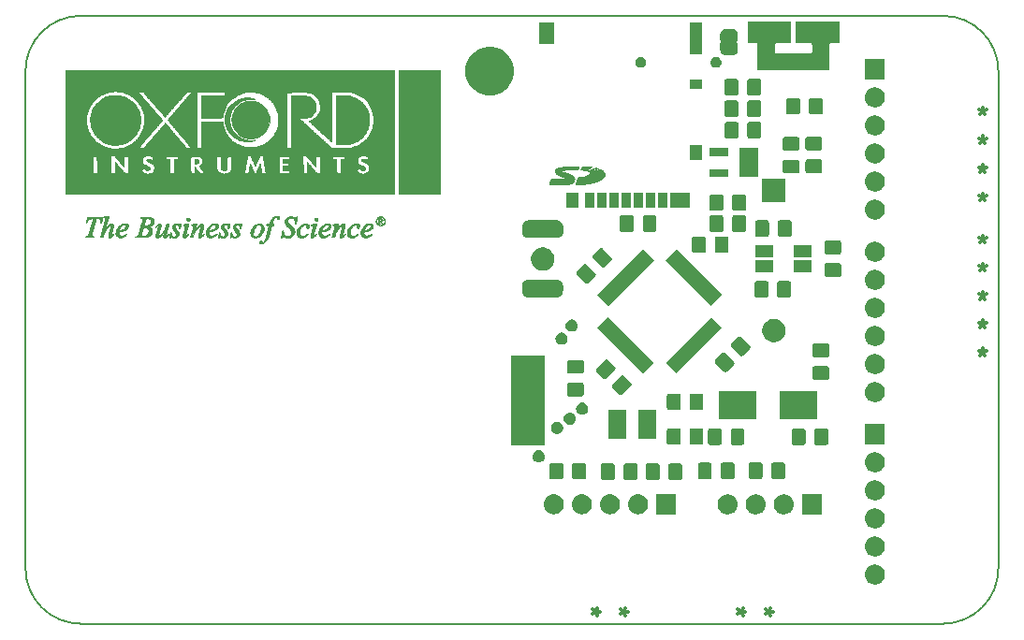
<source format=gbr>
G04 #@! TF.GenerationSoftware,KiCad,Pcbnew,(5.0.2)-1*
G04 #@! TF.CreationDate,2019-04-05T09:57:39+01:00*
G04 #@! TF.ProjectId,PCB_Card,5043425f-4361-4726-942e-6b696361645f,02*
G04 #@! TF.SameCoordinates,PX6ddf710PY7643e10*
G04 #@! TF.FileFunction,Soldermask,Top*
G04 #@! TF.FilePolarity,Negative*
%FSLAX46Y46*%
G04 Gerber Fmt 4.6, Leading zero omitted, Abs format (unit mm)*
G04 Created by KiCad (PCBNEW (5.0.2)-1) date 05/04/2019 09:57:39*
%MOMM*%
%LPD*%
G01*
G04 APERTURE LIST*
%ADD10C,0.300000*%
%ADD11C,0.200000*%
%ADD12C,0.010000*%
%ADD13C,0.100000*%
G04 APERTURE END LIST*
D10*
X51926428Y1085000D02*
X51569285Y1085000D01*
X51712142Y1442143D02*
X51569285Y1085000D01*
X51712142Y727858D01*
X51283571Y1299286D02*
X51569285Y1085000D01*
X51283571Y870715D01*
X54451428Y1085000D02*
X54094285Y1085000D01*
X54237142Y1442143D02*
X54094285Y1085000D01*
X54237142Y727858D01*
X53808571Y1299286D02*
X54094285Y1085000D01*
X53808571Y870715D01*
X65076428Y1085000D02*
X64719285Y1085000D01*
X64862142Y1442143D02*
X64719285Y1085000D01*
X64862142Y727858D01*
X64433571Y1299286D02*
X64719285Y1085000D01*
X64433571Y870715D01*
X67576428Y1085000D02*
X67219285Y1085000D01*
X67362142Y1442143D02*
X67219285Y1085000D01*
X67362142Y727858D01*
X66933571Y1299286D02*
X67219285Y1085000D01*
X66933571Y870715D01*
D11*
X87980000Y50010000D02*
X87980000Y5010000D01*
D10*
X86555000Y46731429D02*
X86555000Y46374286D01*
X86197857Y46517143D02*
X86555000Y46374286D01*
X86912142Y46517143D01*
X86340714Y46088572D02*
X86555000Y46374286D01*
X86769285Y46088572D01*
X86555000Y44131429D02*
X86555000Y43774286D01*
X86197857Y43917143D02*
X86555000Y43774286D01*
X86912142Y43917143D01*
X86340714Y43488572D02*
X86555000Y43774286D01*
X86769285Y43488572D01*
X86555000Y41531429D02*
X86555000Y41174286D01*
X86197857Y41317143D02*
X86555000Y41174286D01*
X86912142Y41317143D01*
X86340714Y40888572D02*
X86555000Y41174286D01*
X86769285Y40888572D01*
X86555000Y38931429D02*
X86555000Y38574286D01*
X86197857Y38717143D02*
X86555000Y38574286D01*
X86912142Y38717143D01*
X86340714Y38288572D02*
X86555000Y38574286D01*
X86769285Y38288572D01*
X86555000Y24931429D02*
X86555000Y24574286D01*
X86197857Y24717143D02*
X86555000Y24574286D01*
X86912142Y24717143D01*
X86340714Y24288572D02*
X86555000Y24574286D01*
X86769285Y24288572D01*
X86555000Y27481429D02*
X86555000Y27124286D01*
X86197857Y27267143D02*
X86555000Y27124286D01*
X86912142Y27267143D01*
X86340714Y26838572D02*
X86555000Y27124286D01*
X86769285Y26838572D01*
X86555000Y30031429D02*
X86555000Y29674286D01*
X86197857Y29817143D02*
X86555000Y29674286D01*
X86912142Y29817143D01*
X86340714Y29388572D02*
X86555000Y29674286D01*
X86769285Y29388572D01*
X86555000Y32581429D02*
X86555000Y32224286D01*
X86197857Y32367143D02*
X86555000Y32224286D01*
X86912142Y32367143D01*
X86340714Y31938572D02*
X86555000Y32224286D01*
X86769285Y31938572D01*
X86555000Y35131429D02*
X86555000Y34774286D01*
X86197857Y34917143D02*
X86555000Y34774286D01*
X86912142Y34917143D01*
X86340714Y34488572D02*
X86555000Y34774286D01*
X86769285Y34488572D01*
D11*
X-20000Y5010000D02*
G75*
G03X4980000Y10000I5000000J0D01*
G01*
X87980000Y5010000D02*
G75*
G02X82980000Y10000I-5000000J0D01*
G01*
X87980000Y50010000D02*
G75*
G03X82980000Y55010000I-5000000J0D01*
G01*
X-20000Y50010000D02*
G75*
G02X4980000Y55010000I5000000J0D01*
G01*
X-20000Y5010000D02*
X-20000Y50010000D01*
X82980000Y10000D02*
X4980000Y10000D01*
X4980000Y55010000D02*
X82980000Y55010000D01*
D12*
G04 #@! TO.C,G\002A\002A\002A*
G36*
X20511737Y47309302D02*
X20644373Y47292539D01*
X20766769Y47268130D01*
X20872713Y47236721D01*
X20901950Y47225370D01*
X20941442Y47209354D01*
X20983722Y47192775D01*
X20984500Y47192477D01*
X21033850Y47170937D01*
X21097120Y47139580D01*
X21166912Y47102400D01*
X21235829Y47063392D01*
X21296476Y47026552D01*
X21318971Y47011831D01*
X21365468Y46976462D01*
X21422994Y46926702D01*
X21487025Y46867088D01*
X21553038Y46802153D01*
X21616508Y46736436D01*
X21672912Y46674471D01*
X21717726Y46620795D01*
X21741111Y46588550D01*
X21845979Y46411214D01*
X21927354Y46237089D01*
X21986277Y46062815D01*
X22023790Y45885035D01*
X22040937Y45700391D01*
X22042308Y45618200D01*
X22029189Y45409639D01*
X21991978Y45208893D01*
X21930974Y45016703D01*
X21846478Y44833805D01*
X21738792Y44660940D01*
X21608217Y44498845D01*
X21569408Y44457365D01*
X21446879Y44339770D01*
X21324822Y44242566D01*
X21197555Y44161500D01*
X21117920Y44119616D01*
X21014962Y44070632D01*
X20927307Y44032591D01*
X20848565Y44003225D01*
X20772346Y43980264D01*
X20692260Y43961438D01*
X20647950Y43952714D01*
X20609022Y43947583D01*
X20553325Y43943071D01*
X20485718Y43939285D01*
X20411056Y43936332D01*
X20334199Y43934317D01*
X20260001Y43933347D01*
X20193322Y43933529D01*
X20139019Y43934969D01*
X20101948Y43937773D01*
X20089150Y43940476D01*
X20062863Y43947790D01*
X20021748Y43955557D01*
X19988680Y43960290D01*
X19944555Y43966944D01*
X19908839Y43974490D01*
X19893430Y43979536D01*
X19870504Y43988715D01*
X19832919Y44001729D01*
X19803400Y44011195D01*
X19624130Y44079631D01*
X19451396Y44170704D01*
X19288536Y44281853D01*
X19138883Y44410519D01*
X19005774Y44554140D01*
X18892544Y44710155D01*
X18892262Y44710600D01*
X18870936Y44747045D01*
X18843087Y44798282D01*
X18812966Y44856102D01*
X18784822Y44912295D01*
X18762905Y44958651D01*
X18757718Y44970500D01*
X18738954Y45014505D01*
X18720982Y45056223D01*
X18716000Y45067670D01*
X18703876Y45101137D01*
X18698514Y45127308D01*
X18698500Y45128167D01*
X18692632Y45156829D01*
X18686708Y45170698D01*
X18675425Y45202309D01*
X18663391Y45253591D01*
X18651431Y45318864D01*
X18640373Y45392448D01*
X18631044Y45468664D01*
X18624270Y45541831D01*
X18620877Y45606270D01*
X18620641Y45624550D01*
X18622879Y45686350D01*
X18628999Y45759768D01*
X18638112Y45838581D01*
X18649327Y45916567D01*
X18661755Y45987500D01*
X18674506Y46045160D01*
X18686015Y46081750D01*
X18695583Y46107905D01*
X18708734Y46147892D01*
X18717749Y46177000D01*
X18754124Y46275146D01*
X18807617Y46386776D01*
X18876423Y46508431D01*
X18952500Y46627419D01*
X18968861Y46648517D01*
X18997828Y46682908D01*
X19034796Y46725203D01*
X19062468Y46756077D01*
X19210650Y46901260D01*
X19373556Y47026649D01*
X19549198Y47131203D01*
X19735585Y47213878D01*
X19930729Y47273634D01*
X20114550Y47307253D01*
X20240611Y47317306D01*
X20375078Y47317773D01*
X20511737Y47309302D01*
X20511737Y47309302D01*
G37*
X20511737Y47309302D02*
X20644373Y47292539D01*
X20766769Y47268130D01*
X20872713Y47236721D01*
X20901950Y47225370D01*
X20941442Y47209354D01*
X20983722Y47192775D01*
X20984500Y47192477D01*
X21033850Y47170937D01*
X21097120Y47139580D01*
X21166912Y47102400D01*
X21235829Y47063392D01*
X21296476Y47026552D01*
X21318971Y47011831D01*
X21365468Y46976462D01*
X21422994Y46926702D01*
X21487025Y46867088D01*
X21553038Y46802153D01*
X21616508Y46736436D01*
X21672912Y46674471D01*
X21717726Y46620795D01*
X21741111Y46588550D01*
X21845979Y46411214D01*
X21927354Y46237089D01*
X21986277Y46062815D01*
X22023790Y45885035D01*
X22040937Y45700391D01*
X22042308Y45618200D01*
X22029189Y45409639D01*
X21991978Y45208893D01*
X21930974Y45016703D01*
X21846478Y44833805D01*
X21738792Y44660940D01*
X21608217Y44498845D01*
X21569408Y44457365D01*
X21446879Y44339770D01*
X21324822Y44242566D01*
X21197555Y44161500D01*
X21117920Y44119616D01*
X21014962Y44070632D01*
X20927307Y44032591D01*
X20848565Y44003225D01*
X20772346Y43980264D01*
X20692260Y43961438D01*
X20647950Y43952714D01*
X20609022Y43947583D01*
X20553325Y43943071D01*
X20485718Y43939285D01*
X20411056Y43936332D01*
X20334199Y43934317D01*
X20260001Y43933347D01*
X20193322Y43933529D01*
X20139019Y43934969D01*
X20101948Y43937773D01*
X20089150Y43940476D01*
X20062863Y43947790D01*
X20021748Y43955557D01*
X19988680Y43960290D01*
X19944555Y43966944D01*
X19908839Y43974490D01*
X19893430Y43979536D01*
X19870504Y43988715D01*
X19832919Y44001729D01*
X19803400Y44011195D01*
X19624130Y44079631D01*
X19451396Y44170704D01*
X19288536Y44281853D01*
X19138883Y44410519D01*
X19005774Y44554140D01*
X18892544Y44710155D01*
X18892262Y44710600D01*
X18870936Y44747045D01*
X18843087Y44798282D01*
X18812966Y44856102D01*
X18784822Y44912295D01*
X18762905Y44958651D01*
X18757718Y44970500D01*
X18738954Y45014505D01*
X18720982Y45056223D01*
X18716000Y45067670D01*
X18703876Y45101137D01*
X18698514Y45127308D01*
X18698500Y45128167D01*
X18692632Y45156829D01*
X18686708Y45170698D01*
X18675425Y45202309D01*
X18663391Y45253591D01*
X18651431Y45318864D01*
X18640373Y45392448D01*
X18631044Y45468664D01*
X18624270Y45541831D01*
X18620877Y45606270D01*
X18620641Y45624550D01*
X18622879Y45686350D01*
X18628999Y45759768D01*
X18638112Y45838581D01*
X18649327Y45916567D01*
X18661755Y45987500D01*
X18674506Y46045160D01*
X18686015Y46081750D01*
X18695583Y46107905D01*
X18708734Y46147892D01*
X18717749Y46177000D01*
X18754124Y46275146D01*
X18807617Y46386776D01*
X18876423Y46508431D01*
X18952500Y46627419D01*
X18968861Y46648517D01*
X18997828Y46682908D01*
X19034796Y46725203D01*
X19062468Y46756077D01*
X19210650Y46901260D01*
X19373556Y47026649D01*
X19549198Y47131203D01*
X19735585Y47213878D01*
X19930729Y47273634D01*
X20114550Y47307253D01*
X20240611Y47317306D01*
X20375078Y47317773D01*
X20511737Y47309302D01*
G36*
X20179678Y47606930D02*
X20274674Y47598798D01*
X20361711Y47584932D01*
X20406650Y47575099D01*
X20474737Y47558756D01*
X20522668Y47546949D01*
X20555021Y47538445D01*
X20576377Y47532015D01*
X20591316Y47526425D01*
X20597150Y47523862D01*
X20622872Y47513007D01*
X20662215Y47497320D01*
X20692400Y47485653D01*
X20727649Y47471633D01*
X20740185Y47464744D01*
X20731345Y47463938D01*
X20717800Y47465715D01*
X20596063Y47482186D01*
X20491277Y47491896D01*
X20396001Y47495179D01*
X20302797Y47492372D01*
X20238750Y47487342D01*
X20146174Y47478359D01*
X20075788Y47470974D01*
X20024464Y47464734D01*
X19989074Y47459190D01*
X19966491Y47453890D01*
X19953586Y47448383D01*
X19950084Y47445700D01*
X19928464Y47436394D01*
X19910268Y47434300D01*
X19880219Y47430125D01*
X19834694Y47419141D01*
X19781923Y47403662D01*
X19730136Y47386002D01*
X19708150Y47377473D01*
X19668703Y47361638D01*
X19626453Y47345047D01*
X19625600Y47344717D01*
X19540358Y47307278D01*
X19443559Y47257413D01*
X19342701Y47199488D01*
X19245285Y47137869D01*
X19158810Y47076922D01*
X19137750Y47060707D01*
X18989337Y46928693D01*
X18852879Y46777191D01*
X18731425Y46610499D01*
X18628023Y46432917D01*
X18545721Y46248743D01*
X18528676Y46201817D01*
X18478211Y46020382D01*
X18447466Y45827221D01*
X18436652Y45626871D01*
X18445981Y45423869D01*
X18475663Y45222754D01*
X18481818Y45193334D01*
X18530422Y45024068D01*
X18601547Y44854282D01*
X18692648Y44687559D01*
X18801182Y44527483D01*
X18924603Y44377637D01*
X19060366Y44241603D01*
X19205927Y44122966D01*
X19276350Y44074655D01*
X19311614Y44052128D01*
X19341716Y44033800D01*
X19372650Y44016385D01*
X19410411Y43996598D01*
X19460993Y43971151D01*
X19504950Y43949345D01*
X19596151Y43906125D01*
X19681194Y43870525D01*
X19766473Y43840489D01*
X19858379Y43813958D01*
X19963307Y43788875D01*
X20076450Y43765384D01*
X20193587Y43749417D01*
X20324339Y43743726D01*
X20459162Y43748155D01*
X20588511Y43762551D01*
X20654300Y43774756D01*
X20688891Y43781468D01*
X20711095Y43784227D01*
X20714908Y43783782D01*
X20706591Y43777633D01*
X20679187Y43766369D01*
X20638027Y43751863D01*
X20588442Y43735992D01*
X20535766Y43720630D01*
X20533650Y43720046D01*
X20485749Y43706695D01*
X20441967Y43694177D01*
X20419350Y43687486D01*
X20380333Y43678439D01*
X20324973Y43669324D01*
X20258880Y43660665D01*
X20187663Y43652988D01*
X20116934Y43646817D01*
X20052302Y43642678D01*
X19999378Y43641095D01*
X19963771Y43642592D01*
X19955800Y43644122D01*
X19936229Y43647709D01*
X19897117Y43653281D01*
X19844174Y43660072D01*
X19784350Y43667170D01*
X19560377Y43705196D01*
X19345297Y43766932D01*
X19139762Y43852064D01*
X18944427Y43960275D01*
X18759945Y44091250D01*
X18586970Y44244672D01*
X18585000Y44246615D01*
X18479166Y44356405D01*
X18390743Y44460758D01*
X18314826Y44566373D01*
X18246512Y44679950D01*
X18194553Y44780000D01*
X18136462Y44907640D01*
X18088634Y45031892D01*
X18053898Y45145295D01*
X18049970Y45161000D01*
X18034845Y45232761D01*
X18020293Y45318118D01*
X18007345Y45409186D01*
X17997037Y45498076D01*
X17990399Y45576901D01*
X17988415Y45630900D01*
X17991388Y45704118D01*
X17999635Y45791125D01*
X18012157Y45886160D01*
X18027949Y45983467D01*
X18046010Y46077285D01*
X18065337Y46161855D01*
X18084928Y46231418D01*
X18100053Y46272250D01*
X18110223Y46295709D01*
X18127030Y46334943D01*
X18147213Y46382334D01*
X18151698Y46392900D01*
X18172122Y46440006D01*
X18190039Y46479486D01*
X18202215Y46504262D01*
X18203904Y46507200D01*
X18216118Y46528101D01*
X18235810Y46562958D01*
X18254225Y46596100D01*
X18362687Y46766838D01*
X18495072Y46929100D01*
X18651395Y47082904D01*
X18742980Y47160212D01*
X18799046Y47202822D01*
X18864670Y47248937D01*
X18934418Y47295108D01*
X19002855Y47337886D01*
X19064549Y47373819D01*
X19114065Y47399460D01*
X19131828Y47407067D01*
X19162285Y47419599D01*
X19202718Y47437370D01*
X19219600Y47445067D01*
X19270613Y47466120D01*
X19337880Y47490436D01*
X19412974Y47515276D01*
X19487468Y47537897D01*
X19552938Y47555557D01*
X19574800Y47560637D01*
X19621847Y47571588D01*
X19664854Y47582811D01*
X19682750Y47588123D01*
X19707792Y47592587D01*
X19753184Y47597197D01*
X19813880Y47601574D01*
X19884834Y47605342D01*
X19943100Y47607584D01*
X20071046Y47609726D01*
X20179678Y47606930D01*
X20179678Y47606930D01*
G37*
X20179678Y47606930D02*
X20274674Y47598798D01*
X20361711Y47584932D01*
X20406650Y47575099D01*
X20474737Y47558756D01*
X20522668Y47546949D01*
X20555021Y47538445D01*
X20576377Y47532015D01*
X20591316Y47526425D01*
X20597150Y47523862D01*
X20622872Y47513007D01*
X20662215Y47497320D01*
X20692400Y47485653D01*
X20727649Y47471633D01*
X20740185Y47464744D01*
X20731345Y47463938D01*
X20717800Y47465715D01*
X20596063Y47482186D01*
X20491277Y47491896D01*
X20396001Y47495179D01*
X20302797Y47492372D01*
X20238750Y47487342D01*
X20146174Y47478359D01*
X20075788Y47470974D01*
X20024464Y47464734D01*
X19989074Y47459190D01*
X19966491Y47453890D01*
X19953586Y47448383D01*
X19950084Y47445700D01*
X19928464Y47436394D01*
X19910268Y47434300D01*
X19880219Y47430125D01*
X19834694Y47419141D01*
X19781923Y47403662D01*
X19730136Y47386002D01*
X19708150Y47377473D01*
X19668703Y47361638D01*
X19626453Y47345047D01*
X19625600Y47344717D01*
X19540358Y47307278D01*
X19443559Y47257413D01*
X19342701Y47199488D01*
X19245285Y47137869D01*
X19158810Y47076922D01*
X19137750Y47060707D01*
X18989337Y46928693D01*
X18852879Y46777191D01*
X18731425Y46610499D01*
X18628023Y46432917D01*
X18545721Y46248743D01*
X18528676Y46201817D01*
X18478211Y46020382D01*
X18447466Y45827221D01*
X18436652Y45626871D01*
X18445981Y45423869D01*
X18475663Y45222754D01*
X18481818Y45193334D01*
X18530422Y45024068D01*
X18601547Y44854282D01*
X18692648Y44687559D01*
X18801182Y44527483D01*
X18924603Y44377637D01*
X19060366Y44241603D01*
X19205927Y44122966D01*
X19276350Y44074655D01*
X19311614Y44052128D01*
X19341716Y44033800D01*
X19372650Y44016385D01*
X19410411Y43996598D01*
X19460993Y43971151D01*
X19504950Y43949345D01*
X19596151Y43906125D01*
X19681194Y43870525D01*
X19766473Y43840489D01*
X19858379Y43813958D01*
X19963307Y43788875D01*
X20076450Y43765384D01*
X20193587Y43749417D01*
X20324339Y43743726D01*
X20459162Y43748155D01*
X20588511Y43762551D01*
X20654300Y43774756D01*
X20688891Y43781468D01*
X20711095Y43784227D01*
X20714908Y43783782D01*
X20706591Y43777633D01*
X20679187Y43766369D01*
X20638027Y43751863D01*
X20588442Y43735992D01*
X20535766Y43720630D01*
X20533650Y43720046D01*
X20485749Y43706695D01*
X20441967Y43694177D01*
X20419350Y43687486D01*
X20380333Y43678439D01*
X20324973Y43669324D01*
X20258880Y43660665D01*
X20187663Y43652988D01*
X20116934Y43646817D01*
X20052302Y43642678D01*
X19999378Y43641095D01*
X19963771Y43642592D01*
X19955800Y43644122D01*
X19936229Y43647709D01*
X19897117Y43653281D01*
X19844174Y43660072D01*
X19784350Y43667170D01*
X19560377Y43705196D01*
X19345297Y43766932D01*
X19139762Y43852064D01*
X18944427Y43960275D01*
X18759945Y44091250D01*
X18586970Y44244672D01*
X18585000Y44246615D01*
X18479166Y44356405D01*
X18390743Y44460758D01*
X18314826Y44566373D01*
X18246512Y44679950D01*
X18194553Y44780000D01*
X18136462Y44907640D01*
X18088634Y45031892D01*
X18053898Y45145295D01*
X18049970Y45161000D01*
X18034845Y45232761D01*
X18020293Y45318118D01*
X18007345Y45409186D01*
X17997037Y45498076D01*
X17990399Y45576901D01*
X17988415Y45630900D01*
X17991388Y45704118D01*
X17999635Y45791125D01*
X18012157Y45886160D01*
X18027949Y45983467D01*
X18046010Y46077285D01*
X18065337Y46161855D01*
X18084928Y46231418D01*
X18100053Y46272250D01*
X18110223Y46295709D01*
X18127030Y46334943D01*
X18147213Y46382334D01*
X18151698Y46392900D01*
X18172122Y46440006D01*
X18190039Y46479486D01*
X18202215Y46504262D01*
X18203904Y46507200D01*
X18216118Y46528101D01*
X18235810Y46562958D01*
X18254225Y46596100D01*
X18362687Y46766838D01*
X18495072Y46929100D01*
X18651395Y47082904D01*
X18742980Y47160212D01*
X18799046Y47202822D01*
X18864670Y47248937D01*
X18934418Y47295108D01*
X19002855Y47337886D01*
X19064549Y47373819D01*
X19114065Y47399460D01*
X19131828Y47407067D01*
X19162285Y47419599D01*
X19202718Y47437370D01*
X19219600Y47445067D01*
X19270613Y47466120D01*
X19337880Y47490436D01*
X19412974Y47515276D01*
X19487468Y47537897D01*
X19552938Y47555557D01*
X19574800Y47560637D01*
X19621847Y47571588D01*
X19664854Y47582811D01*
X19682750Y47588123D01*
X19707792Y47592587D01*
X19753184Y47597197D01*
X19813880Y47601574D01*
X19884834Y47605342D01*
X19943100Y47607584D01*
X20071046Y47609726D01*
X20179678Y47606930D01*
G36*
X28467975Y47823334D02*
X28577378Y47821640D01*
X28684524Y47819316D01*
X28785264Y47816500D01*
X28875446Y47813332D01*
X28950919Y47809951D01*
X29007532Y47806495D01*
X29029950Y47804526D01*
X29114977Y47794760D01*
X29194187Y47784299D01*
X29263649Y47773782D01*
X29319428Y47763850D01*
X29357592Y47755140D01*
X29373944Y47748589D01*
X29393303Y47740793D01*
X29409891Y47739163D01*
X29440288Y47734373D01*
X29488887Y47721135D01*
X29550670Y47701287D01*
X29620614Y47676668D01*
X29693700Y47649115D01*
X29764906Y47620467D01*
X29829213Y47592562D01*
X29881598Y47567238D01*
X29886389Y47564704D01*
X29952584Y47526734D01*
X30037061Y47473957D01*
X30138233Y47407387D01*
X30222516Y47350114D01*
X30255202Y47323997D01*
X30300400Y47282909D01*
X30353989Y47231080D01*
X30411851Y47172738D01*
X30469867Y47112112D01*
X30523916Y47053429D01*
X30569879Y47000919D01*
X30603343Y46959206D01*
X30658056Y46884781D01*
X30700899Y46824215D01*
X30735621Y46771337D01*
X30765974Y46719978D01*
X30795707Y46663967D01*
X30828573Y46597135D01*
X30847225Y46558000D01*
X30877288Y46494425D01*
X30898741Y46448353D01*
X30913865Y46414342D01*
X30924940Y46386948D01*
X30934245Y46360727D01*
X30944062Y46330236D01*
X30948306Y46316700D01*
X30962169Y46273443D01*
X30974426Y46236937D01*
X30980012Y46221450D01*
X30991325Y46183569D01*
X31004459Y46125384D01*
X31018522Y46051843D01*
X31032626Y45967899D01*
X31045880Y45878501D01*
X31056521Y45796000D01*
X31062653Y45717274D01*
X31064938Y45623522D01*
X31063600Y45523200D01*
X31058862Y45424764D01*
X31050948Y45336669D01*
X31042913Y45281650D01*
X31009266Y45114649D01*
X30974178Y44972666D01*
X30937558Y44855356D01*
X30915819Y44799050D01*
X30899477Y44762391D01*
X30875486Y44711197D01*
X30847150Y44652240D01*
X30817775Y44592294D01*
X30790666Y44538134D01*
X30769127Y44496532D01*
X30760880Y44481506D01*
X30691082Y44371303D01*
X30605011Y44254301D01*
X30507912Y44137193D01*
X30405032Y44026670D01*
X30401808Y44023423D01*
X30242560Y43877363D01*
X30075154Y43751928D01*
X29897402Y43646080D01*
X29707118Y43558782D01*
X29502115Y43488996D01*
X29280204Y43435683D01*
X29099800Y43405670D01*
X29065322Y43402537D01*
X29008960Y43399400D01*
X28934230Y43396367D01*
X28844646Y43393549D01*
X28743724Y43391057D01*
X28634980Y43389000D01*
X28521929Y43387489D01*
X28518775Y43387456D01*
X28033000Y43382414D01*
X28033000Y47828646D01*
X28467975Y47823334D01*
X28467975Y47823334D01*
G37*
X28467975Y47823334D02*
X28577378Y47821640D01*
X28684524Y47819316D01*
X28785264Y47816500D01*
X28875446Y47813332D01*
X28950919Y47809951D01*
X29007532Y47806495D01*
X29029950Y47804526D01*
X29114977Y47794760D01*
X29194187Y47784299D01*
X29263649Y47773782D01*
X29319428Y47763850D01*
X29357592Y47755140D01*
X29373944Y47748589D01*
X29393303Y47740793D01*
X29409891Y47739163D01*
X29440288Y47734373D01*
X29488887Y47721135D01*
X29550670Y47701287D01*
X29620614Y47676668D01*
X29693700Y47649115D01*
X29764906Y47620467D01*
X29829213Y47592562D01*
X29881598Y47567238D01*
X29886389Y47564704D01*
X29952584Y47526734D01*
X30037061Y47473957D01*
X30138233Y47407387D01*
X30222516Y47350114D01*
X30255202Y47323997D01*
X30300400Y47282909D01*
X30353989Y47231080D01*
X30411851Y47172738D01*
X30469867Y47112112D01*
X30523916Y47053429D01*
X30569879Y47000919D01*
X30603343Y46959206D01*
X30658056Y46884781D01*
X30700899Y46824215D01*
X30735621Y46771337D01*
X30765974Y46719978D01*
X30795707Y46663967D01*
X30828573Y46597135D01*
X30847225Y46558000D01*
X30877288Y46494425D01*
X30898741Y46448353D01*
X30913865Y46414342D01*
X30924940Y46386948D01*
X30934245Y46360727D01*
X30944062Y46330236D01*
X30948306Y46316700D01*
X30962169Y46273443D01*
X30974426Y46236937D01*
X30980012Y46221450D01*
X30991325Y46183569D01*
X31004459Y46125384D01*
X31018522Y46051843D01*
X31032626Y45967899D01*
X31045880Y45878501D01*
X31056521Y45796000D01*
X31062653Y45717274D01*
X31064938Y45623522D01*
X31063600Y45523200D01*
X31058862Y45424764D01*
X31050948Y45336669D01*
X31042913Y45281650D01*
X31009266Y45114649D01*
X30974178Y44972666D01*
X30937558Y44855356D01*
X30915819Y44799050D01*
X30899477Y44762391D01*
X30875486Y44711197D01*
X30847150Y44652240D01*
X30817775Y44592294D01*
X30790666Y44538134D01*
X30769127Y44496532D01*
X30760880Y44481506D01*
X30691082Y44371303D01*
X30605011Y44254301D01*
X30507912Y44137193D01*
X30405032Y44026670D01*
X30401808Y44023423D01*
X30242560Y43877363D01*
X30075154Y43751928D01*
X29897402Y43646080D01*
X29707118Y43558782D01*
X29502115Y43488996D01*
X29280204Y43435683D01*
X29099800Y43405670D01*
X29065322Y43402537D01*
X29008960Y43399400D01*
X28934230Y43396367D01*
X28844646Y43393549D01*
X28743724Y43391057D01*
X28634980Y43389000D01*
X28521929Y43387489D01*
X28518775Y43387456D01*
X28033000Y43382414D01*
X28033000Y47828646D01*
X28467975Y47823334D01*
G36*
X8224797Y47843912D02*
X8324997Y47838281D01*
X8413626Y47829721D01*
X8484356Y47818498D01*
X8494050Y47816367D01*
X8610662Y47788366D01*
X8708445Y47762519D01*
X8793649Y47736972D01*
X8872527Y47709869D01*
X8938550Y47684511D01*
X8997597Y47658417D01*
X9070618Y47622497D01*
X9150241Y47580696D01*
X9229094Y47536954D01*
X9299806Y47495215D01*
X9338600Y47470570D01*
X9518209Y47337679D01*
X9685531Y47185965D01*
X9838341Y47018342D01*
X9974420Y46837723D01*
X10091544Y46647022D01*
X10187494Y46449152D01*
X10252387Y46272250D01*
X10270302Y46214762D01*
X10286599Y46162485D01*
X10299024Y46122651D01*
X10303864Y46107150D01*
X10315369Y46060497D01*
X10327438Y45994925D01*
X10339258Y45916877D01*
X10350017Y45832797D01*
X10358904Y45749129D01*
X10365106Y45672316D01*
X10367812Y45608803D01*
X10367865Y45599150D01*
X10365323Y45525821D01*
X10358590Y45438517D01*
X10348589Y45344719D01*
X10336242Y45251908D01*
X10322470Y45167565D01*
X10308196Y45099169D01*
X10304483Y45084800D01*
X10248473Y44900845D01*
X10184725Y44729033D01*
X10134531Y44614900D01*
X10120885Y44588747D01*
X10098250Y44547880D01*
X10070674Y44499387D01*
X10042205Y44450354D01*
X10016891Y44407868D01*
X10008009Y44393416D01*
X9909563Y44251965D01*
X9791887Y44110330D01*
X9660503Y43974033D01*
X9520933Y43848595D01*
X9378697Y43739539D01*
X9306084Y43691491D01*
X9268574Y43668769D01*
X9221480Y43641157D01*
X9171888Y43612703D01*
X9126884Y43587454D01*
X9093555Y43569458D01*
X9084600Y43564969D01*
X9040556Y43544535D01*
X8993863Y43523619D01*
X8950704Y43504896D01*
X8917264Y43491042D01*
X8899726Y43484731D01*
X8898817Y43484600D01*
X8883455Y43479818D01*
X8855473Y43468126D01*
X8851569Y43466363D01*
X8811657Y43450416D01*
X8766488Y43435322D01*
X8760750Y43433646D01*
X8714909Y43420606D01*
X8670066Y43407886D01*
X8665500Y43406593D01*
X8607270Y43392219D01*
X8536330Y43377999D01*
X8456694Y43364398D01*
X8372375Y43351880D01*
X8287386Y43340910D01*
X8205742Y43331953D01*
X8131455Y43325472D01*
X8068539Y43321932D01*
X8021007Y43321799D01*
X7992874Y43325535D01*
X7987992Y43328176D01*
X7971244Y43333882D01*
X7935882Y43339869D01*
X7888658Y43345067D01*
X7873901Y43346260D01*
X7679091Y43372193D01*
X7479987Y43420456D01*
X7280645Y43489388D01*
X7085118Y43577331D01*
X6897459Y43682623D01*
X6721723Y43803606D01*
X6682882Y43833904D01*
X6606893Y43897328D01*
X6532151Y43964619D01*
X6463915Y44030739D01*
X6407447Y44090650D01*
X6377928Y44125950D01*
X6311934Y44211596D01*
X6259433Y44280817D01*
X6221037Y44332785D01*
X6197358Y44366674D01*
X6189007Y44381654D01*
X6189000Y44381804D01*
X6182029Y44396493D01*
X6164744Y44422325D01*
X6159406Y44429552D01*
X6141182Y44458300D01*
X6115623Y44504575D01*
X6085577Y44562632D01*
X6053890Y44626729D01*
X6023409Y44691122D01*
X5996981Y44750067D01*
X5979403Y44792700D01*
X5963736Y44832556D01*
X5950084Y44866035D01*
X5946137Y44875250D01*
X5937709Y44899183D01*
X5925400Y44939927D01*
X5911544Y44989665D01*
X5908201Y45002250D01*
X5859145Y45238116D01*
X5834770Y45477201D01*
X5835098Y45717165D01*
X5860153Y45955667D01*
X5896810Y46138900D01*
X5944243Y46297978D01*
X6009720Y46463859D01*
X6089858Y46629705D01*
X6181277Y46788675D01*
X6280594Y46933931D01*
X6306611Y46967744D01*
X6352023Y47021493D01*
X6411018Y47085883D01*
X6477836Y47155093D01*
X6546719Y47223301D01*
X6611907Y47284686D01*
X6667641Y47333425D01*
X6671553Y47336631D01*
X6808061Y47439421D01*
X6954323Y47534434D01*
X7102729Y47617095D01*
X7245670Y47682826D01*
X7249692Y47684447D01*
X7298737Y47702597D01*
X7362639Y47724140D01*
X7432990Y47746452D01*
X7501383Y47766914D01*
X7559412Y47782904D01*
X7586000Y47789313D01*
X7633022Y47800091D01*
X7676015Y47810798D01*
X7693950Y47815718D01*
X7720128Y47820650D01*
X7765932Y47826546D01*
X7825638Y47832773D01*
X7893523Y47838694D01*
X7918041Y47840569D01*
X8014991Y47845321D01*
X8119353Y47846347D01*
X8224797Y47843912D01*
X8224797Y47843912D01*
G37*
X8224797Y47843912D02*
X8324997Y47838281D01*
X8413626Y47829721D01*
X8484356Y47818498D01*
X8494050Y47816367D01*
X8610662Y47788366D01*
X8708445Y47762519D01*
X8793649Y47736972D01*
X8872527Y47709869D01*
X8938550Y47684511D01*
X8997597Y47658417D01*
X9070618Y47622497D01*
X9150241Y47580696D01*
X9229094Y47536954D01*
X9299806Y47495215D01*
X9338600Y47470570D01*
X9518209Y47337679D01*
X9685531Y47185965D01*
X9838341Y47018342D01*
X9974420Y46837723D01*
X10091544Y46647022D01*
X10187494Y46449152D01*
X10252387Y46272250D01*
X10270302Y46214762D01*
X10286599Y46162485D01*
X10299024Y46122651D01*
X10303864Y46107150D01*
X10315369Y46060497D01*
X10327438Y45994925D01*
X10339258Y45916877D01*
X10350017Y45832797D01*
X10358904Y45749129D01*
X10365106Y45672316D01*
X10367812Y45608803D01*
X10367865Y45599150D01*
X10365323Y45525821D01*
X10358590Y45438517D01*
X10348589Y45344719D01*
X10336242Y45251908D01*
X10322470Y45167565D01*
X10308196Y45099169D01*
X10304483Y45084800D01*
X10248473Y44900845D01*
X10184725Y44729033D01*
X10134531Y44614900D01*
X10120885Y44588747D01*
X10098250Y44547880D01*
X10070674Y44499387D01*
X10042205Y44450354D01*
X10016891Y44407868D01*
X10008009Y44393416D01*
X9909563Y44251965D01*
X9791887Y44110330D01*
X9660503Y43974033D01*
X9520933Y43848595D01*
X9378697Y43739539D01*
X9306084Y43691491D01*
X9268574Y43668769D01*
X9221480Y43641157D01*
X9171888Y43612703D01*
X9126884Y43587454D01*
X9093555Y43569458D01*
X9084600Y43564969D01*
X9040556Y43544535D01*
X8993863Y43523619D01*
X8950704Y43504896D01*
X8917264Y43491042D01*
X8899726Y43484731D01*
X8898817Y43484600D01*
X8883455Y43479818D01*
X8855473Y43468126D01*
X8851569Y43466363D01*
X8811657Y43450416D01*
X8766488Y43435322D01*
X8760750Y43433646D01*
X8714909Y43420606D01*
X8670066Y43407886D01*
X8665500Y43406593D01*
X8607270Y43392219D01*
X8536330Y43377999D01*
X8456694Y43364398D01*
X8372375Y43351880D01*
X8287386Y43340910D01*
X8205742Y43331953D01*
X8131455Y43325472D01*
X8068539Y43321932D01*
X8021007Y43321799D01*
X7992874Y43325535D01*
X7987992Y43328176D01*
X7971244Y43333882D01*
X7935882Y43339869D01*
X7888658Y43345067D01*
X7873901Y43346260D01*
X7679091Y43372193D01*
X7479987Y43420456D01*
X7280645Y43489388D01*
X7085118Y43577331D01*
X6897459Y43682623D01*
X6721723Y43803606D01*
X6682882Y43833904D01*
X6606893Y43897328D01*
X6532151Y43964619D01*
X6463915Y44030739D01*
X6407447Y44090650D01*
X6377928Y44125950D01*
X6311934Y44211596D01*
X6259433Y44280817D01*
X6221037Y44332785D01*
X6197358Y44366674D01*
X6189007Y44381654D01*
X6189000Y44381804D01*
X6182029Y44396493D01*
X6164744Y44422325D01*
X6159406Y44429552D01*
X6141182Y44458300D01*
X6115623Y44504575D01*
X6085577Y44562632D01*
X6053890Y44626729D01*
X6023409Y44691122D01*
X5996981Y44750067D01*
X5979403Y44792700D01*
X5963736Y44832556D01*
X5950084Y44866035D01*
X5946137Y44875250D01*
X5937709Y44899183D01*
X5925400Y44939927D01*
X5911544Y44989665D01*
X5908201Y45002250D01*
X5859145Y45238116D01*
X5834770Y45477201D01*
X5835098Y45717165D01*
X5860153Y45955667D01*
X5896810Y46138900D01*
X5944243Y46297978D01*
X6009720Y46463859D01*
X6089858Y46629705D01*
X6181277Y46788675D01*
X6280594Y46933931D01*
X6306611Y46967744D01*
X6352023Y47021493D01*
X6411018Y47085883D01*
X6477836Y47155093D01*
X6546719Y47223301D01*
X6611907Y47284686D01*
X6667641Y47333425D01*
X6671553Y47336631D01*
X6808061Y47439421D01*
X6954323Y47534434D01*
X7102729Y47617095D01*
X7245670Y47682826D01*
X7249692Y47684447D01*
X7298737Y47702597D01*
X7362639Y47724140D01*
X7432990Y47746452D01*
X7501383Y47766914D01*
X7559412Y47782904D01*
X7586000Y47789313D01*
X7633022Y47800091D01*
X7676015Y47810798D01*
X7693950Y47815718D01*
X7720128Y47820650D01*
X7765932Y47826546D01*
X7825638Y47832773D01*
X7893523Y47838694D01*
X7918041Y47840569D01*
X8014991Y47845321D01*
X8119353Y47846347D01*
X8224797Y47843912D01*
G36*
X15414440Y42055383D02*
X15480859Y42036945D01*
X15537429Y42009910D01*
X15568217Y41985722D01*
X15590808Y41956885D01*
X15603333Y41923833D01*
X15609605Y41876275D01*
X15609817Y41873415D01*
X15608792Y41804534D01*
X15592938Y41750567D01*
X15559841Y41708805D01*
X15507089Y41676542D01*
X15432270Y41651071D01*
X15405842Y41644507D01*
X15366137Y41634994D01*
X15337201Y41629797D01*
X15317342Y41631998D01*
X15304864Y41644678D01*
X15298074Y41670918D01*
X15295277Y41713800D01*
X15294780Y41776406D01*
X15294900Y41846300D01*
X15294900Y42062200D01*
X15346920Y42062200D01*
X15414440Y42055383D01*
X15414440Y42055383D01*
G37*
X15414440Y42055383D02*
X15480859Y42036945D01*
X15537429Y42009910D01*
X15568217Y41985722D01*
X15590808Y41956885D01*
X15603333Y41923833D01*
X15609605Y41876275D01*
X15609817Y41873415D01*
X15608792Y41804534D01*
X15592938Y41750567D01*
X15559841Y41708805D01*
X15507089Y41676542D01*
X15432270Y41651071D01*
X15405842Y41644507D01*
X15366137Y41634994D01*
X15337201Y41629797D01*
X15317342Y41631998D01*
X15304864Y41644678D01*
X15298074Y41670918D01*
X15295277Y41713800D01*
X15294780Y41776406D01*
X15294900Y41846300D01*
X15294900Y42062200D01*
X15346920Y42062200D01*
X15414440Y42055383D01*
G36*
X31991669Y36701564D02*
X32048222Y36699512D01*
X32099941Y36695871D01*
X32140796Y36690745D01*
X32160060Y36686209D01*
X32196195Y36665039D01*
X32229870Y36631278D01*
X32254111Y36593338D01*
X32262100Y36563100D01*
X32253354Y36533205D01*
X32231646Y36496853D01*
X32203766Y36463552D01*
X32176503Y36442812D01*
X32176063Y36442614D01*
X32154342Y36428907D01*
X32147800Y36418827D01*
X32155359Y36400819D01*
X32174967Y36369747D01*
X32202019Y36331727D01*
X32231909Y36292872D01*
X32260034Y36259299D01*
X32281788Y36237122D01*
X32288022Y36232621D01*
X32312055Y36213696D01*
X32312384Y36197452D01*
X32290704Y36186164D01*
X32250416Y36182100D01*
X32187932Y36182100D01*
X32104038Y36296400D01*
X32069331Y36342261D01*
X32039276Y36379346D01*
X32017386Y36403482D01*
X32007772Y36410700D01*
X32001460Y36399120D01*
X31997003Y36368831D01*
X31995400Y36328477D01*
X31996137Y36283625D01*
X32000172Y36256910D01*
X32010242Y36241075D01*
X32029083Y36228863D01*
X32033915Y36226336D01*
X32057642Y36209965D01*
X32065532Y36195826D01*
X32064915Y36194260D01*
X32049178Y36188311D01*
X32015507Y36184406D01*
X31971285Y36182541D01*
X31923896Y36182712D01*
X31880721Y36184914D01*
X31849146Y36189143D01*
X31836906Y36194385D01*
X31840298Y36209482D01*
X31855207Y36222840D01*
X31865031Y36230517D01*
X31872003Y36241973D01*
X31876607Y36261229D01*
X31879331Y36292305D01*
X31880660Y36339222D01*
X31881078Y36406001D01*
X31881100Y36437187D01*
X31880853Y36512970D01*
X31880124Y36550799D01*
X31995400Y36550799D01*
X31996052Y36504006D01*
X31999067Y36477160D01*
X32006032Y36464821D01*
X32018530Y36461547D01*
X32021430Y36461500D01*
X32051090Y36467263D01*
X32084746Y36480781D01*
X32117885Y36509699D01*
X32131714Y36547350D01*
X32126946Y36586841D01*
X32104294Y36621277D01*
X32068006Y36642655D01*
X32033921Y36650727D01*
X32012300Y36645336D01*
X32000496Y36623132D01*
X31995858Y36580763D01*
X31995400Y36550799D01*
X31880124Y36550799D01*
X31879801Y36567504D01*
X31877470Y36604938D01*
X31873390Y36629421D01*
X31867089Y36645101D01*
X31858096Y36656127D01*
X31855999Y36658079D01*
X31839691Y36678456D01*
X31837698Y36691798D01*
X31853296Y36697145D01*
X31888177Y36700486D01*
X31936311Y36701924D01*
X31991669Y36701564D01*
X31991669Y36701564D01*
G37*
X31991669Y36701564D02*
X32048222Y36699512D01*
X32099941Y36695871D01*
X32140796Y36690745D01*
X32160060Y36686209D01*
X32196195Y36665039D01*
X32229870Y36631278D01*
X32254111Y36593338D01*
X32262100Y36563100D01*
X32253354Y36533205D01*
X32231646Y36496853D01*
X32203766Y36463552D01*
X32176503Y36442812D01*
X32176063Y36442614D01*
X32154342Y36428907D01*
X32147800Y36418827D01*
X32155359Y36400819D01*
X32174967Y36369747D01*
X32202019Y36331727D01*
X32231909Y36292872D01*
X32260034Y36259299D01*
X32281788Y36237122D01*
X32288022Y36232621D01*
X32312055Y36213696D01*
X32312384Y36197452D01*
X32290704Y36186164D01*
X32250416Y36182100D01*
X32187932Y36182100D01*
X32104038Y36296400D01*
X32069331Y36342261D01*
X32039276Y36379346D01*
X32017386Y36403482D01*
X32007772Y36410700D01*
X32001460Y36399120D01*
X31997003Y36368831D01*
X31995400Y36328477D01*
X31996137Y36283625D01*
X32000172Y36256910D01*
X32010242Y36241075D01*
X32029083Y36228863D01*
X32033915Y36226336D01*
X32057642Y36209965D01*
X32065532Y36195826D01*
X32064915Y36194260D01*
X32049178Y36188311D01*
X32015507Y36184406D01*
X31971285Y36182541D01*
X31923896Y36182712D01*
X31880721Y36184914D01*
X31849146Y36189143D01*
X31836906Y36194385D01*
X31840298Y36209482D01*
X31855207Y36222840D01*
X31865031Y36230517D01*
X31872003Y36241973D01*
X31876607Y36261229D01*
X31879331Y36292305D01*
X31880660Y36339222D01*
X31881078Y36406001D01*
X31881100Y36437187D01*
X31880853Y36512970D01*
X31880124Y36550799D01*
X31995400Y36550799D01*
X31996052Y36504006D01*
X31999067Y36477160D01*
X32006032Y36464821D01*
X32018530Y36461547D01*
X32021430Y36461500D01*
X32051090Y36467263D01*
X32084746Y36480781D01*
X32117885Y36509699D01*
X32131714Y36547350D01*
X32126946Y36586841D01*
X32104294Y36621277D01*
X32068006Y36642655D01*
X32033921Y36650727D01*
X32012300Y36645336D01*
X32000496Y36623132D01*
X31995858Y36580763D01*
X31995400Y36550799D01*
X31880124Y36550799D01*
X31879801Y36567504D01*
X31877470Y36604938D01*
X31873390Y36629421D01*
X31867089Y36645101D01*
X31858096Y36656127D01*
X31855999Y36658079D01*
X31839691Y36678456D01*
X31837698Y36691798D01*
X31853296Y36697145D01*
X31888177Y36700486D01*
X31936311Y36701924D01*
X31991669Y36701564D01*
G36*
X37500850Y38880850D02*
X35605360Y38877634D01*
X33709871Y38874418D01*
X33713060Y44465634D01*
X33716250Y50056850D01*
X37500850Y50056850D01*
X37500850Y38880850D01*
X37500850Y38880850D01*
G37*
X37500850Y38880850D02*
X35605360Y38877634D01*
X33709871Y38874418D01*
X33713060Y44465634D01*
X33716250Y50056850D01*
X37500850Y50056850D01*
X37500850Y38880850D01*
G36*
X18460375Y50060031D02*
X33322550Y50056850D01*
X33328928Y38874500D01*
X3598200Y38874500D01*
X3598200Y41245500D01*
X6051617Y41245500D01*
X6051886Y41119335D01*
X6052608Y41015146D01*
X6053800Y40931794D01*
X6055477Y40868139D01*
X6057655Y40823041D01*
X6060351Y40795359D01*
X6063455Y40784097D01*
X6076422Y40776675D01*
X6103136Y40771548D01*
X6146893Y40768415D01*
X6210992Y40766978D01*
X6253813Y40766800D01*
X6323744Y40766956D01*
X6372372Y40767850D01*
X6403794Y40770122D01*
X6422105Y40774412D01*
X6431403Y40781361D01*
X6435784Y40791606D01*
X6436741Y40795375D01*
X6437934Y40812972D01*
X6438946Y40853651D01*
X6439767Y40915097D01*
X6440386Y40994991D01*
X6440794Y41091019D01*
X6440980Y41200862D01*
X6440935Y41322205D01*
X6440648Y41452730D01*
X6440158Y41579600D01*
X6436650Y42335250D01*
X6055650Y42335250D01*
X6052375Y41568322D01*
X6051785Y41394783D01*
X6051617Y41245500D01*
X3598200Y41245500D01*
X3598200Y42379700D01*
X7700110Y42379700D01*
X7706650Y40773150D01*
X8074950Y40773150D01*
X8087650Y41766240D01*
X8178889Y41663395D01*
X8226790Y41609471D01*
X8283387Y41545860D01*
X8340446Y41481814D01*
X8375739Y41442253D01*
X8420597Y41391504D01*
X8463026Y41342614D01*
X8498031Y41301391D01*
X8519450Y41275147D01*
X8545353Y41243334D01*
X8584722Y41196700D01*
X8634029Y41139303D01*
X8689747Y41075201D01*
X8748348Y41008451D01*
X8806304Y40943112D01*
X8860088Y40883240D01*
X8862350Y40880743D01*
X8899580Y40839306D01*
X8932566Y40801952D01*
X8955819Y40774917D01*
X8960650Y40769037D01*
X8973167Y40756254D01*
X8989684Y40748137D01*
X9015750Y40743649D01*
X9056912Y40741752D01*
X9108320Y40741400D01*
X9173965Y40742657D01*
X9217504Y40746689D01*
X9242122Y40753890D01*
X9248243Y40758695D01*
X9251428Y40770621D01*
X9254088Y40798833D01*
X9256241Y40844464D01*
X9257900Y40908646D01*
X9259082Y40992513D01*
X9259431Y41043299D01*
X10456200Y41043299D01*
X10464645Y41023571D01*
X10487272Y40991615D01*
X10520015Y40952873D01*
X10538573Y40933007D01*
X10614867Y40865488D01*
X10701806Y40807642D01*
X10791636Y40764021D01*
X10864723Y40741476D01*
X10912877Y40735550D01*
X10976569Y40733538D01*
X11048057Y40735058D01*
X11119601Y40739726D01*
X11183458Y40747161D01*
X11231889Y40756980D01*
X11241605Y40760095D01*
X11351299Y40811302D01*
X11445113Y40878324D01*
X11520361Y40958857D01*
X11570835Y41042794D01*
X11585575Y41076914D01*
X11595351Y41107942D01*
X11601183Y41142579D01*
X11604090Y41187526D01*
X11605092Y41249485D01*
X11605164Y41268450D01*
X11604977Y41334015D01*
X11603357Y41380271D01*
X11599303Y41413306D01*
X11591814Y41439207D01*
X11579889Y41464063D01*
X11570213Y41480963D01*
X11532264Y41536114D01*
X11485406Y41585461D01*
X11426590Y41630985D01*
X11352765Y41674666D01*
X11260882Y41718484D01*
X11147891Y41764418D01*
X11113672Y41777327D01*
X11026199Y41815308D01*
X10963980Y41854795D01*
X10926907Y41895939D01*
X10914870Y41938895D01*
X10927761Y41983814D01*
X10946662Y42010882D01*
X10994404Y42055172D01*
X11049423Y42079723D01*
X11118697Y42087590D01*
X11121868Y42087600D01*
X11196817Y42076301D01*
X11272450Y42044721D01*
X11340463Y41996337D01*
X11340969Y41995878D01*
X11362911Y41980993D01*
X11383781Y41981222D01*
X11407917Y41998632D01*
X11439654Y42035291D01*
X11449060Y42047412D01*
X11491115Y42102790D01*
X11519702Y42141903D01*
X11537197Y42168344D01*
X11545971Y42185702D01*
X11548291Y42197046D01*
X12678700Y42197046D01*
X12679249Y42132661D01*
X12681272Y42089391D01*
X12685331Y42062967D01*
X12691988Y42049120D01*
X12698788Y42044509D01*
X12718903Y42041482D01*
X12758581Y42039014D01*
X12811989Y42037366D01*
X12870238Y42036800D01*
X12934203Y42036619D01*
X12977020Y42035538D01*
X13002942Y42032759D01*
X13016221Y42027478D01*
X13021110Y42018894D01*
X13021846Y42008225D01*
X13021886Y41989902D01*
X13021904Y41948880D01*
X13021899Y41887862D01*
X13021873Y41809549D01*
X13021827Y41716643D01*
X13021762Y41611846D01*
X13021680Y41497860D01*
X13021605Y41406435D01*
X13021773Y41263435D01*
X13022510Y41136730D01*
X13023787Y41027822D01*
X13025573Y40938214D01*
X13027838Y40869408D01*
X13030552Y40822907D01*
X13033684Y40800214D01*
X13033878Y40799660D01*
X13046637Y40766101D01*
X13227793Y40769626D01*
X13408950Y40773150D01*
X13412243Y41404975D01*
X13413194Y41587440D01*
X14901361Y41587440D01*
X14901401Y41465621D01*
X14901617Y41345795D01*
X14902008Y41230701D01*
X14902575Y41123078D01*
X14903318Y41025665D01*
X14904237Y40941202D01*
X14905331Y40872428D01*
X14906601Y40822081D01*
X14908046Y40792902D01*
X14908908Y40786889D01*
X14915429Y40778839D01*
X14930333Y40773219D01*
X14957460Y40769621D01*
X15000647Y40767639D01*
X15063733Y40766864D01*
X15098050Y40766800D01*
X15170904Y40767180D01*
X15222204Y40768592D01*
X15255788Y40771443D01*
X15275494Y40776140D01*
X15285160Y40783092D01*
X15287191Y40786889D01*
X15289518Y40805235D01*
X15291564Y40844844D01*
X15293215Y40901582D01*
X15294357Y40971312D01*
X15294879Y41049900D01*
X15294900Y41068984D01*
X15294900Y41330991D01*
X15332483Y41287021D01*
X15355181Y41258623D01*
X15368846Y41237982D01*
X15370583Y41233331D01*
X15377832Y41219318D01*
X15396749Y41190203D01*
X15423845Y41151263D01*
X15436512Y41133677D01*
X15470705Y41085821D01*
X15513139Y41025189D01*
X15557990Y40960156D01*
X15593142Y40908447D01*
X15684360Y40773150D01*
X15902663Y40769674D01*
X15984580Y40768723D01*
X16044402Y40769005D01*
X16085412Y40770727D01*
X16110895Y40774100D01*
X16124134Y40779332D01*
X16127792Y40783986D01*
X16128098Y40796573D01*
X16120294Y40816194D01*
X16102713Y40845387D01*
X16073688Y40886693D01*
X16031553Y40942651D01*
X15980700Y41008078D01*
X15942356Y41057101D01*
X15906357Y41103346D01*
X15877833Y41140211D01*
X15866400Y41155137D01*
X15808625Y41231055D01*
X15764204Y41289094D01*
X15731222Y41331673D01*
X15707763Y41361211D01*
X15691910Y41380125D01*
X15681748Y41390835D01*
X15676136Y41395304D01*
X15670077Y41409501D01*
X15680698Y41426436D01*
X15701577Y41438299D01*
X15712808Y41439900D01*
X15741332Y41448271D01*
X15781050Y41470292D01*
X15825529Y41501329D01*
X15868333Y41536747D01*
X15903027Y41571910D01*
X15912263Y41583573D01*
X15939262Y41626377D01*
X15961562Y41671383D01*
X15967863Y41688129D01*
X15981085Y41728087D01*
X15993158Y41762518D01*
X15995024Y41767523D01*
X16002914Y41805871D01*
X16005696Y41858778D01*
X16003515Y41915955D01*
X15996519Y41967111D01*
X15991940Y41985099D01*
X15956761Y42078433D01*
X15914442Y42151328D01*
X15861337Y42208500D01*
X15793803Y42254667D01*
X15776597Y42263841D01*
X15730419Y42286354D01*
X15687312Y42304099D01*
X15643400Y42317632D01*
X15594811Y42327509D01*
X15537668Y42334284D01*
X15468099Y42338513D01*
X15382227Y42340752D01*
X15276180Y42341556D01*
X15234100Y42341600D01*
X15134969Y42341436D01*
X15058329Y42340823D01*
X15001271Y42339581D01*
X14960888Y42337532D01*
X14934270Y42334495D01*
X14918510Y42330291D01*
X14910700Y42324739D01*
X14908908Y42321512D01*
X14907367Y42305023D01*
X14906001Y42265874D01*
X14904811Y42206804D01*
X14903797Y42130552D01*
X14902959Y42039858D01*
X14902296Y41937461D01*
X14901809Y41826099D01*
X14901497Y41708512D01*
X14901361Y41587440D01*
X13413194Y41587440D01*
X13415537Y42036800D01*
X13578963Y42036800D01*
X13651699Y42037517D01*
X13702623Y42039901D01*
X13735289Y42044307D01*
X13753252Y42051089D01*
X13757103Y42054530D01*
X13764619Y42078183D01*
X13768403Y42125859D01*
X13768372Y42196444D01*
X13768183Y42203755D01*
X13764550Y42335250D01*
X13221625Y42338562D01*
X12678700Y42341873D01*
X12678700Y42197046D01*
X11548291Y42197046D01*
X11548399Y42197569D01*
X11548400Y42197690D01*
X11537301Y42217594D01*
X11507062Y42243633D01*
X11462273Y42272874D01*
X11407522Y42302387D01*
X11347396Y42329241D01*
X11334691Y42334202D01*
X11312422Y42342289D01*
X17249066Y42342289D01*
X17253980Y41767270D01*
X17255165Y41628642D01*
X17256318Y41512822D01*
X17257701Y41417223D01*
X17259576Y41339253D01*
X17262207Y41276324D01*
X17265856Y41225846D01*
X17270787Y41185231D01*
X17277261Y41151888D01*
X17285542Y41123228D01*
X17295892Y41096662D01*
X17308575Y41069600D01*
X17323852Y41039454D01*
X17328829Y41029718D01*
X17363361Y40977407D01*
X17413366Y40920667D01*
X17471594Y40866427D01*
X17530797Y40821613D01*
X17570375Y40798876D01*
X17647544Y40767509D01*
X17726816Y40746847D01*
X17814804Y40735799D01*
X17918122Y40733276D01*
X17961900Y40734295D01*
X18027395Y40737601D01*
X18087678Y40742656D01*
X18135971Y40748766D01*
X18165100Y40755099D01*
X18215591Y40773150D01*
X19758950Y40773150D01*
X19940189Y40769625D01*
X20011871Y40768495D01*
X20062155Y40768628D01*
X20095026Y40770429D01*
X20114471Y40774299D01*
X20124476Y40780642D01*
X20128665Y40788675D01*
X20139845Y40819886D01*
X20146524Y40836650D01*
X20154664Y40864932D01*
X20162222Y40905060D01*
X20164170Y40919200D01*
X20172372Y40981941D01*
X20181745Y41047409D01*
X20191394Y41109990D01*
X20200419Y41164067D01*
X20207924Y41204028D01*
X20212906Y41224000D01*
X20218883Y41247897D01*
X20224838Y41285173D01*
X20226631Y41300200D01*
X20234462Y41362752D01*
X20245180Y41434739D01*
X20257240Y41506781D01*
X20269100Y41569497D01*
X20276427Y41602709D01*
X20289795Y41657568D01*
X20312661Y41602709D01*
X20324740Y41572926D01*
X20343978Y41524537D01*
X20368373Y41462623D01*
X20395921Y41392266D01*
X20419414Y41331950D01*
X20447462Y41260020D01*
X20473448Y41193859D01*
X20495534Y41138107D01*
X20511883Y41097406D01*
X20519965Y41077950D01*
X20531469Y41050098D01*
X20549150Y41005491D01*
X20570247Y40951149D01*
X20584896Y40912850D01*
X20607243Y40857950D01*
X20629324Y40810375D01*
X20648136Y40776270D01*
X20657837Y40763625D01*
X20688376Y40748681D01*
X20730191Y40741813D01*
X20770497Y40744192D01*
X20790192Y40751478D01*
X20801986Y40767159D01*
X20819677Y40800120D01*
X20839918Y40843982D01*
X20845050Y40856059D01*
X20867683Y40909635D01*
X20890190Y40961877D01*
X20907997Y41002174D01*
X20909183Y41004787D01*
X20923764Y41038335D01*
X20932544Y41061485D01*
X20933700Y41066368D01*
X20935978Y41075904D01*
X20943763Y41096155D01*
X20958483Y41130485D01*
X20981562Y41182258D01*
X21002024Y41227523D01*
X21019334Y41267065D01*
X21031368Y41297178D01*
X21035300Y41310240D01*
X21039987Y41325135D01*
X21052555Y41357948D01*
X21070763Y41403303D01*
X21092371Y41455821D01*
X21115138Y41510127D01*
X21136823Y41560842D01*
X21155187Y41602589D01*
X21167988Y41629990D01*
X21170573Y41634905D01*
X21178731Y41644534D01*
X21184922Y41636767D01*
X21190851Y41608304D01*
X21193521Y41590455D01*
X21203939Y41517882D01*
X21216443Y41431791D01*
X21230097Y41338544D01*
X21243962Y41244500D01*
X21257099Y41156021D01*
X21268572Y41079468D01*
X21277441Y41021201D01*
X21277994Y41017625D01*
X21286661Y40959741D01*
X21295619Y40897061D01*
X21299115Y40871575D01*
X21306131Y40828976D01*
X21313930Y40795720D01*
X21318914Y40782675D01*
X21335364Y40775745D01*
X21371117Y40770614D01*
X21420559Y40767269D01*
X21478078Y40765696D01*
X21538059Y40765882D01*
X21594890Y40767813D01*
X21642956Y40771475D01*
X21676646Y40776855D01*
X21690233Y40783574D01*
X21692020Y40803615D01*
X21689175Y40843465D01*
X21681541Y40904375D01*
X21668960Y40987600D01*
X21651274Y41094393D01*
X21650830Y41097000D01*
X21637638Y41174392D01*
X21636968Y41178346D01*
X22866328Y41178346D01*
X22866467Y41069598D01*
X22866800Y40974979D01*
X22867319Y40896736D01*
X22868016Y40837116D01*
X22868884Y40798364D01*
X22869913Y40782728D01*
X22869932Y40782675D01*
X22877150Y40778333D01*
X22896473Y40774798D01*
X22929874Y40772004D01*
X22979325Y40769884D01*
X23046799Y40768372D01*
X23134269Y40767400D01*
X23243708Y40766903D01*
X23339709Y40766800D01*
X23803416Y40766800D01*
X23810556Y40795375D01*
X23813316Y40820350D01*
X23814729Y40863309D01*
X23814625Y40916866D01*
X23813973Y40944600D01*
X23810250Y41065250D01*
X23245100Y41072086D01*
X23245100Y41439395D01*
X23514975Y41442823D01*
X23784850Y41446250D01*
X23788476Y41584922D01*
X23789304Y41652024D01*
X23787457Y41697137D01*
X23782656Y41723556D01*
X23775776Y41733953D01*
X23758572Y41737113D01*
X23720073Y41739904D01*
X23664384Y41742167D01*
X23595610Y41743743D01*
X23517856Y41744475D01*
X23502275Y41744506D01*
X23245100Y41744700D01*
X23245100Y42036800D01*
X23516594Y42036800D01*
X23610446Y42037115D01*
X23681852Y42038182D01*
X23733759Y42040183D01*
X23769115Y42043301D01*
X23790869Y42047718D01*
X23801967Y42053618D01*
X23802803Y42054530D01*
X23810319Y42078183D01*
X23814103Y42125859D01*
X23814072Y42196444D01*
X23813883Y42203755D01*
X23810250Y42335250D01*
X22870450Y42335250D01*
X22867155Y41566900D01*
X22866664Y41429244D01*
X22866391Y41298977D01*
X22866328Y41178346D01*
X21636968Y41178346D01*
X21626273Y41241377D01*
X21615255Y41306737D01*
X21603104Y41379249D01*
X21588342Y41467693D01*
X21587682Y41471650D01*
X21577431Y41533038D01*
X21567587Y41591821D01*
X21559649Y41639053D01*
X21556820Y41655800D01*
X21550273Y41696084D01*
X21541727Y41750910D01*
X21532829Y41809683D01*
X21531163Y41820900D01*
X21523037Y41872494D01*
X21515327Y41915707D01*
X21509348Y41943357D01*
X21507955Y41947900D01*
X21502922Y41968843D01*
X21495420Y42009611D01*
X21486305Y42064852D01*
X21476431Y42129208D01*
X21466656Y42197326D01*
X21459254Y42252700D01*
X21451272Y42296932D01*
X21440443Y42336662D01*
X21437280Y42345131D01*
X21422946Y42379700D01*
X25061010Y42379700D01*
X25067550Y40773150D01*
X25237242Y40769597D01*
X25321185Y40769010D01*
X25380403Y40771308D01*
X25415409Y40776523D01*
X25424567Y40780677D01*
X25429185Y40788427D01*
X25432957Y40804747D01*
X25435958Y40831858D01*
X25438269Y40871983D01*
X25439966Y40927344D01*
X25441127Y41000163D01*
X25441831Y41092662D01*
X25442155Y41207063D01*
X25442200Y41283428D01*
X25442200Y41771546D01*
X25514380Y41685098D01*
X25559105Y41632422D01*
X25609116Y41574864D01*
X25654152Y41524227D01*
X25657255Y41520804D01*
X25698945Y41474359D01*
X25748537Y41418283D01*
X25801774Y41357476D01*
X25854399Y41296839D01*
X25902156Y41241273D01*
X25940789Y41195679D01*
X25962900Y41168890D01*
X25986252Y41141008D01*
X26020417Y41101566D01*
X26059114Y41057788D01*
X26070850Y41044688D01*
X26113079Y40997199D01*
X26163794Y40939399D01*
X26215063Y40880357D01*
X26240953Y40850253D01*
X26334857Y40740578D01*
X26469553Y40744164D01*
X26604250Y40747750D01*
X26604250Y42335250D01*
X26235950Y42335250D01*
X26232624Y41849475D01*
X26231452Y41723562D01*
X26229799Y41613850D01*
X26227715Y41521962D01*
X26225253Y41449516D01*
X26222465Y41398133D01*
X26219400Y41369434D01*
X26217195Y41363700D01*
X26202594Y41373651D01*
X26190282Y41391375D01*
X26175169Y41413050D01*
X26147565Y41447109D01*
X26112452Y41487503D01*
X26097760Y41503709D01*
X26046721Y41559797D01*
X25992107Y41620637D01*
X25936956Y41682760D01*
X25884303Y41742693D01*
X25837185Y41796964D01*
X25798639Y41842103D01*
X25771700Y41874638D01*
X25760605Y41889173D01*
X25743063Y41911678D01*
X25714013Y41945463D01*
X25679527Y41983481D01*
X25677177Y41986000D01*
X25635276Y42032145D01*
X25587683Y42086514D01*
X25544564Y42137488D01*
X25543810Y42138400D01*
X25499597Y42190179D01*
X25448209Y42247684D01*
X25400513Y42298763D01*
X25399005Y42300325D01*
X25358845Y42341874D01*
X27752791Y42341874D01*
X27756370Y42192512D01*
X27759950Y42043150D01*
X28109200Y42036084D01*
X28109200Y41409909D01*
X28109373Y41286135D01*
X28109870Y41170133D01*
X28110657Y41064368D01*
X28111700Y40971309D01*
X28112963Y40893422D01*
X28114414Y40833173D01*
X28116018Y40793031D01*
X28117741Y40775462D01*
X28118000Y40774933D01*
X28133239Y40771998D01*
X28169032Y40769985D01*
X28220543Y40769031D01*
X28282940Y40769272D01*
X28305325Y40769642D01*
X28483850Y40773150D01*
X28485279Y41047434D01*
X29898145Y41047434D01*
X29950391Y40978235D01*
X30004002Y40920092D01*
X30073822Y40862633D01*
X30151336Y40811766D01*
X30228032Y40773402D01*
X30263976Y40760586D01*
X30305469Y40748132D01*
X30337456Y40738229D01*
X30350750Y40733820D01*
X30367969Y40732274D01*
X30404807Y40731813D01*
X30455505Y40732439D01*
X30503150Y40733757D01*
X30581565Y40738141D01*
X30642306Y40745954D01*
X30692999Y40758373D01*
X30717480Y40766875D01*
X30827201Y40820441D01*
X30917247Y40889960D01*
X30987128Y40974731D01*
X31036350Y41074057D01*
X31064420Y41187239D01*
X31071102Y41268450D01*
X31067905Y41317491D01*
X31057987Y41376610D01*
X31043746Y41434493D01*
X31027577Y41479825D01*
X31025385Y41484350D01*
X30993343Y41529916D01*
X30943923Y41579847D01*
X30883451Y41629390D01*
X30818254Y41673791D01*
X30754661Y41708295D01*
X30701750Y41727517D01*
X30671973Y41736451D01*
X30655550Y41743803D01*
X30636159Y41752798D01*
X30603321Y41765087D01*
X30592050Y41768913D01*
X30500492Y41804956D01*
X30432887Y41844388D01*
X30389539Y41886852D01*
X30370753Y41931986D01*
X30376834Y41979431D01*
X30390789Y42006229D01*
X30433568Y42049762D01*
X30490753Y42076613D01*
X30557556Y42086734D01*
X30629187Y42080075D01*
X30700858Y42056589D01*
X30767780Y42016227D01*
X30775437Y42010104D01*
X30805715Y41987823D01*
X30829768Y41974742D01*
X30835889Y41973300D01*
X30849516Y41982921D01*
X30874169Y42008967D01*
X30906084Y42047212D01*
X30934379Y42083838D01*
X31017065Y42194375D01*
X30988974Y42224277D01*
X30957652Y42248954D01*
X30907800Y42278140D01*
X30845169Y42308881D01*
X30775510Y42338226D01*
X30744450Y42349815D01*
X30704905Y42359196D01*
X30648727Y42366399D01*
X30582172Y42371286D01*
X30511498Y42373720D01*
X30442965Y42373563D01*
X30382828Y42370675D01*
X30337348Y42364920D01*
X30317852Y42359236D01*
X30246984Y42325986D01*
X30194941Y42299798D01*
X30157160Y42277825D01*
X30129078Y42257222D01*
X30106133Y42235140D01*
X30091099Y42217783D01*
X30056801Y42168750D01*
X30025642Y42110667D01*
X29999064Y42048266D01*
X29978506Y41986277D01*
X29965407Y41929431D01*
X29961208Y41882460D01*
X29967349Y41850095D01*
X29976100Y41839950D01*
X29985871Y41822474D01*
X29988800Y41800595D01*
X30000981Y41742429D01*
X30035882Y41683071D01*
X30091034Y41624619D01*
X30163970Y41569172D01*
X30252223Y41518827D01*
X30353325Y41475682D01*
X30383070Y41465353D01*
X30484281Y41428130D01*
X30561329Y41391208D01*
X30615431Y41353887D01*
X30647805Y41315466D01*
X30649685Y41311949D01*
X30670458Y41257493D01*
X30671505Y41207447D01*
X30655869Y41156875D01*
X30620157Y41101678D01*
X30568610Y41063249D01*
X30505367Y41042664D01*
X30434567Y41040999D01*
X30360347Y41059329D01*
X30330833Y41072398D01*
X30290637Y41099531D01*
X30246069Y41139901D01*
X30205747Y41184918D01*
X30179901Y41222877D01*
X30161353Y41243684D01*
X30146285Y41249400D01*
X30125714Y41240949D01*
X30091037Y41217619D01*
X30046151Y41182446D01*
X29994956Y41138467D01*
X29947311Y41094442D01*
X29898145Y41047434D01*
X28485279Y41047434D01*
X28487143Y41404975D01*
X28490437Y42036800D01*
X28653863Y42036800D01*
X28726599Y42037517D01*
X28777523Y42039901D01*
X28810189Y42044307D01*
X28828152Y42051089D01*
X28832003Y42054530D01*
X28839519Y42078183D01*
X28843303Y42125859D01*
X28843272Y42196444D01*
X28843083Y42203755D01*
X28839450Y42335250D01*
X28296120Y42338562D01*
X27752791Y42341874D01*
X25358845Y42341874D01*
X25322283Y42379700D01*
X25061010Y42379700D01*
X21422946Y42379700D01*
X21422650Y42380412D01*
X21285260Y42376881D01*
X21147871Y42373350D01*
X21109862Y42284450D01*
X21086679Y42230191D01*
X21069481Y42189695D01*
X21055247Y42155661D01*
X21040961Y42120784D01*
X21023602Y42077761D01*
X21000151Y42019290D01*
X20996990Y42011400D01*
X20973685Y41953508D01*
X20952231Y41900680D01*
X20935344Y41859582D01*
X20927089Y41839950D01*
X20909006Y41797698D01*
X20884775Y41740529D01*
X20857236Y41675206D01*
X20829229Y41608490D01*
X20803595Y41547142D01*
X20783174Y41497924D01*
X20773896Y41475282D01*
X20749618Y41415414D01*
X20714824Y41487982D01*
X20696694Y41527093D01*
X20684047Y41556854D01*
X20679864Y41569728D01*
X20674912Y41585459D01*
X20662279Y41616609D01*
X20649405Y41645928D01*
X20609840Y41734066D01*
X20577729Y41807092D01*
X20549642Y41872844D01*
X20539499Y41897100D01*
X20522125Y41936727D01*
X20507199Y41967060D01*
X20499824Y41979016D01*
X20489597Y42002027D01*
X20489200Y42006704D01*
X20487396Y42016757D01*
X20481166Y42034968D01*
X20469277Y42064234D01*
X20450499Y42107455D01*
X20423600Y42167529D01*
X20387349Y42247354D01*
X20382014Y42259050D01*
X20363786Y42300635D01*
X20349088Y42337025D01*
X20343935Y42351532D01*
X20338876Y42364109D01*
X20330040Y42372243D01*
X20312746Y42376726D01*
X20282311Y42378347D01*
X20234054Y42377897D01*
X20193438Y42376932D01*
X20052047Y42373350D01*
X20041725Y42328900D01*
X20034313Y42294767D01*
X20024227Y42245485D01*
X20013469Y42190871D01*
X20011926Y42182850D01*
X20000976Y42125816D01*
X19990281Y42070251D01*
X19981990Y42027324D01*
X19981366Y42024100D01*
X19973762Y41983944D01*
X19963651Y41929293D01*
X19952975Y41870661D01*
X19950874Y41859000D01*
X19938291Y41789653D01*
X19928240Y41736201D01*
X19918932Y41689506D01*
X19908577Y41640434D01*
X19903323Y41616169D01*
X19893400Y41566947D01*
X19883218Y41511021D01*
X19879566Y41489169D01*
X19871444Y41442003D01*
X19860447Y41382384D01*
X19848870Y41322729D01*
X19848173Y41319250D01*
X19836622Y41260991D01*
X19825360Y41202947D01*
X19816683Y41156977D01*
X19816165Y41154150D01*
X19808127Y41110649D01*
X19797416Y41053324D01*
X19786113Y40993301D01*
X19784107Y40982700D01*
X19774204Y40925894D01*
X19766275Y40871998D01*
X19761730Y40830824D01*
X19761301Y40823950D01*
X19758950Y40773150D01*
X18215591Y40773150D01*
X18228735Y40777849D01*
X18275470Y40796561D01*
X18312611Y40814882D01*
X18347466Y40836463D01*
X18387344Y40864951D01*
X18391997Y40868400D01*
X18429017Y40903599D01*
X18469826Y40954503D01*
X18508848Y41013210D01*
X18540508Y41071814D01*
X18548742Y41090650D01*
X18560400Y41120723D01*
X18570037Y41149796D01*
X18577826Y41180524D01*
X18583936Y41215564D01*
X18588539Y41257572D01*
X18591807Y41309203D01*
X18593911Y41373114D01*
X18595021Y41451960D01*
X18595308Y41548397D01*
X18594945Y41665082D01*
X18594164Y41795500D01*
X18590550Y42335250D01*
X18403551Y42338763D01*
X18331175Y42340007D01*
X18280236Y42340223D01*
X18246778Y42338890D01*
X18226844Y42335490D01*
X18216475Y42329504D01*
X18211717Y42320412D01*
X18209933Y42313363D01*
X18208437Y42294759D01*
X18206899Y42253571D01*
X18205371Y42192616D01*
X18203901Y42114711D01*
X18202540Y42022673D01*
X18201339Y41919317D01*
X18200346Y41807460D01*
X18199955Y41751050D01*
X18199049Y41619412D01*
X18198071Y41510752D01*
X18196912Y41422650D01*
X18195461Y41352685D01*
X18193611Y41298435D01*
X18191250Y41257480D01*
X18188270Y41227398D01*
X18184561Y41205769D01*
X18180014Y41190171D01*
X18174519Y41178183D01*
X18174010Y41177263D01*
X18124751Y41113825D01*
X18059626Y41066727D01*
X17984372Y41039346D01*
X17930150Y41033711D01*
X17861655Y41038031D01*
X17808757Y41052925D01*
X17762709Y41081727D01*
X17732940Y41108851D01*
X17711805Y41130896D01*
X17694103Y41152715D01*
X17679494Y41176723D01*
X17667639Y41205335D01*
X17658198Y41240968D01*
X17650833Y41286037D01*
X17645204Y41342956D01*
X17640971Y41414142D01*
X17637795Y41502010D01*
X17635338Y41608976D01*
X17633260Y41737456D01*
X17632035Y41827250D01*
X17625350Y42335250D01*
X17437208Y42338770D01*
X17249066Y42342289D01*
X11312422Y42342289D01*
X11293333Y42349221D01*
X11257761Y42359585D01*
X11221508Y42366188D01*
X11178108Y42369926D01*
X11121094Y42371694D01*
X11059450Y42372302D01*
X10988843Y42372554D01*
X10937888Y42371731D01*
X10900837Y42368923D01*
X10871941Y42363218D01*
X10845454Y42353706D01*
X10815626Y42339475D01*
X10799100Y42331041D01*
X10702999Y42269692D01*
X10623688Y42193881D01*
X10564693Y42107097D01*
X10556845Y42091305D01*
X10536321Y42042997D01*
X10525000Y42000326D01*
X10520422Y41951465D01*
X10519891Y41913505D01*
X10527503Y41814187D01*
X10551493Y41731770D01*
X10594222Y41661970D01*
X10658050Y41600506D01*
X10713764Y41561874D01*
X10758624Y41535311D01*
X10797102Y41515054D01*
X10822921Y41504317D01*
X10827991Y41503400D01*
X10849546Y41497870D01*
X10854698Y41493211D01*
X10868834Y41485043D01*
X10901480Y41471641D01*
X10946878Y41455275D01*
X10972922Y41446572D01*
X11068459Y41408798D01*
X11139393Y41365577D01*
X11185995Y41316620D01*
X11208532Y41261640D01*
X11207275Y41200346D01*
X11206336Y41195958D01*
X11180560Y41128719D01*
X11137954Y41080472D01*
X11078708Y41051355D01*
X11003015Y41041510D01*
X10994496Y41041591D01*
X10945327Y41044997D01*
X10906312Y41055389D01*
X10864991Y41076698D01*
X10846276Y41088359D01*
X10782109Y41139840D01*
X10741747Y41191450D01*
X10718840Y41224204D01*
X10697035Y41245182D01*
X10686768Y41249338D01*
X10666261Y41240939D01*
X10633649Y41218732D01*
X10593821Y41187087D01*
X10551667Y41150371D01*
X10512075Y41112956D01*
X10479935Y41079209D01*
X10460136Y41053499D01*
X10456200Y41043299D01*
X9259431Y41043299D01*
X9259803Y41097198D01*
X9260079Y41223831D01*
X9259925Y41373547D01*
X9259357Y41547478D01*
X9259323Y41555620D01*
X9256050Y42335250D01*
X9072873Y42338788D01*
X8995491Y42339670D01*
X8940398Y42338726D01*
X8904535Y42335754D01*
X8884843Y42330553D01*
X8879392Y42326088D01*
X8877050Y42310092D01*
X8874863Y42271601D01*
X8872895Y42213518D01*
X8871212Y42138747D01*
X8869876Y42050194D01*
X8868953Y41950761D01*
X8868507Y41843353D01*
X8868493Y41833600D01*
X8867897Y41357350D01*
X8834858Y41395450D01*
X8810022Y41424201D01*
X8775785Y41463972D01*
X8739266Y41506494D01*
X8736834Y41509329D01*
X8693646Y41559381D01*
X8645778Y41614390D01*
X8608350Y41657045D01*
X8577139Y41692661D01*
X8534205Y41742009D01*
X8484359Y41799543D01*
X8432413Y41859716D01*
X8411500Y41884007D01*
X8358637Y41945277D01*
X8304468Y42007740D01*
X8254296Y42065303D01*
X8213422Y42111872D01*
X8201950Y42124835D01*
X8154995Y42177889D01*
X8102634Y42237331D01*
X8055545Y42291036D01*
X8051935Y42295169D01*
X7978120Y42379700D01*
X7700110Y42379700D01*
X3598200Y42379700D01*
X3598200Y45528995D01*
X5468502Y45528995D01*
X5468597Y45459324D01*
X5469848Y45401121D01*
X5472331Y45358661D01*
X5476120Y45336221D01*
X5477277Y45334243D01*
X5485054Y45314631D01*
X5490118Y45279419D01*
X5491113Y45256885D01*
X5493765Y45218000D01*
X5500297Y45167741D01*
X5509460Y45112648D01*
X5520003Y45059259D01*
X5530680Y45014114D01*
X5540239Y44983750D01*
X5544883Y44975384D01*
X5552303Y44956448D01*
X5554000Y44938896D01*
X5558196Y44910159D01*
X5569155Y44866379D01*
X5584428Y44816184D01*
X5601569Y44768204D01*
X5604467Y44760950D01*
X5614633Y44734400D01*
X5628991Y44695094D01*
X5637197Y44672050D01*
X5670144Y44590673D01*
X5715839Y44495039D01*
X5771130Y44390700D01*
X5832861Y44283206D01*
X5897878Y44178107D01*
X5963028Y44080952D01*
X6008469Y44018745D01*
X6125577Y43878930D01*
X6261724Y43739717D01*
X6410981Y43606373D01*
X6567419Y43484168D01*
X6725109Y43378368D01*
X6737873Y43370607D01*
X6858240Y43303084D01*
X6990068Y43237947D01*
X7125828Y43178467D01*
X7257987Y43127911D01*
X7379019Y43089549D01*
X7395500Y43085114D01*
X7446148Y43071794D01*
X7493803Y43059184D01*
X7522500Y43051527D01*
X7626786Y43029110D01*
X7750434Y43011985D01*
X7887893Y43000495D01*
X8033610Y42994983D01*
X8182034Y42995793D01*
X8316250Y43002420D01*
X8507202Y43023320D01*
X8693369Y43057354D01*
X8853472Y43099236D01*
X10217083Y43099236D01*
X10217946Y43082034D01*
X10223366Y43073967D01*
X10239830Y43070011D01*
X10276190Y43067510D01*
X10326982Y43066424D01*
X10386747Y43066715D01*
X10450023Y43068343D01*
X10511348Y43071268D01*
X10565262Y43075452D01*
X10575209Y43076496D01*
X10601626Y43079373D01*
X10623660Y43082827D01*
X10643609Y43088877D01*
X10663774Y43099540D01*
X10686453Y43116835D01*
X10713946Y43142781D01*
X10748552Y43179397D01*
X10792570Y43228702D01*
X10848299Y43292714D01*
X10918040Y43373451D01*
X10932450Y43390137D01*
X10984177Y43449882D01*
X11035000Y43508332D01*
X11080501Y43560424D01*
X11116262Y43601093D01*
X11130091Y43616660D01*
X11164051Y43655527D01*
X11194547Y43691950D01*
X11212641Y43714970D01*
X11230802Y43737694D01*
X11261530Y43774077D01*
X11300375Y43818922D01*
X11338850Y43862499D01*
X11391943Y43922550D01*
X11451343Y43990477D01*
X11507988Y44055889D01*
X11535700Y44088219D01*
X11586408Y44147343D01*
X11645033Y44215163D01*
X11702640Y44281365D01*
X11732550Y44315506D01*
X11776482Y44365759D01*
X11818138Y44413896D01*
X11852436Y44454017D01*
X11872250Y44477707D01*
X11893131Y44502535D01*
X11927224Y44542246D01*
X11970930Y44592683D01*
X12020649Y44649690D01*
X12062750Y44697704D01*
X12114739Y44757144D01*
X12163615Y44813569D01*
X12205770Y44862771D01*
X12237596Y44900545D01*
X12253250Y44919778D01*
X12275826Y44947386D01*
X12310915Y44988814D01*
X12354119Y45038931D01*
X12401041Y45092604D01*
X12412000Y45105029D01*
X12458436Y45157638D01*
X12501610Y45206644D01*
X12537364Y45247325D01*
X12561543Y45274955D01*
X12565476Y45279482D01*
X12598303Y45317386D01*
X12651655Y45259506D01*
X12687532Y45219283D01*
X12722207Y45178329D01*
X12739478Y45156718D01*
X12759824Y45131470D01*
X12793040Y45091668D01*
X12835269Y45041873D01*
X12882655Y44986646D01*
X12907300Y44958165D01*
X12956851Y44900847D01*
X13004221Y44845650D01*
X13045221Y44797481D01*
X13075665Y44761246D01*
X13085100Y44749779D01*
X13108154Y44722116D01*
X13144207Y44679736D01*
X13189503Y44627015D01*
X13240287Y44568327D01*
X13281950Y44520469D01*
X13334420Y44460139D01*
X13384378Y44402283D01*
X13428068Y44351283D01*
X13461732Y44311521D01*
X13478800Y44290895D01*
X13502811Y44261841D01*
X13539297Y44218505D01*
X13584097Y44165796D01*
X13633045Y44108623D01*
X13656600Y44081258D01*
X13705323Y44024591D01*
X13751190Y43970941D01*
X13790272Y43924926D01*
X13818640Y43891165D01*
X13827645Y43880239D01*
X13851674Y43851328D01*
X13887121Y43809491D01*
X13928702Y43760935D01*
X13960995Y43723544D01*
X14011206Y43665495D01*
X14066571Y43601255D01*
X14118449Y43540857D01*
X14141441Y43513994D01*
X14184510Y43463683D01*
X14237178Y43402307D01*
X14292441Y43338020D01*
X14338291Y43284781D01*
X14382388Y43233381D01*
X14422757Y43185863D01*
X14455291Y43147092D01*
X14475886Y43121930D01*
X14477652Y43119681D01*
X14504955Y43084550D01*
X14693552Y43080636D01*
X14771498Y43079553D01*
X14827966Y43080216D01*
X14866834Y43082886D01*
X14891980Y43087826D01*
X14906964Y43095059D01*
X14916769Y43103920D01*
X14919440Y43114305D01*
X14912920Y43130032D01*
X14895146Y43154922D01*
X14864060Y43192796D01*
X14837114Y43224570D01*
X14795694Y43273447D01*
X14757208Y43319281D01*
X14726533Y43356238D01*
X14711091Y43375246D01*
X14689039Y43402298D01*
X14655940Y43442041D01*
X14617292Y43487895D01*
X14596791Y43512013D01*
X14551369Y43565601D01*
X14502790Y43623427D01*
X14459496Y43675428D01*
X14447629Y43689813D01*
X14410052Y43735215D01*
X14363329Y43791233D01*
X14314763Y43849128D01*
X14288879Y43879826D01*
X14240825Y43936934D01*
X14188771Y43999199D01*
X14140828Y44056904D01*
X14120150Y44081963D01*
X14078051Y44132346D01*
X14026836Y44192448D01*
X13974363Y44253090D01*
X13945525Y44285937D01*
X13906839Y44330660D01*
X13875304Y44368970D01*
X13854279Y44396656D01*
X13847100Y44409270D01*
X13838331Y44426276D01*
X13826046Y44438720D01*
X13811153Y44453956D01*
X13783376Y44484912D01*
X13746009Y44527726D01*
X13702346Y44578537D01*
X13655681Y44633483D01*
X13609307Y44688701D01*
X13566518Y44740332D01*
X13530608Y44784512D01*
X13523250Y44793740D01*
X13501309Y44820590D01*
X13466860Y44861797D01*
X13424001Y44912499D01*
X13376830Y44967835D01*
X13358150Y44989621D01*
X13311079Y45044723D01*
X13267396Y45096411D01*
X13230976Y45140059D01*
X13205695Y45171041D01*
X13199400Y45179074D01*
X13179984Y45203451D01*
X13147919Y45242545D01*
X13107029Y45291738D01*
X13061140Y45346414D01*
X13040650Y45370665D01*
X12993430Y45426439D01*
X12949111Y45478796D01*
X12911638Y45523075D01*
X12884957Y45554613D01*
X12877850Y45563020D01*
X12858102Y45589787D01*
X12857055Y45592949D01*
X15472700Y45592949D01*
X15472742Y45342266D01*
X15472866Y45098361D01*
X15473067Y44862449D01*
X15473342Y44635744D01*
X15473686Y44419461D01*
X15474096Y44214815D01*
X15474566Y44023020D01*
X15475094Y43845292D01*
X15475675Y43682844D01*
X15476305Y43536893D01*
X15476980Y43408652D01*
X15477696Y43299337D01*
X15478448Y43210161D01*
X15479233Y43142341D01*
X15480047Y43097091D01*
X15480885Y43075624D01*
X15481166Y43073967D01*
X15496358Y43070826D01*
X15531953Y43068213D01*
X15582959Y43066366D01*
X15644381Y43065527D01*
X15657607Y43065500D01*
X15727438Y43065930D01*
X15775861Y43067524D01*
X15806860Y43070736D01*
X15824417Y43076023D01*
X15832515Y43083840D01*
X15833291Y43085589D01*
X15834408Y43100954D01*
X15835477Y43139914D01*
X15836486Y43200666D01*
X15837422Y43281405D01*
X15838276Y43380328D01*
X15839034Y43495630D01*
X15839686Y43625507D01*
X15840220Y43768156D01*
X15840624Y43921771D01*
X15840887Y44084548D01*
X15840997Y44254684D01*
X15841000Y44285739D01*
X15841000Y45465800D01*
X17793625Y45465800D01*
X17801562Y45426113D01*
X17806245Y45389614D01*
X17809095Y45342162D01*
X17809500Y45318913D01*
X17811377Y45279871D01*
X17816194Y45252398D01*
X17820325Y45244709D01*
X17827107Y45229473D01*
X17834004Y45196432D01*
X17838919Y45158235D01*
X17845150Y45108832D01*
X17853187Y45064008D01*
X17859226Y45040350D01*
X17869481Y45007005D01*
X17882797Y44960914D01*
X17892463Y44926050D01*
X17922884Y44828285D01*
X17962870Y44720747D01*
X18009190Y44610814D01*
X18058615Y44505864D01*
X18107914Y44413277D01*
X18139877Y44360900D01*
X18162869Y44324917D01*
X18180590Y44295479D01*
X18186402Y44284700D01*
X18216436Y44232904D01*
X18262701Y44168068D01*
X18322094Y44093623D01*
X18391511Y44013001D01*
X18467848Y43929634D01*
X18548002Y43846953D01*
X18628869Y43768389D01*
X18707345Y43697376D01*
X18750388Y43661125D01*
X18823835Y43606041D01*
X18914081Y43545889D01*
X19015066Y43484104D01*
X19120729Y43424117D01*
X19225009Y43369362D01*
X19321847Y43323271D01*
X19405180Y43289278D01*
X19409700Y43287670D01*
X19533979Y43245612D01*
X19644675Y43212371D01*
X19750998Y43185565D01*
X19862163Y43162810D01*
X19952825Y43147202D01*
X20024954Y43138600D01*
X20112794Y43132996D01*
X20212023Y43130224D01*
X20318316Y43130116D01*
X20427351Y43132507D01*
X20534805Y43137232D01*
X20636355Y43144124D01*
X20727679Y43153017D01*
X20804453Y43163744D01*
X20862353Y43176141D01*
X20882900Y43182923D01*
X20908127Y43190136D01*
X20943642Y43197379D01*
X20946400Y43197842D01*
X20984129Y43206306D01*
X21038197Y43221218D01*
X21101113Y43240230D01*
X21165389Y43260993D01*
X21223533Y43281158D01*
X21268057Y43298377D01*
X21270969Y43299627D01*
X21365087Y43341984D01*
X21457333Y43386218D01*
X21541917Y43429396D01*
X21613051Y43468585D01*
X21654906Y43494125D01*
X21694980Y43519776D01*
X21726543Y43539018D01*
X21743887Y43548396D01*
X21745208Y43548790D01*
X21758855Y43556821D01*
X21788785Y43578399D01*
X21831657Y43610947D01*
X21884132Y43651886D01*
X21942867Y43698638D01*
X22004522Y43748625D01*
X22010932Y43753877D01*
X22093521Y43828401D01*
X22182492Y43920740D01*
X22273393Y44025739D01*
X22361767Y44138243D01*
X22443161Y44253094D01*
X22446171Y44257608D01*
X22514241Y44368051D01*
X22580854Y44491198D01*
X22643338Y44621019D01*
X22699021Y44751483D01*
X22745229Y44876561D01*
X22779290Y44990224D01*
X22788810Y45030654D01*
X22811441Y45142225D01*
X22828030Y45239295D01*
X22839422Y45330012D01*
X22846456Y45422524D01*
X22849975Y45524977D01*
X22850833Y45630900D01*
X22849447Y45756562D01*
X22844742Y45864883D01*
X22835894Y45963799D01*
X22822082Y46061246D01*
X22802483Y46165160D01*
X22788971Y46227800D01*
X22742118Y46396059D01*
X22675970Y46571643D01*
X22593214Y46749150D01*
X22496536Y46923176D01*
X22388623Y47088320D01*
X22307308Y47196406D01*
X22264787Y47246266D01*
X22211108Y47304180D01*
X22149545Y47367095D01*
X22083370Y47431962D01*
X22015858Y47495728D01*
X21950282Y47555343D01*
X21889914Y47607755D01*
X21838029Y47649914D01*
X21797900Y47678768D01*
X21778250Y47689541D01*
X21762393Y47698540D01*
X21731224Y47718037D01*
X21690528Y47744387D01*
X21675498Y47754293D01*
X21637629Y47777884D01*
X21588287Y47806534D01*
X21532273Y47837699D01*
X21474390Y47868839D01*
X21419439Y47897411D01*
X21372222Y47920872D01*
X21337541Y47936682D01*
X21320388Y47942300D01*
X21304362Y47947182D01*
X21276050Y47959115D01*
X21272169Y47960901D01*
X21231854Y47977308D01*
X21174098Y47997873D01*
X21106042Y48020355D01*
X21034822Y48042510D01*
X20967580Y48062094D01*
X20911454Y48076863D01*
X20884007Y48082877D01*
X20775934Y48101050D01*
X23619750Y48101050D01*
X23619750Y43097250D01*
X24013450Y43097250D01*
X24016658Y45437225D01*
X24019867Y47777201D01*
X24600858Y47776297D01*
X24723843Y47775869D01*
X24842199Y47775008D01*
X24952831Y47773768D01*
X25052646Y47772203D01*
X25138552Y47770368D01*
X25207453Y47768317D01*
X25256258Y47766103D01*
X25277100Y47764452D01*
X25460063Y47735417D01*
X25622139Y47692468D01*
X25764000Y47635118D01*
X25886321Y47562881D01*
X25989776Y47475268D01*
X26075038Y47371791D01*
X26142782Y47251964D01*
X26193681Y47115299D01*
X26198687Y47097750D01*
X26225878Y46969059D01*
X26239551Y46833130D01*
X26239728Y46697002D01*
X26226432Y46567714D01*
X26199684Y46452307D01*
X26196579Y46442725D01*
X26138897Y46304538D01*
X26062676Y46181748D01*
X25967248Y46073778D01*
X25851943Y45980050D01*
X25716091Y45899985D01*
X25559022Y45833005D01*
X25448550Y45797172D01*
X25375723Y45780163D01*
X25285108Y45766553D01*
X25174513Y45756106D01*
X25041748Y45748583D01*
X24979683Y45746266D01*
X24892980Y45742711D01*
X24824673Y45738372D01*
X24776780Y45733431D01*
X24751319Y45728069D01*
X24747676Y45725455D01*
X24754751Y45712576D01*
X24776657Y45686529D01*
X24809466Y45651271D01*
X24849253Y45610761D01*
X24892091Y45568956D01*
X24934052Y45529816D01*
X24971212Y45497297D01*
X24985410Y45485809D01*
X25004446Y45469628D01*
X25038541Y45439326D01*
X25084163Y45398095D01*
X25137784Y45349123D01*
X25195873Y45295601D01*
X25196189Y45295309D01*
X25270780Y45226412D01*
X25348452Y45154906D01*
X25426461Y45083295D01*
X25502066Y45014081D01*
X25572524Y44949769D01*
X25635093Y44892861D01*
X25687030Y44845862D01*
X25725593Y44811274D01*
X25747000Y44792483D01*
X25771853Y44770705D01*
X25811915Y44734894D01*
X25863703Y44688217D01*
X25923733Y44633841D01*
X25988522Y44574930D01*
X26054588Y44514653D01*
X26118448Y44456175D01*
X26176619Y44402663D01*
X26221729Y44360900D01*
X26301400Y44287111D01*
X26382935Y44212123D01*
X26463584Y44138422D01*
X26540594Y44068495D01*
X26611215Y44004826D01*
X26672696Y43949902D01*
X26722285Y43906208D01*
X26757232Y43876230D01*
X26767251Y43868032D01*
X26799746Y43840543D01*
X26843223Y43801506D01*
X26890661Y43757295D01*
X26915400Y43733564D01*
X26957038Y43693863D01*
X27012970Y43641551D01*
X27078940Y43580513D01*
X27150692Y43514636D01*
X27223969Y43447803D01*
X27294516Y43383902D01*
X27358076Y43326816D01*
X27410394Y43280432D01*
X27438527Y43256000D01*
X27471582Y43226824D01*
X27515390Y43186935D01*
X27562407Y43143237D01*
X27580774Y43125903D01*
X27671050Y43040255D01*
X28375900Y43044271D01*
X28545228Y43045518D01*
X28698836Y43047222D01*
X28835227Y43049350D01*
X28952907Y43051867D01*
X29050379Y43054738D01*
X29126149Y43057929D01*
X29178721Y43061406D01*
X29195050Y43063136D01*
X29411989Y43097425D01*
X29609442Y43141945D01*
X29791736Y43198092D01*
X29963197Y43267258D01*
X30128151Y43350839D01*
X30179300Y43380283D01*
X30302944Y43457030D01*
X30412136Y43533309D01*
X30514301Y43614963D01*
X30616868Y43707833D01*
X30700000Y43789859D01*
X30769569Y43861280D01*
X30825108Y43920525D01*
X30871027Y43972885D01*
X30911739Y44023648D01*
X30951657Y44078102D01*
X30995192Y44141538D01*
X31002613Y44152614D01*
X31110146Y44324491D01*
X31198744Y44491601D01*
X31271801Y44661280D01*
X31332712Y44840864D01*
X31351675Y44907000D01*
X31371204Y44978898D01*
X31385005Y45032542D01*
X31394360Y45074089D01*
X31400554Y45109697D01*
X31404868Y45145527D01*
X31407554Y45175172D01*
X31412684Y45220008D01*
X31419135Y45253967D01*
X31425543Y45269947D01*
X31425776Y45270110D01*
X31429175Y45284421D01*
X31431911Y45319971D01*
X31433989Y45372610D01*
X31435416Y45438184D01*
X31436198Y45512544D01*
X31436340Y45591536D01*
X31435850Y45671010D01*
X31434732Y45746814D01*
X31432994Y45814796D01*
X31430642Y45870805D01*
X31427681Y45910689D01*
X31424803Y45928449D01*
X31417184Y45960525D01*
X31408349Y46007829D01*
X31400156Y46060375D01*
X31399833Y46062700D01*
X31391493Y46117660D01*
X31382299Y46170144D01*
X31374250Y46208750D01*
X31363525Y46253308D01*
X31351308Y46304958D01*
X31347082Y46323050D01*
X31336484Y46361870D01*
X31325817Y46390482D01*
X31320961Y46398615D01*
X31311772Y46420148D01*
X31309600Y46439141D01*
X31305201Y46464539D01*
X31298540Y46474437D01*
X31288655Y46490547D01*
X31279675Y46520375D01*
X31279194Y46522705D01*
X31270747Y46548405D01*
X31252993Y46591630D01*
X31228169Y46647283D01*
X31198511Y46710262D01*
X31182993Y46742045D01*
X31057833Y46969263D01*
X30916179Y47177371D01*
X30757402Y47367093D01*
X30580872Y47539154D01*
X30385960Y47694279D01*
X30311859Y47745658D01*
X30166613Y47834326D01*
X30008875Y47915585D01*
X29846014Y47986196D01*
X29685396Y48042919D01*
X29557000Y48077599D01*
X29480686Y48094417D01*
X29409800Y48108845D01*
X29341650Y48121070D01*
X29273544Y48131278D01*
X29202791Y48139655D01*
X29126698Y48146389D01*
X29042573Y48151665D01*
X28947725Y48155670D01*
X28839462Y48158591D01*
X28715092Y48160613D01*
X28571923Y48161924D01*
X28407263Y48162711D01*
X28325100Y48162944D01*
X27658350Y48164550D01*
X27655140Y45899729D01*
X27654725Y45650233D01*
X27654204Y45409903D01*
X27653584Y45179882D01*
X27652873Y44961312D01*
X27652078Y44755336D01*
X27651206Y44563096D01*
X27650264Y44385735D01*
X27649259Y44224395D01*
X27648200Y44080220D01*
X27647092Y43954350D01*
X27645943Y43847929D01*
X27644761Y43762099D01*
X27643552Y43698004D01*
X27642325Y43656784D01*
X27641085Y43639583D01*
X27640825Y43639129D01*
X27628094Y43648846D01*
X27599207Y43673597D01*
X27556638Y43711150D01*
X27502859Y43759273D01*
X27440344Y43815734D01*
X27371566Y43878301D01*
X27298998Y43944742D01*
X27225113Y44012824D01*
X27164753Y44068800D01*
X27111818Y44117794D01*
X27057726Y44167427D01*
X27009445Y44211328D01*
X26978885Y44238754D01*
X26914627Y44296122D01*
X26838854Y44364282D01*
X26756518Y44438733D01*
X26672573Y44514975D01*
X26591971Y44588508D01*
X26519667Y44654832D01*
X26460612Y44709447D01*
X26453042Y44716500D01*
X26393156Y44771909D01*
X26325239Y44834015D01*
X26259346Y44893654D01*
X26223156Y44926050D01*
X26164220Y44978788D01*
X26098795Y45037811D01*
X26036721Y45094222D01*
X26005411Y45122900D01*
X25957607Y45166827D01*
X25897730Y45221781D01*
X25832449Y45281644D01*
X25768433Y45340299D01*
X25749264Y45357850D01*
X25687457Y45415601D01*
X25644911Y45458122D01*
X25621048Y45486045D01*
X25615292Y45500002D01*
X25617859Y45501802D01*
X25674469Y45517292D01*
X25745526Y45542875D01*
X25823752Y45575477D01*
X25901873Y45612027D01*
X25972610Y45649454D01*
X25985916Y45657178D01*
X26101806Y45736631D01*
X26213203Y45833639D01*
X26316520Y45943758D01*
X26408172Y46062546D01*
X26484571Y46185558D01*
X26542131Y46308350D01*
X26564363Y46373850D01*
X26589405Y46463694D01*
X26607119Y46537264D01*
X26618648Y46602232D01*
X26625136Y46666270D01*
X26627727Y46737050D01*
X26627800Y46799300D01*
X26614189Y46984759D01*
X26576873Y47161887D01*
X26516568Y47329355D01*
X26433986Y47485832D01*
X26329840Y47629987D01*
X26204844Y47760488D01*
X26059711Y47876007D01*
X26045450Y47885783D01*
X25966760Y47933080D01*
X25875729Y47978155D01*
X25779590Y48018141D01*
X25685571Y48050170D01*
X25600906Y48071374D01*
X25562850Y48077184D01*
X25520215Y48083570D01*
X25484831Y48091948D01*
X25473950Y48095946D01*
X25456470Y48098163D01*
X25414965Y48100094D01*
X25350809Y48101728D01*
X25265375Y48103052D01*
X25160036Y48104054D01*
X25036167Y48104720D01*
X24895141Y48105040D01*
X24738331Y48104999D01*
X24567111Y48104586D01*
X24534150Y48104469D01*
X23619750Y48101050D01*
X20775934Y48101050D01*
X20706574Y48112713D01*
X20546799Y48132088D01*
X20399369Y48141377D01*
X20258970Y48140955D01*
X20154509Y48134442D01*
X20015082Y48120791D01*
X19896747Y48105737D01*
X19795207Y48088603D01*
X19706165Y48068712D01*
X19663700Y48057149D01*
X19473626Y47996606D01*
X19300407Y47929157D01*
X19138698Y47851889D01*
X18983155Y47761886D01*
X18828436Y47656236D01*
X18669194Y47532024D01*
X18610509Y47482865D01*
X18535369Y47412699D01*
X18452832Y47324778D01*
X18366999Y47223994D01*
X18281970Y47115242D01*
X18201844Y47003415D01*
X18174242Y46962208D01*
X18118697Y46869561D01*
X18061345Y46759679D01*
X18005621Y46640183D01*
X17954956Y46518690D01*
X17912783Y46402822D01*
X17892008Y46335750D01*
X17878541Y46289396D01*
X17866134Y46248559D01*
X17859403Y46227800D01*
X17850186Y46192291D01*
X17839747Y46137737D01*
X17829086Y46070395D01*
X17819200Y45996522D01*
X17811765Y45929350D01*
X17805999Y45882639D01*
X17799230Y45845092D01*
X17792906Y45824725D01*
X17792812Y45824575D01*
X17785821Y45821505D01*
X17768123Y45818828D01*
X17738308Y45816523D01*
X17694967Y45814567D01*
X17636690Y45812936D01*
X17562068Y45811608D01*
X17469691Y45810560D01*
X17358150Y45809770D01*
X17226036Y45809214D01*
X17071938Y45808870D01*
X16894448Y45808715D01*
X16811800Y45808700D01*
X15841000Y45808700D01*
X15841000Y47802456D01*
X17980950Y47808950D01*
X17980950Y48139150D01*
X16750120Y48142389D01*
X16544986Y48142904D01*
X16363751Y48143288D01*
X16204910Y48143521D01*
X16066963Y48143581D01*
X15948408Y48143447D01*
X15847741Y48143097D01*
X15763461Y48142510D01*
X15694067Y48141665D01*
X15638054Y48140540D01*
X15593923Y48139114D01*
X15560169Y48137365D01*
X15535292Y48135272D01*
X15517789Y48132815D01*
X15506158Y48129971D01*
X15498897Y48126718D01*
X15495995Y48124546D01*
X15493239Y48121377D01*
X15490709Y48116370D01*
X15488395Y48108475D01*
X15486288Y48096642D01*
X15484379Y48079821D01*
X15482657Y48056962D01*
X15481112Y48027015D01*
X15479736Y47988931D01*
X15478519Y47941659D01*
X15477450Y47884149D01*
X15476520Y47815352D01*
X15475720Y47734218D01*
X15475039Y47639696D01*
X15474469Y47530737D01*
X15473999Y47406291D01*
X15473620Y47265308D01*
X15473323Y47106738D01*
X15473097Y46929531D01*
X15472932Y46732637D01*
X15472820Y46515007D01*
X15472751Y46275590D01*
X15472714Y46013337D01*
X15472701Y45727197D01*
X15472700Y45592949D01*
X12857055Y45592949D01*
X12850203Y45613625D01*
X12855591Y45639261D01*
X12875704Y45671425D01*
X12911981Y45714844D01*
X12930216Y45735181D01*
X12977829Y45788586D01*
X13034065Y45852906D01*
X13093642Y45921985D01*
X13151278Y45989665D01*
X13201691Y46049791D01*
X13234711Y46090102D01*
X13261048Y46121970D01*
X13298386Y46166041D01*
X13340908Y46215484D01*
X13368061Y46246684D01*
X13419126Y46305389D01*
X13476812Y46372231D01*
X13531383Y46435912D01*
X13550112Y46457915D01*
X13598723Y46514887D01*
X13652404Y46577351D01*
X13702418Y46635156D01*
X13721562Y46657128D01*
X13760548Y46702429D01*
X13796372Y46745273D01*
X13823451Y46778936D01*
X13831388Y46789424D01*
X13855387Y46819744D01*
X13889108Y46859133D01*
X13920288Y46893660D01*
X13957414Y46934447D01*
X14002560Y46985325D01*
X14051677Y47041588D01*
X14100718Y47098531D01*
X14145634Y47151447D01*
X14182378Y47195632D01*
X14206899Y47226378D01*
X14209505Y47229854D01*
X14228163Y47253259D01*
X14259261Y47290301D01*
X14298302Y47335691D01*
X14336505Y47379295D01*
X14388284Y47438241D01*
X14445345Y47503795D01*
X14499167Y47566144D01*
X14526550Y47598155D01*
X14573611Y47653360D01*
X14629025Y47718229D01*
X14684587Y47783163D01*
X14717050Y47821037D01*
X14763431Y47875119D01*
X14810370Y47929879D01*
X14851769Y47978201D01*
X14876901Y48007560D01*
X14905075Y48043421D01*
X14924057Y48073308D01*
X14929949Y48091033D01*
X14929818Y48091525D01*
X14920599Y48097857D01*
X14896101Y48102415D01*
X14853716Y48105394D01*
X14790839Y48106989D01*
X14716990Y48107401D01*
X14509497Y48107401D01*
X14403723Y47988218D01*
X14351973Y47929758D01*
X14295245Y47865427D01*
X14237157Y47799351D01*
X14181326Y47735656D01*
X14131368Y47678469D01*
X14090900Y47631915D01*
X14063538Y47600122D01*
X14062925Y47599400D01*
X13981496Y47504077D01*
X13906473Y47417191D01*
X13840972Y47342326D01*
X13788108Y47283066D01*
X13782716Y47277124D01*
X13747039Y47237384D01*
X13701859Y47186311D01*
X13651166Y47128494D01*
X13598945Y47068520D01*
X13549184Y47010979D01*
X13505870Y46960459D01*
X13472991Y46921547D01*
X13459750Y46905457D01*
X13439636Y46881591D01*
X13408162Y46845453D01*
X13371040Y46803578D01*
X13357962Y46788990D01*
X13302459Y46726836D01*
X13241639Y46657994D01*
X13179425Y46586972D01*
X13119743Y46518282D01*
X13066514Y46456434D01*
X13023664Y46405936D01*
X13002550Y46380497D01*
X12968482Y46339825D01*
X12921270Y46284897D01*
X12864886Y46220224D01*
X12803297Y46150320D01*
X12740472Y46079698D01*
X12680383Y46012871D01*
X12644869Y45973823D01*
X12566589Y45888237D01*
X12491615Y45972294D01*
X12454388Y46014355D01*
X12420923Y46052735D01*
X12396908Y46080894D01*
X12392096Y46086743D01*
X12368814Y46114440D01*
X12331063Y46157981D01*
X12281458Y46214412D01*
X12222613Y46280780D01*
X12157142Y46354130D01*
X12087659Y46431508D01*
X12050993Y46472154D01*
X12003964Y46524669D01*
X11961056Y46573436D01*
X11926153Y46613979D01*
X11903138Y46641824D01*
X11898593Y46647766D01*
X11879843Y46671251D01*
X11848380Y46708355D01*
X11808626Y46753943D01*
X11765879Y46801907D01*
X11709243Y46865005D01*
X11647441Y46934363D01*
X11578108Y47012657D01*
X11498878Y47102565D01*
X11407388Y47206763D01*
X11319322Y47307300D01*
X11262872Y47371695D01*
X11199129Y47444242D01*
X11136509Y47515373D01*
X11090381Y47567650D01*
X11000326Y47669578D01*
X10925382Y47754463D01*
X10863818Y47824280D01*
X10813905Y47881001D01*
X10773913Y47926601D01*
X10742112Y47963052D01*
X10716773Y47992328D01*
X10696165Y48016401D01*
X10678558Y48037246D01*
X10674570Y48042009D01*
X10619890Y48107401D01*
X10423346Y48107401D01*
X10346363Y48107007D01*
X10291238Y48105611D01*
X10254438Y48102887D01*
X10232430Y48098512D01*
X10221681Y48092159D01*
X10219618Y48088677D01*
X10224664Y48070389D01*
X10246242Y48036667D01*
X10282739Y47989851D01*
X10309341Y47958502D01*
X10359080Y47901111D01*
X10413235Y47838329D01*
X10463585Y47779697D01*
X10487422Y47751800D01*
X10531392Y47700431D01*
X10584119Y47639167D01*
X10637648Y47577238D01*
X10668017Y47542250D01*
X10710595Y47492983D01*
X10750125Y47446677D01*
X10781817Y47408975D01*
X10799144Y47387746D01*
X10818560Y47364037D01*
X10850810Y47325655D01*
X10892072Y47277106D01*
X10938526Y47222897D01*
X10960633Y47197246D01*
X11007876Y47142405D01*
X11051415Y47091622D01*
X11087531Y47049255D01*
X11112502Y47019659D01*
X11119383Y47011336D01*
X11141709Y46984643D01*
X11174467Y46946374D01*
X11211265Y46903982D01*
X11218200Y46896061D01*
X11252407Y46856709D01*
X11297748Y46804068D01*
X11348973Y46744255D01*
X11400833Y46683389D01*
X11415050Y46666641D01*
X11469151Y46602871D01*
X11526971Y46534764D01*
X11582177Y46469775D01*
X11628434Y46415364D01*
X11635324Y46407266D01*
X11684952Y46348923D01*
X11739936Y46284252D01*
X11791530Y46223541D01*
X11813124Y46198120D01*
X11858333Y46145176D01*
X11912279Y46082439D01*
X11966948Y46019210D01*
X11999250Y45982054D01*
X12043528Y45931000D01*
X12085993Y45881570D01*
X12121418Y45839873D01*
X12142247Y45814884D01*
X12170505Y45780481D01*
X12207827Y45735253D01*
X12247029Y45687902D01*
X12254539Y45678852D01*
X12285897Y45639237D01*
X12309082Y45606391D01*
X12320579Y45585456D01*
X12321092Y45581492D01*
X12311589Y45568031D01*
X12288190Y45538764D01*
X12253707Y45497014D01*
X12210956Y45446103D01*
X12162751Y45389354D01*
X12111907Y45330089D01*
X12061236Y45271630D01*
X12013555Y45217300D01*
X11992900Y45194049D01*
X11942696Y45137287D01*
X11887568Y45074093D01*
X11831422Y45009030D01*
X11778165Y44946663D01*
X11731702Y44891554D01*
X11695939Y44848267D01*
X11681750Y44830519D01*
X11657112Y44800270D01*
X11621085Y44757611D01*
X11579215Y44709060D01*
X11550329Y44676110D01*
X11501151Y44620039D01*
X11447721Y44558499D01*
X11398561Y44501327D01*
X11378879Y44478201D01*
X11339914Y44432528D01*
X11290338Y44374903D01*
X11236302Y44312454D01*
X11183960Y44252309D01*
X11180100Y44247890D01*
X11127171Y44187165D01*
X11071100Y44122570D01*
X11018414Y44061638D01*
X10975640Y44011906D01*
X10973957Y44009940D01*
X10929286Y43957783D01*
X10875676Y43895241D01*
X10820740Y43831194D01*
X10783457Y43787757D01*
X10730879Y43726471D01*
X10672419Y43658240D01*
X10616395Y43592781D01*
X10583200Y43553945D01*
X10532678Y43495057D01*
X10476264Y43429713D01*
X10422812Y43368155D01*
X10399050Y43340952D01*
X10333087Y43264656D01*
X10283328Y43204495D01*
X10248355Y43158309D01*
X10226746Y43123942D01*
X10217083Y43099236D01*
X8853472Y43099236D01*
X8868270Y43103107D01*
X9014750Y43154779D01*
X9053390Y43170593D01*
X9085134Y43184015D01*
X9117036Y43198202D01*
X9156155Y43216307D01*
X9209545Y43241487D01*
X9224300Y43248475D01*
X9290482Y43280558D01*
X9350319Y43311486D01*
X9408180Y43343923D01*
X9468432Y43380537D01*
X9535443Y43423993D01*
X9613580Y43476956D01*
X9707212Y43542093D01*
X9719600Y43550786D01*
X9750495Y43575583D01*
X9794901Y43615328D01*
X9849104Y43666302D01*
X9909389Y43724787D01*
X9972043Y43787065D01*
X10033352Y43849415D01*
X10089601Y43908120D01*
X10137077Y43959461D01*
X10172065Y43999718D01*
X10186224Y44018000D01*
X10307096Y44197776D01*
X10408707Y44366222D01*
X10490490Y44522335D01*
X10551880Y44665113D01*
X10552100Y44665700D01*
X10567291Y44705613D01*
X10580404Y44739112D01*
X10584120Y44748250D01*
X10610408Y44820803D01*
X10636633Y44912570D01*
X10663255Y45025396D01*
X10690736Y45161122D01*
X10700172Y45211800D01*
X10705641Y45256838D01*
X10709914Y45322186D01*
X10712988Y45402784D01*
X10714858Y45493569D01*
X10715521Y45589481D01*
X10714970Y45685458D01*
X10713204Y45776439D01*
X10710217Y45857362D01*
X10706005Y45923166D01*
X10700799Y45967450D01*
X10679685Y46079667D01*
X10655602Y46190597D01*
X10630379Y46292372D01*
X10605846Y46377126D01*
X10604716Y46380633D01*
X10572380Y46470542D01*
X10531001Y46570618D01*
X10483674Y46674454D01*
X10433494Y46775642D01*
X10383558Y46867773D01*
X10336959Y46944440D01*
X10321184Y46967605D01*
X10298168Y47001062D01*
X10282637Y47025532D01*
X10278400Y47034217D01*
X10270159Y47051297D01*
X10247340Y47083474D01*
X10212802Y47127375D01*
X10169402Y47179624D01*
X10119995Y47236848D01*
X10067441Y47295671D01*
X10014595Y47352721D01*
X9967271Y47401651D01*
X9913821Y47453987D01*
X9855480Y47508592D01*
X9795544Y47562652D01*
X9737306Y47613357D01*
X9684063Y47657894D01*
X9639110Y47693451D01*
X9605741Y47717216D01*
X9587251Y47726376D01*
X9586752Y47726400D01*
X9572065Y47733395D01*
X9546081Y47750799D01*
X9537777Y47756940D01*
X9493995Y47786842D01*
X9428820Y47826721D01*
X9343799Y47875651D01*
X9285441Y47908121D01*
X9243963Y47929062D01*
X9189630Y47953974D01*
X9133359Y47977877D01*
X9126691Y47980562D01*
X9078537Y48000001D01*
X9038068Y48016679D01*
X9012224Y48027724D01*
X9008400Y48029491D01*
X8986576Y48038001D01*
X8949275Y48050693D01*
X8913150Y48062152D01*
X8868385Y48076224D01*
X8830437Y48088715D01*
X8811550Y48095419D01*
X8757253Y48112262D01*
X8682809Y48129321D01*
X8593453Y48145864D01*
X8494422Y48161155D01*
X8390949Y48174460D01*
X8288271Y48185045D01*
X8191622Y48192177D01*
X8106239Y48195120D01*
X8100350Y48195152D01*
X7997384Y48192307D01*
X7882021Y48183853D01*
X7761978Y48170750D01*
X7644972Y48153958D01*
X7538720Y48134434D01*
X7459000Y48115414D01*
X7408850Y48101536D01*
X7359388Y48087851D01*
X7338350Y48082031D01*
X7249153Y48053645D01*
X7148174Y48015320D01*
X7041161Y47969772D01*
X6933860Y47919714D01*
X6832018Y47867864D01*
X6741380Y47816934D01*
X6667695Y47769641D01*
X6650222Y47756922D01*
X6622547Y47737533D01*
X6603665Y47727022D01*
X6601098Y47726401D01*
X6586827Y47718939D01*
X6561394Y47700216D01*
X6550673Y47691476D01*
X6513763Y47661927D01*
X6470741Y47629293D01*
X6455865Y47618450D01*
X6415704Y47585841D01*
X6362976Y47537471D01*
X6301290Y47477164D01*
X6234253Y47408743D01*
X6165474Y47336031D01*
X6098561Y47262851D01*
X6037121Y47193028D01*
X5984764Y47130384D01*
X5945096Y47078742D01*
X5940790Y47072650D01*
X5902531Y47017743D01*
X5873636Y46975612D01*
X5850895Y46940784D01*
X5831098Y46907785D01*
X5811034Y46871140D01*
X5787493Y46825375D01*
X5757266Y46765016D01*
X5739538Y46729450D01*
X5697051Y46643642D01*
X5665083Y46577531D01*
X5642389Y46528306D01*
X5627725Y46493154D01*
X5619843Y46469262D01*
X5617500Y46453846D01*
X5610507Y46429133D01*
X5606946Y46424015D01*
X5598385Y46406257D01*
X5586260Y46371545D01*
X5573767Y46329400D01*
X5560417Y46281643D01*
X5548202Y46239550D01*
X5540679Y46215100D01*
X5527725Y46167486D01*
X5513575Y46101487D01*
X5499588Y46023992D01*
X5488026Y45948400D01*
X5482754Y45899714D01*
X5478189Y45836841D01*
X5474407Y45764057D01*
X5471482Y45685637D01*
X5469488Y45605858D01*
X5468502Y45528995D01*
X3598200Y45528995D01*
X3598200Y50063211D01*
X18460375Y50060031D01*
X18460375Y50060031D01*
G37*
X18460375Y50060031D02*
X33322550Y50056850D01*
X33328928Y38874500D01*
X3598200Y38874500D01*
X3598200Y41245500D01*
X6051617Y41245500D01*
X6051886Y41119335D01*
X6052608Y41015146D01*
X6053800Y40931794D01*
X6055477Y40868139D01*
X6057655Y40823041D01*
X6060351Y40795359D01*
X6063455Y40784097D01*
X6076422Y40776675D01*
X6103136Y40771548D01*
X6146893Y40768415D01*
X6210992Y40766978D01*
X6253813Y40766800D01*
X6323744Y40766956D01*
X6372372Y40767850D01*
X6403794Y40770122D01*
X6422105Y40774412D01*
X6431403Y40781361D01*
X6435784Y40791606D01*
X6436741Y40795375D01*
X6437934Y40812972D01*
X6438946Y40853651D01*
X6439767Y40915097D01*
X6440386Y40994991D01*
X6440794Y41091019D01*
X6440980Y41200862D01*
X6440935Y41322205D01*
X6440648Y41452730D01*
X6440158Y41579600D01*
X6436650Y42335250D01*
X6055650Y42335250D01*
X6052375Y41568322D01*
X6051785Y41394783D01*
X6051617Y41245500D01*
X3598200Y41245500D01*
X3598200Y42379700D01*
X7700110Y42379700D01*
X7706650Y40773150D01*
X8074950Y40773150D01*
X8087650Y41766240D01*
X8178889Y41663395D01*
X8226790Y41609471D01*
X8283387Y41545860D01*
X8340446Y41481814D01*
X8375739Y41442253D01*
X8420597Y41391504D01*
X8463026Y41342614D01*
X8498031Y41301391D01*
X8519450Y41275147D01*
X8545353Y41243334D01*
X8584722Y41196700D01*
X8634029Y41139303D01*
X8689747Y41075201D01*
X8748348Y41008451D01*
X8806304Y40943112D01*
X8860088Y40883240D01*
X8862350Y40880743D01*
X8899580Y40839306D01*
X8932566Y40801952D01*
X8955819Y40774917D01*
X8960650Y40769037D01*
X8973167Y40756254D01*
X8989684Y40748137D01*
X9015750Y40743649D01*
X9056912Y40741752D01*
X9108320Y40741400D01*
X9173965Y40742657D01*
X9217504Y40746689D01*
X9242122Y40753890D01*
X9248243Y40758695D01*
X9251428Y40770621D01*
X9254088Y40798833D01*
X9256241Y40844464D01*
X9257900Y40908646D01*
X9259082Y40992513D01*
X9259431Y41043299D01*
X10456200Y41043299D01*
X10464645Y41023571D01*
X10487272Y40991615D01*
X10520015Y40952873D01*
X10538573Y40933007D01*
X10614867Y40865488D01*
X10701806Y40807642D01*
X10791636Y40764021D01*
X10864723Y40741476D01*
X10912877Y40735550D01*
X10976569Y40733538D01*
X11048057Y40735058D01*
X11119601Y40739726D01*
X11183458Y40747161D01*
X11231889Y40756980D01*
X11241605Y40760095D01*
X11351299Y40811302D01*
X11445113Y40878324D01*
X11520361Y40958857D01*
X11570835Y41042794D01*
X11585575Y41076914D01*
X11595351Y41107942D01*
X11601183Y41142579D01*
X11604090Y41187526D01*
X11605092Y41249485D01*
X11605164Y41268450D01*
X11604977Y41334015D01*
X11603357Y41380271D01*
X11599303Y41413306D01*
X11591814Y41439207D01*
X11579889Y41464063D01*
X11570213Y41480963D01*
X11532264Y41536114D01*
X11485406Y41585461D01*
X11426590Y41630985D01*
X11352765Y41674666D01*
X11260882Y41718484D01*
X11147891Y41764418D01*
X11113672Y41777327D01*
X11026199Y41815308D01*
X10963980Y41854795D01*
X10926907Y41895939D01*
X10914870Y41938895D01*
X10927761Y41983814D01*
X10946662Y42010882D01*
X10994404Y42055172D01*
X11049423Y42079723D01*
X11118697Y42087590D01*
X11121868Y42087600D01*
X11196817Y42076301D01*
X11272450Y42044721D01*
X11340463Y41996337D01*
X11340969Y41995878D01*
X11362911Y41980993D01*
X11383781Y41981222D01*
X11407917Y41998632D01*
X11439654Y42035291D01*
X11449060Y42047412D01*
X11491115Y42102790D01*
X11519702Y42141903D01*
X11537197Y42168344D01*
X11545971Y42185702D01*
X11548291Y42197046D01*
X12678700Y42197046D01*
X12679249Y42132661D01*
X12681272Y42089391D01*
X12685331Y42062967D01*
X12691988Y42049120D01*
X12698788Y42044509D01*
X12718903Y42041482D01*
X12758581Y42039014D01*
X12811989Y42037366D01*
X12870238Y42036800D01*
X12934203Y42036619D01*
X12977020Y42035538D01*
X13002942Y42032759D01*
X13016221Y42027478D01*
X13021110Y42018894D01*
X13021846Y42008225D01*
X13021886Y41989902D01*
X13021904Y41948880D01*
X13021899Y41887862D01*
X13021873Y41809549D01*
X13021827Y41716643D01*
X13021762Y41611846D01*
X13021680Y41497860D01*
X13021605Y41406435D01*
X13021773Y41263435D01*
X13022510Y41136730D01*
X13023787Y41027822D01*
X13025573Y40938214D01*
X13027838Y40869408D01*
X13030552Y40822907D01*
X13033684Y40800214D01*
X13033878Y40799660D01*
X13046637Y40766101D01*
X13227793Y40769626D01*
X13408950Y40773150D01*
X13412243Y41404975D01*
X13413194Y41587440D01*
X14901361Y41587440D01*
X14901401Y41465621D01*
X14901617Y41345795D01*
X14902008Y41230701D01*
X14902575Y41123078D01*
X14903318Y41025665D01*
X14904237Y40941202D01*
X14905331Y40872428D01*
X14906601Y40822081D01*
X14908046Y40792902D01*
X14908908Y40786889D01*
X14915429Y40778839D01*
X14930333Y40773219D01*
X14957460Y40769621D01*
X15000647Y40767639D01*
X15063733Y40766864D01*
X15098050Y40766800D01*
X15170904Y40767180D01*
X15222204Y40768592D01*
X15255788Y40771443D01*
X15275494Y40776140D01*
X15285160Y40783092D01*
X15287191Y40786889D01*
X15289518Y40805235D01*
X15291564Y40844844D01*
X15293215Y40901582D01*
X15294357Y40971312D01*
X15294879Y41049900D01*
X15294900Y41068984D01*
X15294900Y41330991D01*
X15332483Y41287021D01*
X15355181Y41258623D01*
X15368846Y41237982D01*
X15370583Y41233331D01*
X15377832Y41219318D01*
X15396749Y41190203D01*
X15423845Y41151263D01*
X15436512Y41133677D01*
X15470705Y41085821D01*
X15513139Y41025189D01*
X15557990Y40960156D01*
X15593142Y40908447D01*
X15684360Y40773150D01*
X15902663Y40769674D01*
X15984580Y40768723D01*
X16044402Y40769005D01*
X16085412Y40770727D01*
X16110895Y40774100D01*
X16124134Y40779332D01*
X16127792Y40783986D01*
X16128098Y40796573D01*
X16120294Y40816194D01*
X16102713Y40845387D01*
X16073688Y40886693D01*
X16031553Y40942651D01*
X15980700Y41008078D01*
X15942356Y41057101D01*
X15906357Y41103346D01*
X15877833Y41140211D01*
X15866400Y41155137D01*
X15808625Y41231055D01*
X15764204Y41289094D01*
X15731222Y41331673D01*
X15707763Y41361211D01*
X15691910Y41380125D01*
X15681748Y41390835D01*
X15676136Y41395304D01*
X15670077Y41409501D01*
X15680698Y41426436D01*
X15701577Y41438299D01*
X15712808Y41439900D01*
X15741332Y41448271D01*
X15781050Y41470292D01*
X15825529Y41501329D01*
X15868333Y41536747D01*
X15903027Y41571910D01*
X15912263Y41583573D01*
X15939262Y41626377D01*
X15961562Y41671383D01*
X15967863Y41688129D01*
X15981085Y41728087D01*
X15993158Y41762518D01*
X15995024Y41767523D01*
X16002914Y41805871D01*
X16005696Y41858778D01*
X16003515Y41915955D01*
X15996519Y41967111D01*
X15991940Y41985099D01*
X15956761Y42078433D01*
X15914442Y42151328D01*
X15861337Y42208500D01*
X15793803Y42254667D01*
X15776597Y42263841D01*
X15730419Y42286354D01*
X15687312Y42304099D01*
X15643400Y42317632D01*
X15594811Y42327509D01*
X15537668Y42334284D01*
X15468099Y42338513D01*
X15382227Y42340752D01*
X15276180Y42341556D01*
X15234100Y42341600D01*
X15134969Y42341436D01*
X15058329Y42340823D01*
X15001271Y42339581D01*
X14960888Y42337532D01*
X14934270Y42334495D01*
X14918510Y42330291D01*
X14910700Y42324739D01*
X14908908Y42321512D01*
X14907367Y42305023D01*
X14906001Y42265874D01*
X14904811Y42206804D01*
X14903797Y42130552D01*
X14902959Y42039858D01*
X14902296Y41937461D01*
X14901809Y41826099D01*
X14901497Y41708512D01*
X14901361Y41587440D01*
X13413194Y41587440D01*
X13415537Y42036800D01*
X13578963Y42036800D01*
X13651699Y42037517D01*
X13702623Y42039901D01*
X13735289Y42044307D01*
X13753252Y42051089D01*
X13757103Y42054530D01*
X13764619Y42078183D01*
X13768403Y42125859D01*
X13768372Y42196444D01*
X13768183Y42203755D01*
X13764550Y42335250D01*
X13221625Y42338562D01*
X12678700Y42341873D01*
X12678700Y42197046D01*
X11548291Y42197046D01*
X11548399Y42197569D01*
X11548400Y42197690D01*
X11537301Y42217594D01*
X11507062Y42243633D01*
X11462273Y42272874D01*
X11407522Y42302387D01*
X11347396Y42329241D01*
X11334691Y42334202D01*
X11312422Y42342289D01*
X17249066Y42342289D01*
X17253980Y41767270D01*
X17255165Y41628642D01*
X17256318Y41512822D01*
X17257701Y41417223D01*
X17259576Y41339253D01*
X17262207Y41276324D01*
X17265856Y41225846D01*
X17270787Y41185231D01*
X17277261Y41151888D01*
X17285542Y41123228D01*
X17295892Y41096662D01*
X17308575Y41069600D01*
X17323852Y41039454D01*
X17328829Y41029718D01*
X17363361Y40977407D01*
X17413366Y40920667D01*
X17471594Y40866427D01*
X17530797Y40821613D01*
X17570375Y40798876D01*
X17647544Y40767509D01*
X17726816Y40746847D01*
X17814804Y40735799D01*
X17918122Y40733276D01*
X17961900Y40734295D01*
X18027395Y40737601D01*
X18087678Y40742656D01*
X18135971Y40748766D01*
X18165100Y40755099D01*
X18215591Y40773150D01*
X19758950Y40773150D01*
X19940189Y40769625D01*
X20011871Y40768495D01*
X20062155Y40768628D01*
X20095026Y40770429D01*
X20114471Y40774299D01*
X20124476Y40780642D01*
X20128665Y40788675D01*
X20139845Y40819886D01*
X20146524Y40836650D01*
X20154664Y40864932D01*
X20162222Y40905060D01*
X20164170Y40919200D01*
X20172372Y40981941D01*
X20181745Y41047409D01*
X20191394Y41109990D01*
X20200419Y41164067D01*
X20207924Y41204028D01*
X20212906Y41224000D01*
X20218883Y41247897D01*
X20224838Y41285173D01*
X20226631Y41300200D01*
X20234462Y41362752D01*
X20245180Y41434739D01*
X20257240Y41506781D01*
X20269100Y41569497D01*
X20276427Y41602709D01*
X20289795Y41657568D01*
X20312661Y41602709D01*
X20324740Y41572926D01*
X20343978Y41524537D01*
X20368373Y41462623D01*
X20395921Y41392266D01*
X20419414Y41331950D01*
X20447462Y41260020D01*
X20473448Y41193859D01*
X20495534Y41138107D01*
X20511883Y41097406D01*
X20519965Y41077950D01*
X20531469Y41050098D01*
X20549150Y41005491D01*
X20570247Y40951149D01*
X20584896Y40912850D01*
X20607243Y40857950D01*
X20629324Y40810375D01*
X20648136Y40776270D01*
X20657837Y40763625D01*
X20688376Y40748681D01*
X20730191Y40741813D01*
X20770497Y40744192D01*
X20790192Y40751478D01*
X20801986Y40767159D01*
X20819677Y40800120D01*
X20839918Y40843982D01*
X20845050Y40856059D01*
X20867683Y40909635D01*
X20890190Y40961877D01*
X20907997Y41002174D01*
X20909183Y41004787D01*
X20923764Y41038335D01*
X20932544Y41061485D01*
X20933700Y41066368D01*
X20935978Y41075904D01*
X20943763Y41096155D01*
X20958483Y41130485D01*
X20981562Y41182258D01*
X21002024Y41227523D01*
X21019334Y41267065D01*
X21031368Y41297178D01*
X21035300Y41310240D01*
X21039987Y41325135D01*
X21052555Y41357948D01*
X21070763Y41403303D01*
X21092371Y41455821D01*
X21115138Y41510127D01*
X21136823Y41560842D01*
X21155187Y41602589D01*
X21167988Y41629990D01*
X21170573Y41634905D01*
X21178731Y41644534D01*
X21184922Y41636767D01*
X21190851Y41608304D01*
X21193521Y41590455D01*
X21203939Y41517882D01*
X21216443Y41431791D01*
X21230097Y41338544D01*
X21243962Y41244500D01*
X21257099Y41156021D01*
X21268572Y41079468D01*
X21277441Y41021201D01*
X21277994Y41017625D01*
X21286661Y40959741D01*
X21295619Y40897061D01*
X21299115Y40871575D01*
X21306131Y40828976D01*
X21313930Y40795720D01*
X21318914Y40782675D01*
X21335364Y40775745D01*
X21371117Y40770614D01*
X21420559Y40767269D01*
X21478078Y40765696D01*
X21538059Y40765882D01*
X21594890Y40767813D01*
X21642956Y40771475D01*
X21676646Y40776855D01*
X21690233Y40783574D01*
X21692020Y40803615D01*
X21689175Y40843465D01*
X21681541Y40904375D01*
X21668960Y40987600D01*
X21651274Y41094393D01*
X21650830Y41097000D01*
X21637638Y41174392D01*
X21636968Y41178346D01*
X22866328Y41178346D01*
X22866467Y41069598D01*
X22866800Y40974979D01*
X22867319Y40896736D01*
X22868016Y40837116D01*
X22868884Y40798364D01*
X22869913Y40782728D01*
X22869932Y40782675D01*
X22877150Y40778333D01*
X22896473Y40774798D01*
X22929874Y40772004D01*
X22979325Y40769884D01*
X23046799Y40768372D01*
X23134269Y40767400D01*
X23243708Y40766903D01*
X23339709Y40766800D01*
X23803416Y40766800D01*
X23810556Y40795375D01*
X23813316Y40820350D01*
X23814729Y40863309D01*
X23814625Y40916866D01*
X23813973Y40944600D01*
X23810250Y41065250D01*
X23245100Y41072086D01*
X23245100Y41439395D01*
X23514975Y41442823D01*
X23784850Y41446250D01*
X23788476Y41584922D01*
X23789304Y41652024D01*
X23787457Y41697137D01*
X23782656Y41723556D01*
X23775776Y41733953D01*
X23758572Y41737113D01*
X23720073Y41739904D01*
X23664384Y41742167D01*
X23595610Y41743743D01*
X23517856Y41744475D01*
X23502275Y41744506D01*
X23245100Y41744700D01*
X23245100Y42036800D01*
X23516594Y42036800D01*
X23610446Y42037115D01*
X23681852Y42038182D01*
X23733759Y42040183D01*
X23769115Y42043301D01*
X23790869Y42047718D01*
X23801967Y42053618D01*
X23802803Y42054530D01*
X23810319Y42078183D01*
X23814103Y42125859D01*
X23814072Y42196444D01*
X23813883Y42203755D01*
X23810250Y42335250D01*
X22870450Y42335250D01*
X22867155Y41566900D01*
X22866664Y41429244D01*
X22866391Y41298977D01*
X22866328Y41178346D01*
X21636968Y41178346D01*
X21626273Y41241377D01*
X21615255Y41306737D01*
X21603104Y41379249D01*
X21588342Y41467693D01*
X21587682Y41471650D01*
X21577431Y41533038D01*
X21567587Y41591821D01*
X21559649Y41639053D01*
X21556820Y41655800D01*
X21550273Y41696084D01*
X21541727Y41750910D01*
X21532829Y41809683D01*
X21531163Y41820900D01*
X21523037Y41872494D01*
X21515327Y41915707D01*
X21509348Y41943357D01*
X21507955Y41947900D01*
X21502922Y41968843D01*
X21495420Y42009611D01*
X21486305Y42064852D01*
X21476431Y42129208D01*
X21466656Y42197326D01*
X21459254Y42252700D01*
X21451272Y42296932D01*
X21440443Y42336662D01*
X21437280Y42345131D01*
X21422946Y42379700D01*
X25061010Y42379700D01*
X25067550Y40773150D01*
X25237242Y40769597D01*
X25321185Y40769010D01*
X25380403Y40771308D01*
X25415409Y40776523D01*
X25424567Y40780677D01*
X25429185Y40788427D01*
X25432957Y40804747D01*
X25435958Y40831858D01*
X25438269Y40871983D01*
X25439966Y40927344D01*
X25441127Y41000163D01*
X25441831Y41092662D01*
X25442155Y41207063D01*
X25442200Y41283428D01*
X25442200Y41771546D01*
X25514380Y41685098D01*
X25559105Y41632422D01*
X25609116Y41574864D01*
X25654152Y41524227D01*
X25657255Y41520804D01*
X25698945Y41474359D01*
X25748537Y41418283D01*
X25801774Y41357476D01*
X25854399Y41296839D01*
X25902156Y41241273D01*
X25940789Y41195679D01*
X25962900Y41168890D01*
X25986252Y41141008D01*
X26020417Y41101566D01*
X26059114Y41057788D01*
X26070850Y41044688D01*
X26113079Y40997199D01*
X26163794Y40939399D01*
X26215063Y40880357D01*
X26240953Y40850253D01*
X26334857Y40740578D01*
X26469553Y40744164D01*
X26604250Y40747750D01*
X26604250Y42335250D01*
X26235950Y42335250D01*
X26232624Y41849475D01*
X26231452Y41723562D01*
X26229799Y41613850D01*
X26227715Y41521962D01*
X26225253Y41449516D01*
X26222465Y41398133D01*
X26219400Y41369434D01*
X26217195Y41363700D01*
X26202594Y41373651D01*
X26190282Y41391375D01*
X26175169Y41413050D01*
X26147565Y41447109D01*
X26112452Y41487503D01*
X26097760Y41503709D01*
X26046721Y41559797D01*
X25992107Y41620637D01*
X25936956Y41682760D01*
X25884303Y41742693D01*
X25837185Y41796964D01*
X25798639Y41842103D01*
X25771700Y41874638D01*
X25760605Y41889173D01*
X25743063Y41911678D01*
X25714013Y41945463D01*
X25679527Y41983481D01*
X25677177Y41986000D01*
X25635276Y42032145D01*
X25587683Y42086514D01*
X25544564Y42137488D01*
X25543810Y42138400D01*
X25499597Y42190179D01*
X25448209Y42247684D01*
X25400513Y42298763D01*
X25399005Y42300325D01*
X25358845Y42341874D01*
X27752791Y42341874D01*
X27756370Y42192512D01*
X27759950Y42043150D01*
X28109200Y42036084D01*
X28109200Y41409909D01*
X28109373Y41286135D01*
X28109870Y41170133D01*
X28110657Y41064368D01*
X28111700Y40971309D01*
X28112963Y40893422D01*
X28114414Y40833173D01*
X28116018Y40793031D01*
X28117741Y40775462D01*
X28118000Y40774933D01*
X28133239Y40771998D01*
X28169032Y40769985D01*
X28220543Y40769031D01*
X28282940Y40769272D01*
X28305325Y40769642D01*
X28483850Y40773150D01*
X28485279Y41047434D01*
X29898145Y41047434D01*
X29950391Y40978235D01*
X30004002Y40920092D01*
X30073822Y40862633D01*
X30151336Y40811766D01*
X30228032Y40773402D01*
X30263976Y40760586D01*
X30305469Y40748132D01*
X30337456Y40738229D01*
X30350750Y40733820D01*
X30367969Y40732274D01*
X30404807Y40731813D01*
X30455505Y40732439D01*
X30503150Y40733757D01*
X30581565Y40738141D01*
X30642306Y40745954D01*
X30692999Y40758373D01*
X30717480Y40766875D01*
X30827201Y40820441D01*
X30917247Y40889960D01*
X30987128Y40974731D01*
X31036350Y41074057D01*
X31064420Y41187239D01*
X31071102Y41268450D01*
X31067905Y41317491D01*
X31057987Y41376610D01*
X31043746Y41434493D01*
X31027577Y41479825D01*
X31025385Y41484350D01*
X30993343Y41529916D01*
X30943923Y41579847D01*
X30883451Y41629390D01*
X30818254Y41673791D01*
X30754661Y41708295D01*
X30701750Y41727517D01*
X30671973Y41736451D01*
X30655550Y41743803D01*
X30636159Y41752798D01*
X30603321Y41765087D01*
X30592050Y41768913D01*
X30500492Y41804956D01*
X30432887Y41844388D01*
X30389539Y41886852D01*
X30370753Y41931986D01*
X30376834Y41979431D01*
X30390789Y42006229D01*
X30433568Y42049762D01*
X30490753Y42076613D01*
X30557556Y42086734D01*
X30629187Y42080075D01*
X30700858Y42056589D01*
X30767780Y42016227D01*
X30775437Y42010104D01*
X30805715Y41987823D01*
X30829768Y41974742D01*
X30835889Y41973300D01*
X30849516Y41982921D01*
X30874169Y42008967D01*
X30906084Y42047212D01*
X30934379Y42083838D01*
X31017065Y42194375D01*
X30988974Y42224277D01*
X30957652Y42248954D01*
X30907800Y42278140D01*
X30845169Y42308881D01*
X30775510Y42338226D01*
X30744450Y42349815D01*
X30704905Y42359196D01*
X30648727Y42366399D01*
X30582172Y42371286D01*
X30511498Y42373720D01*
X30442965Y42373563D01*
X30382828Y42370675D01*
X30337348Y42364920D01*
X30317852Y42359236D01*
X30246984Y42325986D01*
X30194941Y42299798D01*
X30157160Y42277825D01*
X30129078Y42257222D01*
X30106133Y42235140D01*
X30091099Y42217783D01*
X30056801Y42168750D01*
X30025642Y42110667D01*
X29999064Y42048266D01*
X29978506Y41986277D01*
X29965407Y41929431D01*
X29961208Y41882460D01*
X29967349Y41850095D01*
X29976100Y41839950D01*
X29985871Y41822474D01*
X29988800Y41800595D01*
X30000981Y41742429D01*
X30035882Y41683071D01*
X30091034Y41624619D01*
X30163970Y41569172D01*
X30252223Y41518827D01*
X30353325Y41475682D01*
X30383070Y41465353D01*
X30484281Y41428130D01*
X30561329Y41391208D01*
X30615431Y41353887D01*
X30647805Y41315466D01*
X30649685Y41311949D01*
X30670458Y41257493D01*
X30671505Y41207447D01*
X30655869Y41156875D01*
X30620157Y41101678D01*
X30568610Y41063249D01*
X30505367Y41042664D01*
X30434567Y41040999D01*
X30360347Y41059329D01*
X30330833Y41072398D01*
X30290637Y41099531D01*
X30246069Y41139901D01*
X30205747Y41184918D01*
X30179901Y41222877D01*
X30161353Y41243684D01*
X30146285Y41249400D01*
X30125714Y41240949D01*
X30091037Y41217619D01*
X30046151Y41182446D01*
X29994956Y41138467D01*
X29947311Y41094442D01*
X29898145Y41047434D01*
X28485279Y41047434D01*
X28487143Y41404975D01*
X28490437Y42036800D01*
X28653863Y42036800D01*
X28726599Y42037517D01*
X28777523Y42039901D01*
X28810189Y42044307D01*
X28828152Y42051089D01*
X28832003Y42054530D01*
X28839519Y42078183D01*
X28843303Y42125859D01*
X28843272Y42196444D01*
X28843083Y42203755D01*
X28839450Y42335250D01*
X28296120Y42338562D01*
X27752791Y42341874D01*
X25358845Y42341874D01*
X25322283Y42379700D01*
X25061010Y42379700D01*
X21422946Y42379700D01*
X21422650Y42380412D01*
X21285260Y42376881D01*
X21147871Y42373350D01*
X21109862Y42284450D01*
X21086679Y42230191D01*
X21069481Y42189695D01*
X21055247Y42155661D01*
X21040961Y42120784D01*
X21023602Y42077761D01*
X21000151Y42019290D01*
X20996990Y42011400D01*
X20973685Y41953508D01*
X20952231Y41900680D01*
X20935344Y41859582D01*
X20927089Y41839950D01*
X20909006Y41797698D01*
X20884775Y41740529D01*
X20857236Y41675206D01*
X20829229Y41608490D01*
X20803595Y41547142D01*
X20783174Y41497924D01*
X20773896Y41475282D01*
X20749618Y41415414D01*
X20714824Y41487982D01*
X20696694Y41527093D01*
X20684047Y41556854D01*
X20679864Y41569728D01*
X20674912Y41585459D01*
X20662279Y41616609D01*
X20649405Y41645928D01*
X20609840Y41734066D01*
X20577729Y41807092D01*
X20549642Y41872844D01*
X20539499Y41897100D01*
X20522125Y41936727D01*
X20507199Y41967060D01*
X20499824Y41979016D01*
X20489597Y42002027D01*
X20489200Y42006704D01*
X20487396Y42016757D01*
X20481166Y42034968D01*
X20469277Y42064234D01*
X20450499Y42107455D01*
X20423600Y42167529D01*
X20387349Y42247354D01*
X20382014Y42259050D01*
X20363786Y42300635D01*
X20349088Y42337025D01*
X20343935Y42351532D01*
X20338876Y42364109D01*
X20330040Y42372243D01*
X20312746Y42376726D01*
X20282311Y42378347D01*
X20234054Y42377897D01*
X20193438Y42376932D01*
X20052047Y42373350D01*
X20041725Y42328900D01*
X20034313Y42294767D01*
X20024227Y42245485D01*
X20013469Y42190871D01*
X20011926Y42182850D01*
X20000976Y42125816D01*
X19990281Y42070251D01*
X19981990Y42027324D01*
X19981366Y42024100D01*
X19973762Y41983944D01*
X19963651Y41929293D01*
X19952975Y41870661D01*
X19950874Y41859000D01*
X19938291Y41789653D01*
X19928240Y41736201D01*
X19918932Y41689506D01*
X19908577Y41640434D01*
X19903323Y41616169D01*
X19893400Y41566947D01*
X19883218Y41511021D01*
X19879566Y41489169D01*
X19871444Y41442003D01*
X19860447Y41382384D01*
X19848870Y41322729D01*
X19848173Y41319250D01*
X19836622Y41260991D01*
X19825360Y41202947D01*
X19816683Y41156977D01*
X19816165Y41154150D01*
X19808127Y41110649D01*
X19797416Y41053324D01*
X19786113Y40993301D01*
X19784107Y40982700D01*
X19774204Y40925894D01*
X19766275Y40871998D01*
X19761730Y40830824D01*
X19761301Y40823950D01*
X19758950Y40773150D01*
X18215591Y40773150D01*
X18228735Y40777849D01*
X18275470Y40796561D01*
X18312611Y40814882D01*
X18347466Y40836463D01*
X18387344Y40864951D01*
X18391997Y40868400D01*
X18429017Y40903599D01*
X18469826Y40954503D01*
X18508848Y41013210D01*
X18540508Y41071814D01*
X18548742Y41090650D01*
X18560400Y41120723D01*
X18570037Y41149796D01*
X18577826Y41180524D01*
X18583936Y41215564D01*
X18588539Y41257572D01*
X18591807Y41309203D01*
X18593911Y41373114D01*
X18595021Y41451960D01*
X18595308Y41548397D01*
X18594945Y41665082D01*
X18594164Y41795500D01*
X18590550Y42335250D01*
X18403551Y42338763D01*
X18331175Y42340007D01*
X18280236Y42340223D01*
X18246778Y42338890D01*
X18226844Y42335490D01*
X18216475Y42329504D01*
X18211717Y42320412D01*
X18209933Y42313363D01*
X18208437Y42294759D01*
X18206899Y42253571D01*
X18205371Y42192616D01*
X18203901Y42114711D01*
X18202540Y42022673D01*
X18201339Y41919317D01*
X18200346Y41807460D01*
X18199955Y41751050D01*
X18199049Y41619412D01*
X18198071Y41510752D01*
X18196912Y41422650D01*
X18195461Y41352685D01*
X18193611Y41298435D01*
X18191250Y41257480D01*
X18188270Y41227398D01*
X18184561Y41205769D01*
X18180014Y41190171D01*
X18174519Y41178183D01*
X18174010Y41177263D01*
X18124751Y41113825D01*
X18059626Y41066727D01*
X17984372Y41039346D01*
X17930150Y41033711D01*
X17861655Y41038031D01*
X17808757Y41052925D01*
X17762709Y41081727D01*
X17732940Y41108851D01*
X17711805Y41130896D01*
X17694103Y41152715D01*
X17679494Y41176723D01*
X17667639Y41205335D01*
X17658198Y41240968D01*
X17650833Y41286037D01*
X17645204Y41342956D01*
X17640971Y41414142D01*
X17637795Y41502010D01*
X17635338Y41608976D01*
X17633260Y41737456D01*
X17632035Y41827250D01*
X17625350Y42335250D01*
X17437208Y42338770D01*
X17249066Y42342289D01*
X11312422Y42342289D01*
X11293333Y42349221D01*
X11257761Y42359585D01*
X11221508Y42366188D01*
X11178108Y42369926D01*
X11121094Y42371694D01*
X11059450Y42372302D01*
X10988843Y42372554D01*
X10937888Y42371731D01*
X10900837Y42368923D01*
X10871941Y42363218D01*
X10845454Y42353706D01*
X10815626Y42339475D01*
X10799100Y42331041D01*
X10702999Y42269692D01*
X10623688Y42193881D01*
X10564693Y42107097D01*
X10556845Y42091305D01*
X10536321Y42042997D01*
X10525000Y42000326D01*
X10520422Y41951465D01*
X10519891Y41913505D01*
X10527503Y41814187D01*
X10551493Y41731770D01*
X10594222Y41661970D01*
X10658050Y41600506D01*
X10713764Y41561874D01*
X10758624Y41535311D01*
X10797102Y41515054D01*
X10822921Y41504317D01*
X10827991Y41503400D01*
X10849546Y41497870D01*
X10854698Y41493211D01*
X10868834Y41485043D01*
X10901480Y41471641D01*
X10946878Y41455275D01*
X10972922Y41446572D01*
X11068459Y41408798D01*
X11139393Y41365577D01*
X11185995Y41316620D01*
X11208532Y41261640D01*
X11207275Y41200346D01*
X11206336Y41195958D01*
X11180560Y41128719D01*
X11137954Y41080472D01*
X11078708Y41051355D01*
X11003015Y41041510D01*
X10994496Y41041591D01*
X10945327Y41044997D01*
X10906312Y41055389D01*
X10864991Y41076698D01*
X10846276Y41088359D01*
X10782109Y41139840D01*
X10741747Y41191450D01*
X10718840Y41224204D01*
X10697035Y41245182D01*
X10686768Y41249338D01*
X10666261Y41240939D01*
X10633649Y41218732D01*
X10593821Y41187087D01*
X10551667Y41150371D01*
X10512075Y41112956D01*
X10479935Y41079209D01*
X10460136Y41053499D01*
X10456200Y41043299D01*
X9259431Y41043299D01*
X9259803Y41097198D01*
X9260079Y41223831D01*
X9259925Y41373547D01*
X9259357Y41547478D01*
X9259323Y41555620D01*
X9256050Y42335250D01*
X9072873Y42338788D01*
X8995491Y42339670D01*
X8940398Y42338726D01*
X8904535Y42335754D01*
X8884843Y42330553D01*
X8879392Y42326088D01*
X8877050Y42310092D01*
X8874863Y42271601D01*
X8872895Y42213518D01*
X8871212Y42138747D01*
X8869876Y42050194D01*
X8868953Y41950761D01*
X8868507Y41843353D01*
X8868493Y41833600D01*
X8867897Y41357350D01*
X8834858Y41395450D01*
X8810022Y41424201D01*
X8775785Y41463972D01*
X8739266Y41506494D01*
X8736834Y41509329D01*
X8693646Y41559381D01*
X8645778Y41614390D01*
X8608350Y41657045D01*
X8577139Y41692661D01*
X8534205Y41742009D01*
X8484359Y41799543D01*
X8432413Y41859716D01*
X8411500Y41884007D01*
X8358637Y41945277D01*
X8304468Y42007740D01*
X8254296Y42065303D01*
X8213422Y42111872D01*
X8201950Y42124835D01*
X8154995Y42177889D01*
X8102634Y42237331D01*
X8055545Y42291036D01*
X8051935Y42295169D01*
X7978120Y42379700D01*
X7700110Y42379700D01*
X3598200Y42379700D01*
X3598200Y45528995D01*
X5468502Y45528995D01*
X5468597Y45459324D01*
X5469848Y45401121D01*
X5472331Y45358661D01*
X5476120Y45336221D01*
X5477277Y45334243D01*
X5485054Y45314631D01*
X5490118Y45279419D01*
X5491113Y45256885D01*
X5493765Y45218000D01*
X5500297Y45167741D01*
X5509460Y45112648D01*
X5520003Y45059259D01*
X5530680Y45014114D01*
X5540239Y44983750D01*
X5544883Y44975384D01*
X5552303Y44956448D01*
X5554000Y44938896D01*
X5558196Y44910159D01*
X5569155Y44866379D01*
X5584428Y44816184D01*
X5601569Y44768204D01*
X5604467Y44760950D01*
X5614633Y44734400D01*
X5628991Y44695094D01*
X5637197Y44672050D01*
X5670144Y44590673D01*
X5715839Y44495039D01*
X5771130Y44390700D01*
X5832861Y44283206D01*
X5897878Y44178107D01*
X5963028Y44080952D01*
X6008469Y44018745D01*
X6125577Y43878930D01*
X6261724Y43739717D01*
X6410981Y43606373D01*
X6567419Y43484168D01*
X6725109Y43378368D01*
X6737873Y43370607D01*
X6858240Y43303084D01*
X6990068Y43237947D01*
X7125828Y43178467D01*
X7257987Y43127911D01*
X7379019Y43089549D01*
X7395500Y43085114D01*
X7446148Y43071794D01*
X7493803Y43059184D01*
X7522500Y43051527D01*
X7626786Y43029110D01*
X7750434Y43011985D01*
X7887893Y43000495D01*
X8033610Y42994983D01*
X8182034Y42995793D01*
X8316250Y43002420D01*
X8507202Y43023320D01*
X8693369Y43057354D01*
X8853472Y43099236D01*
X10217083Y43099236D01*
X10217946Y43082034D01*
X10223366Y43073967D01*
X10239830Y43070011D01*
X10276190Y43067510D01*
X10326982Y43066424D01*
X10386747Y43066715D01*
X10450023Y43068343D01*
X10511348Y43071268D01*
X10565262Y43075452D01*
X10575209Y43076496D01*
X10601626Y43079373D01*
X10623660Y43082827D01*
X10643609Y43088877D01*
X10663774Y43099540D01*
X10686453Y43116835D01*
X10713946Y43142781D01*
X10748552Y43179397D01*
X10792570Y43228702D01*
X10848299Y43292714D01*
X10918040Y43373451D01*
X10932450Y43390137D01*
X10984177Y43449882D01*
X11035000Y43508332D01*
X11080501Y43560424D01*
X11116262Y43601093D01*
X11130091Y43616660D01*
X11164051Y43655527D01*
X11194547Y43691950D01*
X11212641Y43714970D01*
X11230802Y43737694D01*
X11261530Y43774077D01*
X11300375Y43818922D01*
X11338850Y43862499D01*
X11391943Y43922550D01*
X11451343Y43990477D01*
X11507988Y44055889D01*
X11535700Y44088219D01*
X11586408Y44147343D01*
X11645033Y44215163D01*
X11702640Y44281365D01*
X11732550Y44315506D01*
X11776482Y44365759D01*
X11818138Y44413896D01*
X11852436Y44454017D01*
X11872250Y44477707D01*
X11893131Y44502535D01*
X11927224Y44542246D01*
X11970930Y44592683D01*
X12020649Y44649690D01*
X12062750Y44697704D01*
X12114739Y44757144D01*
X12163615Y44813569D01*
X12205770Y44862771D01*
X12237596Y44900545D01*
X12253250Y44919778D01*
X12275826Y44947386D01*
X12310915Y44988814D01*
X12354119Y45038931D01*
X12401041Y45092604D01*
X12412000Y45105029D01*
X12458436Y45157638D01*
X12501610Y45206644D01*
X12537364Y45247325D01*
X12561543Y45274955D01*
X12565476Y45279482D01*
X12598303Y45317386D01*
X12651655Y45259506D01*
X12687532Y45219283D01*
X12722207Y45178329D01*
X12739478Y45156718D01*
X12759824Y45131470D01*
X12793040Y45091668D01*
X12835269Y45041873D01*
X12882655Y44986646D01*
X12907300Y44958165D01*
X12956851Y44900847D01*
X13004221Y44845650D01*
X13045221Y44797481D01*
X13075665Y44761246D01*
X13085100Y44749779D01*
X13108154Y44722116D01*
X13144207Y44679736D01*
X13189503Y44627015D01*
X13240287Y44568327D01*
X13281950Y44520469D01*
X13334420Y44460139D01*
X13384378Y44402283D01*
X13428068Y44351283D01*
X13461732Y44311521D01*
X13478800Y44290895D01*
X13502811Y44261841D01*
X13539297Y44218505D01*
X13584097Y44165796D01*
X13633045Y44108623D01*
X13656600Y44081258D01*
X13705323Y44024591D01*
X13751190Y43970941D01*
X13790272Y43924926D01*
X13818640Y43891165D01*
X13827645Y43880239D01*
X13851674Y43851328D01*
X13887121Y43809491D01*
X13928702Y43760935D01*
X13960995Y43723544D01*
X14011206Y43665495D01*
X14066571Y43601255D01*
X14118449Y43540857D01*
X14141441Y43513994D01*
X14184510Y43463683D01*
X14237178Y43402307D01*
X14292441Y43338020D01*
X14338291Y43284781D01*
X14382388Y43233381D01*
X14422757Y43185863D01*
X14455291Y43147092D01*
X14475886Y43121930D01*
X14477652Y43119681D01*
X14504955Y43084550D01*
X14693552Y43080636D01*
X14771498Y43079553D01*
X14827966Y43080216D01*
X14866834Y43082886D01*
X14891980Y43087826D01*
X14906964Y43095059D01*
X14916769Y43103920D01*
X14919440Y43114305D01*
X14912920Y43130032D01*
X14895146Y43154922D01*
X14864060Y43192796D01*
X14837114Y43224570D01*
X14795694Y43273447D01*
X14757208Y43319281D01*
X14726533Y43356238D01*
X14711091Y43375246D01*
X14689039Y43402298D01*
X14655940Y43442041D01*
X14617292Y43487895D01*
X14596791Y43512013D01*
X14551369Y43565601D01*
X14502790Y43623427D01*
X14459496Y43675428D01*
X14447629Y43689813D01*
X14410052Y43735215D01*
X14363329Y43791233D01*
X14314763Y43849128D01*
X14288879Y43879826D01*
X14240825Y43936934D01*
X14188771Y43999199D01*
X14140828Y44056904D01*
X14120150Y44081963D01*
X14078051Y44132346D01*
X14026836Y44192448D01*
X13974363Y44253090D01*
X13945525Y44285937D01*
X13906839Y44330660D01*
X13875304Y44368970D01*
X13854279Y44396656D01*
X13847100Y44409270D01*
X13838331Y44426276D01*
X13826046Y44438720D01*
X13811153Y44453956D01*
X13783376Y44484912D01*
X13746009Y44527726D01*
X13702346Y44578537D01*
X13655681Y44633483D01*
X13609307Y44688701D01*
X13566518Y44740332D01*
X13530608Y44784512D01*
X13523250Y44793740D01*
X13501309Y44820590D01*
X13466860Y44861797D01*
X13424001Y44912499D01*
X13376830Y44967835D01*
X13358150Y44989621D01*
X13311079Y45044723D01*
X13267396Y45096411D01*
X13230976Y45140059D01*
X13205695Y45171041D01*
X13199400Y45179074D01*
X13179984Y45203451D01*
X13147919Y45242545D01*
X13107029Y45291738D01*
X13061140Y45346414D01*
X13040650Y45370665D01*
X12993430Y45426439D01*
X12949111Y45478796D01*
X12911638Y45523075D01*
X12884957Y45554613D01*
X12877850Y45563020D01*
X12858102Y45589787D01*
X12857055Y45592949D01*
X15472700Y45592949D01*
X15472742Y45342266D01*
X15472866Y45098361D01*
X15473067Y44862449D01*
X15473342Y44635744D01*
X15473686Y44419461D01*
X15474096Y44214815D01*
X15474566Y44023020D01*
X15475094Y43845292D01*
X15475675Y43682844D01*
X15476305Y43536893D01*
X15476980Y43408652D01*
X15477696Y43299337D01*
X15478448Y43210161D01*
X15479233Y43142341D01*
X15480047Y43097091D01*
X15480885Y43075624D01*
X15481166Y43073967D01*
X15496358Y43070826D01*
X15531953Y43068213D01*
X15582959Y43066366D01*
X15644381Y43065527D01*
X15657607Y43065500D01*
X15727438Y43065930D01*
X15775861Y43067524D01*
X15806860Y43070736D01*
X15824417Y43076023D01*
X15832515Y43083840D01*
X15833291Y43085589D01*
X15834408Y43100954D01*
X15835477Y43139914D01*
X15836486Y43200666D01*
X15837422Y43281405D01*
X15838276Y43380328D01*
X15839034Y43495630D01*
X15839686Y43625507D01*
X15840220Y43768156D01*
X15840624Y43921771D01*
X15840887Y44084548D01*
X15840997Y44254684D01*
X15841000Y44285739D01*
X15841000Y45465800D01*
X17793625Y45465800D01*
X17801562Y45426113D01*
X17806245Y45389614D01*
X17809095Y45342162D01*
X17809500Y45318913D01*
X17811377Y45279871D01*
X17816194Y45252398D01*
X17820325Y45244709D01*
X17827107Y45229473D01*
X17834004Y45196432D01*
X17838919Y45158235D01*
X17845150Y45108832D01*
X17853187Y45064008D01*
X17859226Y45040350D01*
X17869481Y45007005D01*
X17882797Y44960914D01*
X17892463Y44926050D01*
X17922884Y44828285D01*
X17962870Y44720747D01*
X18009190Y44610814D01*
X18058615Y44505864D01*
X18107914Y44413277D01*
X18139877Y44360900D01*
X18162869Y44324917D01*
X18180590Y44295479D01*
X18186402Y44284700D01*
X18216436Y44232904D01*
X18262701Y44168068D01*
X18322094Y44093623D01*
X18391511Y44013001D01*
X18467848Y43929634D01*
X18548002Y43846953D01*
X18628869Y43768389D01*
X18707345Y43697376D01*
X18750388Y43661125D01*
X18823835Y43606041D01*
X18914081Y43545889D01*
X19015066Y43484104D01*
X19120729Y43424117D01*
X19225009Y43369362D01*
X19321847Y43323271D01*
X19405180Y43289278D01*
X19409700Y43287670D01*
X19533979Y43245612D01*
X19644675Y43212371D01*
X19750998Y43185565D01*
X19862163Y43162810D01*
X19952825Y43147202D01*
X20024954Y43138600D01*
X20112794Y43132996D01*
X20212023Y43130224D01*
X20318316Y43130116D01*
X20427351Y43132507D01*
X20534805Y43137232D01*
X20636355Y43144124D01*
X20727679Y43153017D01*
X20804453Y43163744D01*
X20862353Y43176141D01*
X20882900Y43182923D01*
X20908127Y43190136D01*
X20943642Y43197379D01*
X20946400Y43197842D01*
X20984129Y43206306D01*
X21038197Y43221218D01*
X21101113Y43240230D01*
X21165389Y43260993D01*
X21223533Y43281158D01*
X21268057Y43298377D01*
X21270969Y43299627D01*
X21365087Y43341984D01*
X21457333Y43386218D01*
X21541917Y43429396D01*
X21613051Y43468585D01*
X21654906Y43494125D01*
X21694980Y43519776D01*
X21726543Y43539018D01*
X21743887Y43548396D01*
X21745208Y43548790D01*
X21758855Y43556821D01*
X21788785Y43578399D01*
X21831657Y43610947D01*
X21884132Y43651886D01*
X21942867Y43698638D01*
X22004522Y43748625D01*
X22010932Y43753877D01*
X22093521Y43828401D01*
X22182492Y43920740D01*
X22273393Y44025739D01*
X22361767Y44138243D01*
X22443161Y44253094D01*
X22446171Y44257608D01*
X22514241Y44368051D01*
X22580854Y44491198D01*
X22643338Y44621019D01*
X22699021Y44751483D01*
X22745229Y44876561D01*
X22779290Y44990224D01*
X22788810Y45030654D01*
X22811441Y45142225D01*
X22828030Y45239295D01*
X22839422Y45330012D01*
X22846456Y45422524D01*
X22849975Y45524977D01*
X22850833Y45630900D01*
X22849447Y45756562D01*
X22844742Y45864883D01*
X22835894Y45963799D01*
X22822082Y46061246D01*
X22802483Y46165160D01*
X22788971Y46227800D01*
X22742118Y46396059D01*
X22675970Y46571643D01*
X22593214Y46749150D01*
X22496536Y46923176D01*
X22388623Y47088320D01*
X22307308Y47196406D01*
X22264787Y47246266D01*
X22211108Y47304180D01*
X22149545Y47367095D01*
X22083370Y47431962D01*
X22015858Y47495728D01*
X21950282Y47555343D01*
X21889914Y47607755D01*
X21838029Y47649914D01*
X21797900Y47678768D01*
X21778250Y47689541D01*
X21762393Y47698540D01*
X21731224Y47718037D01*
X21690528Y47744387D01*
X21675498Y47754293D01*
X21637629Y47777884D01*
X21588287Y47806534D01*
X21532273Y47837699D01*
X21474390Y47868839D01*
X21419439Y47897411D01*
X21372222Y47920872D01*
X21337541Y47936682D01*
X21320388Y47942300D01*
X21304362Y47947182D01*
X21276050Y47959115D01*
X21272169Y47960901D01*
X21231854Y47977308D01*
X21174098Y47997873D01*
X21106042Y48020355D01*
X21034822Y48042510D01*
X20967580Y48062094D01*
X20911454Y48076863D01*
X20884007Y48082877D01*
X20775934Y48101050D01*
X23619750Y48101050D01*
X23619750Y43097250D01*
X24013450Y43097250D01*
X24016658Y45437225D01*
X24019867Y47777201D01*
X24600858Y47776297D01*
X24723843Y47775869D01*
X24842199Y47775008D01*
X24952831Y47773768D01*
X25052646Y47772203D01*
X25138552Y47770368D01*
X25207453Y47768317D01*
X25256258Y47766103D01*
X25277100Y47764452D01*
X25460063Y47735417D01*
X25622139Y47692468D01*
X25764000Y47635118D01*
X25886321Y47562881D01*
X25989776Y47475268D01*
X26075038Y47371791D01*
X26142782Y47251964D01*
X26193681Y47115299D01*
X26198687Y47097750D01*
X26225878Y46969059D01*
X26239551Y46833130D01*
X26239728Y46697002D01*
X26226432Y46567714D01*
X26199684Y46452307D01*
X26196579Y46442725D01*
X26138897Y46304538D01*
X26062676Y46181748D01*
X25967248Y46073778D01*
X25851943Y45980050D01*
X25716091Y45899985D01*
X25559022Y45833005D01*
X25448550Y45797172D01*
X25375723Y45780163D01*
X25285108Y45766553D01*
X25174513Y45756106D01*
X25041748Y45748583D01*
X24979683Y45746266D01*
X24892980Y45742711D01*
X24824673Y45738372D01*
X24776780Y45733431D01*
X24751319Y45728069D01*
X24747676Y45725455D01*
X24754751Y45712576D01*
X24776657Y45686529D01*
X24809466Y45651271D01*
X24849253Y45610761D01*
X24892091Y45568956D01*
X24934052Y45529816D01*
X24971212Y45497297D01*
X24985410Y45485809D01*
X25004446Y45469628D01*
X25038541Y45439326D01*
X25084163Y45398095D01*
X25137784Y45349123D01*
X25195873Y45295601D01*
X25196189Y45295309D01*
X25270780Y45226412D01*
X25348452Y45154906D01*
X25426461Y45083295D01*
X25502066Y45014081D01*
X25572524Y44949769D01*
X25635093Y44892861D01*
X25687030Y44845862D01*
X25725593Y44811274D01*
X25747000Y44792483D01*
X25771853Y44770705D01*
X25811915Y44734894D01*
X25863703Y44688217D01*
X25923733Y44633841D01*
X25988522Y44574930D01*
X26054588Y44514653D01*
X26118448Y44456175D01*
X26176619Y44402663D01*
X26221729Y44360900D01*
X26301400Y44287111D01*
X26382935Y44212123D01*
X26463584Y44138422D01*
X26540594Y44068495D01*
X26611215Y44004826D01*
X26672696Y43949902D01*
X26722285Y43906208D01*
X26757232Y43876230D01*
X26767251Y43868032D01*
X26799746Y43840543D01*
X26843223Y43801506D01*
X26890661Y43757295D01*
X26915400Y43733564D01*
X26957038Y43693863D01*
X27012970Y43641551D01*
X27078940Y43580513D01*
X27150692Y43514636D01*
X27223969Y43447803D01*
X27294516Y43383902D01*
X27358076Y43326816D01*
X27410394Y43280432D01*
X27438527Y43256000D01*
X27471582Y43226824D01*
X27515390Y43186935D01*
X27562407Y43143237D01*
X27580774Y43125903D01*
X27671050Y43040255D01*
X28375900Y43044271D01*
X28545228Y43045518D01*
X28698836Y43047222D01*
X28835227Y43049350D01*
X28952907Y43051867D01*
X29050379Y43054738D01*
X29126149Y43057929D01*
X29178721Y43061406D01*
X29195050Y43063136D01*
X29411989Y43097425D01*
X29609442Y43141945D01*
X29791736Y43198092D01*
X29963197Y43267258D01*
X30128151Y43350839D01*
X30179300Y43380283D01*
X30302944Y43457030D01*
X30412136Y43533309D01*
X30514301Y43614963D01*
X30616868Y43707833D01*
X30700000Y43789859D01*
X30769569Y43861280D01*
X30825108Y43920525D01*
X30871027Y43972885D01*
X30911739Y44023648D01*
X30951657Y44078102D01*
X30995192Y44141538D01*
X31002613Y44152614D01*
X31110146Y44324491D01*
X31198744Y44491601D01*
X31271801Y44661280D01*
X31332712Y44840864D01*
X31351675Y44907000D01*
X31371204Y44978898D01*
X31385005Y45032542D01*
X31394360Y45074089D01*
X31400554Y45109697D01*
X31404868Y45145527D01*
X31407554Y45175172D01*
X31412684Y45220008D01*
X31419135Y45253967D01*
X31425543Y45269947D01*
X31425776Y45270110D01*
X31429175Y45284421D01*
X31431911Y45319971D01*
X31433989Y45372610D01*
X31435416Y45438184D01*
X31436198Y45512544D01*
X31436340Y45591536D01*
X31435850Y45671010D01*
X31434732Y45746814D01*
X31432994Y45814796D01*
X31430642Y45870805D01*
X31427681Y45910689D01*
X31424803Y45928449D01*
X31417184Y45960525D01*
X31408349Y46007829D01*
X31400156Y46060375D01*
X31399833Y46062700D01*
X31391493Y46117660D01*
X31382299Y46170144D01*
X31374250Y46208750D01*
X31363525Y46253308D01*
X31351308Y46304958D01*
X31347082Y46323050D01*
X31336484Y46361870D01*
X31325817Y46390482D01*
X31320961Y46398615D01*
X31311772Y46420148D01*
X31309600Y46439141D01*
X31305201Y46464539D01*
X31298540Y46474437D01*
X31288655Y46490547D01*
X31279675Y46520375D01*
X31279194Y46522705D01*
X31270747Y46548405D01*
X31252993Y46591630D01*
X31228169Y46647283D01*
X31198511Y46710262D01*
X31182993Y46742045D01*
X31057833Y46969263D01*
X30916179Y47177371D01*
X30757402Y47367093D01*
X30580872Y47539154D01*
X30385960Y47694279D01*
X30311859Y47745658D01*
X30166613Y47834326D01*
X30008875Y47915585D01*
X29846014Y47986196D01*
X29685396Y48042919D01*
X29557000Y48077599D01*
X29480686Y48094417D01*
X29409800Y48108845D01*
X29341650Y48121070D01*
X29273544Y48131278D01*
X29202791Y48139655D01*
X29126698Y48146389D01*
X29042573Y48151665D01*
X28947725Y48155670D01*
X28839462Y48158591D01*
X28715092Y48160613D01*
X28571923Y48161924D01*
X28407263Y48162711D01*
X28325100Y48162944D01*
X27658350Y48164550D01*
X27655140Y45899729D01*
X27654725Y45650233D01*
X27654204Y45409903D01*
X27653584Y45179882D01*
X27652873Y44961312D01*
X27652078Y44755336D01*
X27651206Y44563096D01*
X27650264Y44385735D01*
X27649259Y44224395D01*
X27648200Y44080220D01*
X27647092Y43954350D01*
X27645943Y43847929D01*
X27644761Y43762099D01*
X27643552Y43698004D01*
X27642325Y43656784D01*
X27641085Y43639583D01*
X27640825Y43639129D01*
X27628094Y43648846D01*
X27599207Y43673597D01*
X27556638Y43711150D01*
X27502859Y43759273D01*
X27440344Y43815734D01*
X27371566Y43878301D01*
X27298998Y43944742D01*
X27225113Y44012824D01*
X27164753Y44068800D01*
X27111818Y44117794D01*
X27057726Y44167427D01*
X27009445Y44211328D01*
X26978885Y44238754D01*
X26914627Y44296122D01*
X26838854Y44364282D01*
X26756518Y44438733D01*
X26672573Y44514975D01*
X26591971Y44588508D01*
X26519667Y44654832D01*
X26460612Y44709447D01*
X26453042Y44716500D01*
X26393156Y44771909D01*
X26325239Y44834015D01*
X26259346Y44893654D01*
X26223156Y44926050D01*
X26164220Y44978788D01*
X26098795Y45037811D01*
X26036721Y45094222D01*
X26005411Y45122900D01*
X25957607Y45166827D01*
X25897730Y45221781D01*
X25832449Y45281644D01*
X25768433Y45340299D01*
X25749264Y45357850D01*
X25687457Y45415601D01*
X25644911Y45458122D01*
X25621048Y45486045D01*
X25615292Y45500002D01*
X25617859Y45501802D01*
X25674469Y45517292D01*
X25745526Y45542875D01*
X25823752Y45575477D01*
X25901873Y45612027D01*
X25972610Y45649454D01*
X25985916Y45657178D01*
X26101806Y45736631D01*
X26213203Y45833639D01*
X26316520Y45943758D01*
X26408172Y46062546D01*
X26484571Y46185558D01*
X26542131Y46308350D01*
X26564363Y46373850D01*
X26589405Y46463694D01*
X26607119Y46537264D01*
X26618648Y46602232D01*
X26625136Y46666270D01*
X26627727Y46737050D01*
X26627800Y46799300D01*
X26614189Y46984759D01*
X26576873Y47161887D01*
X26516568Y47329355D01*
X26433986Y47485832D01*
X26329840Y47629987D01*
X26204844Y47760488D01*
X26059711Y47876007D01*
X26045450Y47885783D01*
X25966760Y47933080D01*
X25875729Y47978155D01*
X25779590Y48018141D01*
X25685571Y48050170D01*
X25600906Y48071374D01*
X25562850Y48077184D01*
X25520215Y48083570D01*
X25484831Y48091948D01*
X25473950Y48095946D01*
X25456470Y48098163D01*
X25414965Y48100094D01*
X25350809Y48101728D01*
X25265375Y48103052D01*
X25160036Y48104054D01*
X25036167Y48104720D01*
X24895141Y48105040D01*
X24738331Y48104999D01*
X24567111Y48104586D01*
X24534150Y48104469D01*
X23619750Y48101050D01*
X20775934Y48101050D01*
X20706574Y48112713D01*
X20546799Y48132088D01*
X20399369Y48141377D01*
X20258970Y48140955D01*
X20154509Y48134442D01*
X20015082Y48120791D01*
X19896747Y48105737D01*
X19795207Y48088603D01*
X19706165Y48068712D01*
X19663700Y48057149D01*
X19473626Y47996606D01*
X19300407Y47929157D01*
X19138698Y47851889D01*
X18983155Y47761886D01*
X18828436Y47656236D01*
X18669194Y47532024D01*
X18610509Y47482865D01*
X18535369Y47412699D01*
X18452832Y47324778D01*
X18366999Y47223994D01*
X18281970Y47115242D01*
X18201844Y47003415D01*
X18174242Y46962208D01*
X18118697Y46869561D01*
X18061345Y46759679D01*
X18005621Y46640183D01*
X17954956Y46518690D01*
X17912783Y46402822D01*
X17892008Y46335750D01*
X17878541Y46289396D01*
X17866134Y46248559D01*
X17859403Y46227800D01*
X17850186Y46192291D01*
X17839747Y46137737D01*
X17829086Y46070395D01*
X17819200Y45996522D01*
X17811765Y45929350D01*
X17805999Y45882639D01*
X17799230Y45845092D01*
X17792906Y45824725D01*
X17792812Y45824575D01*
X17785821Y45821505D01*
X17768123Y45818828D01*
X17738308Y45816523D01*
X17694967Y45814567D01*
X17636690Y45812936D01*
X17562068Y45811608D01*
X17469691Y45810560D01*
X17358150Y45809770D01*
X17226036Y45809214D01*
X17071938Y45808870D01*
X16894448Y45808715D01*
X16811800Y45808700D01*
X15841000Y45808700D01*
X15841000Y47802456D01*
X17980950Y47808950D01*
X17980950Y48139150D01*
X16750120Y48142389D01*
X16544986Y48142904D01*
X16363751Y48143288D01*
X16204910Y48143521D01*
X16066963Y48143581D01*
X15948408Y48143447D01*
X15847741Y48143097D01*
X15763461Y48142510D01*
X15694067Y48141665D01*
X15638054Y48140540D01*
X15593923Y48139114D01*
X15560169Y48137365D01*
X15535292Y48135272D01*
X15517789Y48132815D01*
X15506158Y48129971D01*
X15498897Y48126718D01*
X15495995Y48124546D01*
X15493239Y48121377D01*
X15490709Y48116370D01*
X15488395Y48108475D01*
X15486288Y48096642D01*
X15484379Y48079821D01*
X15482657Y48056962D01*
X15481112Y48027015D01*
X15479736Y47988931D01*
X15478519Y47941659D01*
X15477450Y47884149D01*
X15476520Y47815352D01*
X15475720Y47734218D01*
X15475039Y47639696D01*
X15474469Y47530737D01*
X15473999Y47406291D01*
X15473620Y47265308D01*
X15473323Y47106738D01*
X15473097Y46929531D01*
X15472932Y46732637D01*
X15472820Y46515007D01*
X15472751Y46275590D01*
X15472714Y46013337D01*
X15472701Y45727197D01*
X15472700Y45592949D01*
X12857055Y45592949D01*
X12850203Y45613625D01*
X12855591Y45639261D01*
X12875704Y45671425D01*
X12911981Y45714844D01*
X12930216Y45735181D01*
X12977829Y45788586D01*
X13034065Y45852906D01*
X13093642Y45921985D01*
X13151278Y45989665D01*
X13201691Y46049791D01*
X13234711Y46090102D01*
X13261048Y46121970D01*
X13298386Y46166041D01*
X13340908Y46215484D01*
X13368061Y46246684D01*
X13419126Y46305389D01*
X13476812Y46372231D01*
X13531383Y46435912D01*
X13550112Y46457915D01*
X13598723Y46514887D01*
X13652404Y46577351D01*
X13702418Y46635156D01*
X13721562Y46657128D01*
X13760548Y46702429D01*
X13796372Y46745273D01*
X13823451Y46778936D01*
X13831388Y46789424D01*
X13855387Y46819744D01*
X13889108Y46859133D01*
X13920288Y46893660D01*
X13957414Y46934447D01*
X14002560Y46985325D01*
X14051677Y47041588D01*
X14100718Y47098531D01*
X14145634Y47151447D01*
X14182378Y47195632D01*
X14206899Y47226378D01*
X14209505Y47229854D01*
X14228163Y47253259D01*
X14259261Y47290301D01*
X14298302Y47335691D01*
X14336505Y47379295D01*
X14388284Y47438241D01*
X14445345Y47503795D01*
X14499167Y47566144D01*
X14526550Y47598155D01*
X14573611Y47653360D01*
X14629025Y47718229D01*
X14684587Y47783163D01*
X14717050Y47821037D01*
X14763431Y47875119D01*
X14810370Y47929879D01*
X14851769Y47978201D01*
X14876901Y48007560D01*
X14905075Y48043421D01*
X14924057Y48073308D01*
X14929949Y48091033D01*
X14929818Y48091525D01*
X14920599Y48097857D01*
X14896101Y48102415D01*
X14853716Y48105394D01*
X14790839Y48106989D01*
X14716990Y48107401D01*
X14509497Y48107401D01*
X14403723Y47988218D01*
X14351973Y47929758D01*
X14295245Y47865427D01*
X14237157Y47799351D01*
X14181326Y47735656D01*
X14131368Y47678469D01*
X14090900Y47631915D01*
X14063538Y47600122D01*
X14062925Y47599400D01*
X13981496Y47504077D01*
X13906473Y47417191D01*
X13840972Y47342326D01*
X13788108Y47283066D01*
X13782716Y47277124D01*
X13747039Y47237384D01*
X13701859Y47186311D01*
X13651166Y47128494D01*
X13598945Y47068520D01*
X13549184Y47010979D01*
X13505870Y46960459D01*
X13472991Y46921547D01*
X13459750Y46905457D01*
X13439636Y46881591D01*
X13408162Y46845453D01*
X13371040Y46803578D01*
X13357962Y46788990D01*
X13302459Y46726836D01*
X13241639Y46657994D01*
X13179425Y46586972D01*
X13119743Y46518282D01*
X13066514Y46456434D01*
X13023664Y46405936D01*
X13002550Y46380497D01*
X12968482Y46339825D01*
X12921270Y46284897D01*
X12864886Y46220224D01*
X12803297Y46150320D01*
X12740472Y46079698D01*
X12680383Y46012871D01*
X12644869Y45973823D01*
X12566589Y45888237D01*
X12491615Y45972294D01*
X12454388Y46014355D01*
X12420923Y46052735D01*
X12396908Y46080894D01*
X12392096Y46086743D01*
X12368814Y46114440D01*
X12331063Y46157981D01*
X12281458Y46214412D01*
X12222613Y46280780D01*
X12157142Y46354130D01*
X12087659Y46431508D01*
X12050993Y46472154D01*
X12003964Y46524669D01*
X11961056Y46573436D01*
X11926153Y46613979D01*
X11903138Y46641824D01*
X11898593Y46647766D01*
X11879843Y46671251D01*
X11848380Y46708355D01*
X11808626Y46753943D01*
X11765879Y46801907D01*
X11709243Y46865005D01*
X11647441Y46934363D01*
X11578108Y47012657D01*
X11498878Y47102565D01*
X11407388Y47206763D01*
X11319322Y47307300D01*
X11262872Y47371695D01*
X11199129Y47444242D01*
X11136509Y47515373D01*
X11090381Y47567650D01*
X11000326Y47669578D01*
X10925382Y47754463D01*
X10863818Y47824280D01*
X10813905Y47881001D01*
X10773913Y47926601D01*
X10742112Y47963052D01*
X10716773Y47992328D01*
X10696165Y48016401D01*
X10678558Y48037246D01*
X10674570Y48042009D01*
X10619890Y48107401D01*
X10423346Y48107401D01*
X10346363Y48107007D01*
X10291238Y48105611D01*
X10254438Y48102887D01*
X10232430Y48098512D01*
X10221681Y48092159D01*
X10219618Y48088677D01*
X10224664Y48070389D01*
X10246242Y48036667D01*
X10282739Y47989851D01*
X10309341Y47958502D01*
X10359080Y47901111D01*
X10413235Y47838329D01*
X10463585Y47779697D01*
X10487422Y47751800D01*
X10531392Y47700431D01*
X10584119Y47639167D01*
X10637648Y47577238D01*
X10668017Y47542250D01*
X10710595Y47492983D01*
X10750125Y47446677D01*
X10781817Y47408975D01*
X10799144Y47387746D01*
X10818560Y47364037D01*
X10850810Y47325655D01*
X10892072Y47277106D01*
X10938526Y47222897D01*
X10960633Y47197246D01*
X11007876Y47142405D01*
X11051415Y47091622D01*
X11087531Y47049255D01*
X11112502Y47019659D01*
X11119383Y47011336D01*
X11141709Y46984643D01*
X11174467Y46946374D01*
X11211265Y46903982D01*
X11218200Y46896061D01*
X11252407Y46856709D01*
X11297748Y46804068D01*
X11348973Y46744255D01*
X11400833Y46683389D01*
X11415050Y46666641D01*
X11469151Y46602871D01*
X11526971Y46534764D01*
X11582177Y46469775D01*
X11628434Y46415364D01*
X11635324Y46407266D01*
X11684952Y46348923D01*
X11739936Y46284252D01*
X11791530Y46223541D01*
X11813124Y46198120D01*
X11858333Y46145176D01*
X11912279Y46082439D01*
X11966948Y46019210D01*
X11999250Y45982054D01*
X12043528Y45931000D01*
X12085993Y45881570D01*
X12121418Y45839873D01*
X12142247Y45814884D01*
X12170505Y45780481D01*
X12207827Y45735253D01*
X12247029Y45687902D01*
X12254539Y45678852D01*
X12285897Y45639237D01*
X12309082Y45606391D01*
X12320579Y45585456D01*
X12321092Y45581492D01*
X12311589Y45568031D01*
X12288190Y45538764D01*
X12253707Y45497014D01*
X12210956Y45446103D01*
X12162751Y45389354D01*
X12111907Y45330089D01*
X12061236Y45271630D01*
X12013555Y45217300D01*
X11992900Y45194049D01*
X11942696Y45137287D01*
X11887568Y45074093D01*
X11831422Y45009030D01*
X11778165Y44946663D01*
X11731702Y44891554D01*
X11695939Y44848267D01*
X11681750Y44830519D01*
X11657112Y44800270D01*
X11621085Y44757611D01*
X11579215Y44709060D01*
X11550329Y44676110D01*
X11501151Y44620039D01*
X11447721Y44558499D01*
X11398561Y44501327D01*
X11378879Y44478201D01*
X11339914Y44432528D01*
X11290338Y44374903D01*
X11236302Y44312454D01*
X11183960Y44252309D01*
X11180100Y44247890D01*
X11127171Y44187165D01*
X11071100Y44122570D01*
X11018414Y44061638D01*
X10975640Y44011906D01*
X10973957Y44009940D01*
X10929286Y43957783D01*
X10875676Y43895241D01*
X10820740Y43831194D01*
X10783457Y43787757D01*
X10730879Y43726471D01*
X10672419Y43658240D01*
X10616395Y43592781D01*
X10583200Y43553945D01*
X10532678Y43495057D01*
X10476264Y43429713D01*
X10422812Y43368155D01*
X10399050Y43340952D01*
X10333087Y43264656D01*
X10283328Y43204495D01*
X10248355Y43158309D01*
X10226746Y43123942D01*
X10217083Y43099236D01*
X8853472Y43099236D01*
X8868270Y43103107D01*
X9014750Y43154779D01*
X9053390Y43170593D01*
X9085134Y43184015D01*
X9117036Y43198202D01*
X9156155Y43216307D01*
X9209545Y43241487D01*
X9224300Y43248475D01*
X9290482Y43280558D01*
X9350319Y43311486D01*
X9408180Y43343923D01*
X9468432Y43380537D01*
X9535443Y43423993D01*
X9613580Y43476956D01*
X9707212Y43542093D01*
X9719600Y43550786D01*
X9750495Y43575583D01*
X9794901Y43615328D01*
X9849104Y43666302D01*
X9909389Y43724787D01*
X9972043Y43787065D01*
X10033352Y43849415D01*
X10089601Y43908120D01*
X10137077Y43959461D01*
X10172065Y43999718D01*
X10186224Y44018000D01*
X10307096Y44197776D01*
X10408707Y44366222D01*
X10490490Y44522335D01*
X10551880Y44665113D01*
X10552100Y44665700D01*
X10567291Y44705613D01*
X10580404Y44739112D01*
X10584120Y44748250D01*
X10610408Y44820803D01*
X10636633Y44912570D01*
X10663255Y45025396D01*
X10690736Y45161122D01*
X10700172Y45211800D01*
X10705641Y45256838D01*
X10709914Y45322186D01*
X10712988Y45402784D01*
X10714858Y45493569D01*
X10715521Y45589481D01*
X10714970Y45685458D01*
X10713204Y45776439D01*
X10710217Y45857362D01*
X10706005Y45923166D01*
X10700799Y45967450D01*
X10679685Y46079667D01*
X10655602Y46190597D01*
X10630379Y46292372D01*
X10605846Y46377126D01*
X10604716Y46380633D01*
X10572380Y46470542D01*
X10531001Y46570618D01*
X10483674Y46674454D01*
X10433494Y46775642D01*
X10383558Y46867773D01*
X10336959Y46944440D01*
X10321184Y46967605D01*
X10298168Y47001062D01*
X10282637Y47025532D01*
X10278400Y47034217D01*
X10270159Y47051297D01*
X10247340Y47083474D01*
X10212802Y47127375D01*
X10169402Y47179624D01*
X10119995Y47236848D01*
X10067441Y47295671D01*
X10014595Y47352721D01*
X9967271Y47401651D01*
X9913821Y47453987D01*
X9855480Y47508592D01*
X9795544Y47562652D01*
X9737306Y47613357D01*
X9684063Y47657894D01*
X9639110Y47693451D01*
X9605741Y47717216D01*
X9587251Y47726376D01*
X9586752Y47726400D01*
X9572065Y47733395D01*
X9546081Y47750799D01*
X9537777Y47756940D01*
X9493995Y47786842D01*
X9428820Y47826721D01*
X9343799Y47875651D01*
X9285441Y47908121D01*
X9243963Y47929062D01*
X9189630Y47953974D01*
X9133359Y47977877D01*
X9126691Y47980562D01*
X9078537Y48000001D01*
X9038068Y48016679D01*
X9012224Y48027724D01*
X9008400Y48029491D01*
X8986576Y48038001D01*
X8949275Y48050693D01*
X8913150Y48062152D01*
X8868385Y48076224D01*
X8830437Y48088715D01*
X8811550Y48095419D01*
X8757253Y48112262D01*
X8682809Y48129321D01*
X8593453Y48145864D01*
X8494422Y48161155D01*
X8390949Y48174460D01*
X8288271Y48185045D01*
X8191622Y48192177D01*
X8106239Y48195120D01*
X8100350Y48195152D01*
X7997384Y48192307D01*
X7882021Y48183853D01*
X7761978Y48170750D01*
X7644972Y48153958D01*
X7538720Y48134434D01*
X7459000Y48115414D01*
X7408850Y48101536D01*
X7359388Y48087851D01*
X7338350Y48082031D01*
X7249153Y48053645D01*
X7148174Y48015320D01*
X7041161Y47969772D01*
X6933860Y47919714D01*
X6832018Y47867864D01*
X6741380Y47816934D01*
X6667695Y47769641D01*
X6650222Y47756922D01*
X6622547Y47737533D01*
X6603665Y47727022D01*
X6601098Y47726401D01*
X6586827Y47718939D01*
X6561394Y47700216D01*
X6550673Y47691476D01*
X6513763Y47661927D01*
X6470741Y47629293D01*
X6455865Y47618450D01*
X6415704Y47585841D01*
X6362976Y47537471D01*
X6301290Y47477164D01*
X6234253Y47408743D01*
X6165474Y47336031D01*
X6098561Y47262851D01*
X6037121Y47193028D01*
X5984764Y47130384D01*
X5945096Y47078742D01*
X5940790Y47072650D01*
X5902531Y47017743D01*
X5873636Y46975612D01*
X5850895Y46940784D01*
X5831098Y46907785D01*
X5811034Y46871140D01*
X5787493Y46825375D01*
X5757266Y46765016D01*
X5739538Y46729450D01*
X5697051Y46643642D01*
X5665083Y46577531D01*
X5642389Y46528306D01*
X5627725Y46493154D01*
X5619843Y46469262D01*
X5617500Y46453846D01*
X5610507Y46429133D01*
X5606946Y46424015D01*
X5598385Y46406257D01*
X5586260Y46371545D01*
X5573767Y46329400D01*
X5560417Y46281643D01*
X5548202Y46239550D01*
X5540679Y46215100D01*
X5527725Y46167486D01*
X5513575Y46101487D01*
X5499588Y46023992D01*
X5488026Y45948400D01*
X5482754Y45899714D01*
X5478189Y45836841D01*
X5474407Y45764057D01*
X5471482Y45685637D01*
X5469488Y45605858D01*
X5468502Y45528995D01*
X3598200Y45528995D01*
X3598200Y50063211D01*
X18460375Y50060031D01*
G36*
X26298757Y36739503D02*
X26326303Y36733035D01*
X26347146Y36718079D01*
X26361821Y36701826D01*
X26389963Y36650646D01*
X26396928Y36594120D01*
X26382936Y36539412D01*
X26355623Y36500577D01*
X26324941Y36474950D01*
X26293232Y36463670D01*
X26256848Y36461500D01*
X26212898Y36465842D01*
X26176654Y36476869D01*
X26168853Y36481321D01*
X26127190Y36524160D01*
X26106731Y36575989D01*
X26108189Y36631098D01*
X26132278Y36683779D01*
X26142015Y36696009D01*
X26166706Y36721661D01*
X26189279Y36735078D01*
X26219610Y36740178D01*
X26255186Y36740900D01*
X26298757Y36739503D01*
X26298757Y36739503D01*
G37*
X26298757Y36739503D02*
X26326303Y36733035D01*
X26347146Y36718079D01*
X26361821Y36701826D01*
X26389963Y36650646D01*
X26396928Y36594120D01*
X26382936Y36539412D01*
X26355623Y36500577D01*
X26324941Y36474950D01*
X26293232Y36463670D01*
X26256848Y36461500D01*
X26212898Y36465842D01*
X26176654Y36476869D01*
X26168853Y36481321D01*
X26127190Y36524160D01*
X26106731Y36575989D01*
X26108189Y36631098D01*
X26132278Y36683779D01*
X26142015Y36696009D01*
X26166706Y36721661D01*
X26189279Y36735078D01*
X26219610Y36740178D01*
X26255186Y36740900D01*
X26298757Y36739503D01*
G36*
X14739789Y36734069D02*
X14783237Y36712171D01*
X14809820Y36673096D01*
X14821699Y36618385D01*
X14823708Y36577525D01*
X14817298Y36549351D01*
X14798601Y36521560D01*
X14787002Y36508008D01*
X14758540Y36479111D01*
X14732401Y36465490D01*
X14696358Y36461602D01*
X14684426Y36461500D01*
X14639806Y36465008D01*
X14606071Y36478972D01*
X14577791Y36500916D01*
X14549584Y36529058D01*
X14536478Y36555685D01*
X14532946Y36593145D01*
X14532900Y36601173D01*
X14536410Y36645210D01*
X14550131Y36677454D01*
X14569745Y36701457D01*
X14594711Y36724809D01*
X14619696Y36736596D01*
X14655022Y36740615D01*
X14676987Y36740900D01*
X14739789Y36734069D01*
X14739789Y36734069D01*
G37*
X14739789Y36734069D02*
X14783237Y36712171D01*
X14809820Y36673096D01*
X14821699Y36618385D01*
X14823708Y36577525D01*
X14817298Y36549351D01*
X14798601Y36521560D01*
X14787002Y36508008D01*
X14758540Y36479111D01*
X14732401Y36465490D01*
X14696358Y36461602D01*
X14684426Y36461500D01*
X14639806Y36465008D01*
X14606071Y36478972D01*
X14577791Y36500916D01*
X14549584Y36529058D01*
X14536478Y36555685D01*
X14532946Y36593145D01*
X14532900Y36601173D01*
X14536410Y36645210D01*
X14550131Y36677454D01*
X14569745Y36701457D01*
X14594711Y36724809D01*
X14619696Y36736596D01*
X14655022Y36740615D01*
X14676987Y36740900D01*
X14739789Y36734069D01*
G36*
X32165637Y36841363D02*
X32264759Y36802027D01*
X32343069Y36751686D01*
X32403624Y36687100D01*
X32449486Y36605030D01*
X32482914Y36505315D01*
X32492914Y36463132D01*
X32496066Y36431241D01*
X32491997Y36398832D01*
X32480332Y36355091D01*
X32477389Y36345149D01*
X32435967Y36243503D01*
X32378486Y36160304D01*
X32306407Y36096692D01*
X32221189Y36053807D01*
X32124292Y36032787D01*
X32074517Y36030792D01*
X32025312Y36032790D01*
X31982203Y36036907D01*
X31957300Y36041577D01*
X31864641Y36082548D01*
X31786527Y36143619D01*
X31724473Y36223089D01*
X31679989Y36319256D01*
X31665607Y36369634D01*
X31657867Y36410558D01*
X31657578Y36422394D01*
X31708234Y36422394D01*
X31724107Y36332458D01*
X31760605Y36249551D01*
X31815356Y36177483D01*
X31885991Y36120065D01*
X31970137Y36081107D01*
X31989050Y36075692D01*
X32028885Y36071469D01*
X32082915Y36073162D01*
X32140919Y36079684D01*
X32192677Y36089944D01*
X32224000Y36100729D01*
X32301517Y36147978D01*
X32360863Y36206306D01*
X32405934Y36280429D01*
X32434860Y36355946D01*
X32447171Y36401022D01*
X32450147Y36436067D01*
X32444326Y36474453D01*
X32440287Y36491236D01*
X32405352Y36592366D01*
X32356027Y36673195D01*
X32290982Y36735209D01*
X32208886Y36779891D01*
X32169250Y36793772D01*
X32121975Y36807330D01*
X32088068Y36813317D01*
X32056783Y36812133D01*
X32017373Y36804176D01*
X32000440Y36800056D01*
X31905484Y36765157D01*
X31827190Y36712205D01*
X31767091Y36642732D01*
X31726723Y36558269D01*
X31715356Y36515550D01*
X31708234Y36422394D01*
X31657578Y36422394D01*
X31656979Y36446858D01*
X31663372Y36489323D01*
X31671828Y36526138D01*
X31706448Y36624243D01*
X31758566Y36704964D01*
X31829380Y36769516D01*
X31920091Y36819112D01*
X31983932Y36842003D01*
X32075524Y36869824D01*
X32165637Y36841363D01*
X32165637Y36841363D01*
G37*
X32165637Y36841363D02*
X32264759Y36802027D01*
X32343069Y36751686D01*
X32403624Y36687100D01*
X32449486Y36605030D01*
X32482914Y36505315D01*
X32492914Y36463132D01*
X32496066Y36431241D01*
X32491997Y36398832D01*
X32480332Y36355091D01*
X32477389Y36345149D01*
X32435967Y36243503D01*
X32378486Y36160304D01*
X32306407Y36096692D01*
X32221189Y36053807D01*
X32124292Y36032787D01*
X32074517Y36030792D01*
X32025312Y36032790D01*
X31982203Y36036907D01*
X31957300Y36041577D01*
X31864641Y36082548D01*
X31786527Y36143619D01*
X31724473Y36223089D01*
X31679989Y36319256D01*
X31665607Y36369634D01*
X31657867Y36410558D01*
X31657578Y36422394D01*
X31708234Y36422394D01*
X31724107Y36332458D01*
X31760605Y36249551D01*
X31815356Y36177483D01*
X31885991Y36120065D01*
X31970137Y36081107D01*
X31989050Y36075692D01*
X32028885Y36071469D01*
X32082915Y36073162D01*
X32140919Y36079684D01*
X32192677Y36089944D01*
X32224000Y36100729D01*
X32301517Y36147978D01*
X32360863Y36206306D01*
X32405934Y36280429D01*
X32434860Y36355946D01*
X32447171Y36401022D01*
X32450147Y36436067D01*
X32444326Y36474453D01*
X32440287Y36491236D01*
X32405352Y36592366D01*
X32356027Y36673195D01*
X32290982Y36735209D01*
X32208886Y36779891D01*
X32169250Y36793772D01*
X32121975Y36807330D01*
X32088068Y36813317D01*
X32056783Y36812133D01*
X32017373Y36804176D01*
X32000440Y36800056D01*
X31905484Y36765157D01*
X31827190Y36712205D01*
X31767091Y36642732D01*
X31726723Y36558269D01*
X31715356Y36515550D01*
X31708234Y36422394D01*
X31657578Y36422394D01*
X31656979Y36446858D01*
X31663372Y36489323D01*
X31671828Y36526138D01*
X31706448Y36624243D01*
X31758566Y36704964D01*
X31829380Y36769516D01*
X31920091Y36819112D01*
X31983932Y36842003D01*
X32075524Y36869824D01*
X32165637Y36841363D01*
G36*
X10626118Y36827491D02*
X10731037Y36826328D01*
X10769320Y36825807D01*
X10867763Y36823979D01*
X10961845Y36821382D01*
X11047433Y36818194D01*
X11120394Y36814594D01*
X11176595Y36810762D01*
X11211902Y36806877D01*
X11213921Y36806530D01*
X11318961Y36778566D01*
X11407183Y36734702D01*
X11483310Y36672496D01*
X11493454Y36661990D01*
X11538888Y36606742D01*
X11567694Y36552183D01*
X11582269Y36490961D01*
X11585010Y36415723D01*
X11583651Y36385300D01*
X11573188Y36305232D01*
X11549947Y36237642D01*
X11510372Y36175216D01*
X11450909Y36110642D01*
X11449499Y36109284D01*
X11406499Y36073029D01*
X11354959Y36037063D01*
X11301227Y36005044D01*
X11251650Y35980633D01*
X11212575Y35967486D01*
X11201258Y35966200D01*
X11178369Y35960782D01*
X11176901Y35946884D01*
X11195899Y35928045D01*
X11214576Y35916935D01*
X11258371Y35887309D01*
X11307610Y35843206D01*
X11354789Y35792002D01*
X11390577Y35743950D01*
X11401326Y35723523D01*
X11408439Y35698492D01*
X11412603Y35663472D01*
X11414503Y35613080D01*
X11414850Y35553450D01*
X11414364Y35487423D01*
X11412401Y35440349D01*
X11407902Y35405789D01*
X11399804Y35377301D01*
X11387048Y35348441D01*
X11378248Y35331200D01*
X11312847Y35230128D01*
X11230928Y35147034D01*
X11131444Y35081166D01*
X11013349Y35031774D01*
X10929942Y35009008D01*
X10892627Y35003315D01*
X10836631Y34998419D01*
X10765243Y34994326D01*
X10681755Y34991044D01*
X10589455Y34988581D01*
X10491633Y34986944D01*
X10391580Y34986139D01*
X10292585Y34986174D01*
X10197939Y34987057D01*
X10110930Y34988795D01*
X10034850Y34991394D01*
X9972987Y34994863D01*
X9928632Y34999208D01*
X9905075Y35004437D01*
X9902226Y35006742D01*
X9901293Y35033371D01*
X9922753Y35048650D01*
X9952124Y35052324D01*
X9988223Y35058358D01*
X10032040Y35072970D01*
X10049800Y35080899D01*
X10085131Y35101687D01*
X10099966Y35116595D01*
X10402229Y35116595D01*
X10483189Y35112043D01*
X10582679Y35110159D01*
X10673674Y35115577D01*
X10749955Y35127762D01*
X10786400Y35138214D01*
X10892926Y35186087D01*
X10977874Y35246033D01*
X11042815Y35319679D01*
X11089323Y35408648D01*
X11109585Y35472200D01*
X11120905Y35536582D01*
X11119306Y35598803D01*
X11104026Y35667689D01*
X11088683Y35713927D01*
X11054041Y35773079D01*
X10997127Y35821893D01*
X10919140Y35859739D01*
X10821276Y35885990D01*
X10738867Y35897386D01*
X10681257Y35900722D01*
X10643417Y35896301D01*
X10620312Y35881832D01*
X10606908Y35855027D01*
X10602037Y35835148D01*
X10593257Y35799877D01*
X10579693Y35753535D01*
X10570500Y35724900D01*
X10555587Y35677204D01*
X10543007Y35631707D01*
X10538163Y35611017D01*
X10529242Y35575363D01*
X10519809Y35548653D01*
X10519251Y35547517D01*
X10511092Y35526405D01*
X10498598Y35488403D01*
X10484242Y35441093D01*
X10481831Y35432800D01*
X10465429Y35376044D01*
X10448905Y35318950D01*
X10435885Y35274050D01*
X10423204Y35226156D01*
X10412726Y35179386D01*
X10409834Y35163573D01*
X10402229Y35116595D01*
X10099966Y35116595D01*
X10111080Y35127763D01*
X10134940Y35167209D01*
X10143896Y35185150D01*
X10165508Y35235252D01*
X10188714Y35297719D01*
X10208995Y35360264D01*
X10211622Y35369300D01*
X10227034Y35423345D01*
X10241040Y35472442D01*
X10251240Y35508183D01*
X10253288Y35515350D01*
X10263413Y35552189D01*
X10275341Y35597433D01*
X10278721Y35610600D01*
X10289863Y35651230D01*
X10300461Y35684970D01*
X10303481Y35693150D01*
X10311932Y35718356D01*
X10323856Y35758931D01*
X10335340Y35801100D01*
X10348186Y35846931D01*
X10360349Y35885076D01*
X10368493Y35905703D01*
X10378317Y35931890D01*
X10380000Y35943053D01*
X10383512Y35961644D01*
X10392858Y35997718D01*
X10397361Y36013454D01*
X10659325Y36013454D01*
X10802237Y36020804D01*
X10868832Y36025845D01*
X10930529Y36033411D01*
X10979527Y36042417D01*
X11000305Y36048322D01*
X11085405Y36084144D01*
X11150852Y36124228D01*
X11202379Y36173725D01*
X11245718Y36237786D01*
X11274588Y36294776D01*
X11289227Y36346509D01*
X11294720Y36411332D01*
X11291270Y36478717D01*
X11279081Y36538140D01*
X11269394Y36562327D01*
X11229690Y36613512D01*
X11169932Y36654759D01*
X11094128Y36684278D01*
X11006281Y36700277D01*
X10955582Y36702663D01*
X10901007Y36699653D01*
X10865911Y36687920D01*
X10844872Y36663754D01*
X10832470Y36623449D01*
X10831369Y36617699D01*
X10823153Y36581436D01*
X10809897Y36531388D01*
X10794361Y36477941D01*
X10793216Y36474200D01*
X10763587Y36377585D01*
X10740665Y36302357D01*
X10723623Y36245650D01*
X10711633Y36204594D01*
X10703867Y36176323D01*
X10699497Y36157968D01*
X10697696Y36146661D01*
X10697500Y36142615D01*
X10690655Y36117606D01*
X10686479Y36111615D01*
X10676733Y36091612D01*
X10667931Y36059285D01*
X10667392Y36056502D01*
X10659325Y36013454D01*
X10397361Y36013454D01*
X10406255Y36044527D01*
X10411114Y36060700D01*
X10460706Y36226611D01*
X10505364Y36382419D01*
X10549000Y36541833D01*
X10557479Y36573587D01*
X10566001Y36633029D01*
X10558305Y36681183D01*
X10535276Y36713665D01*
X10528192Y36718299D01*
X10499240Y36728750D01*
X10457591Y36737643D01*
X10437150Y36740418D01*
X10397925Y36746554D01*
X10377702Y36756132D01*
X10370085Y36772321D01*
X10369862Y36773762D01*
X10368719Y36789670D01*
X10372015Y36802295D01*
X10382271Y36811966D01*
X10402006Y36819011D01*
X10433738Y36823757D01*
X10479988Y36826534D01*
X10543275Y36827669D01*
X10626118Y36827491D01*
X10626118Y36827491D01*
G37*
X10626118Y36827491D02*
X10731037Y36826328D01*
X10769320Y36825807D01*
X10867763Y36823979D01*
X10961845Y36821382D01*
X11047433Y36818194D01*
X11120394Y36814594D01*
X11176595Y36810762D01*
X11211902Y36806877D01*
X11213921Y36806530D01*
X11318961Y36778566D01*
X11407183Y36734702D01*
X11483310Y36672496D01*
X11493454Y36661990D01*
X11538888Y36606742D01*
X11567694Y36552183D01*
X11582269Y36490961D01*
X11585010Y36415723D01*
X11583651Y36385300D01*
X11573188Y36305232D01*
X11549947Y36237642D01*
X11510372Y36175216D01*
X11450909Y36110642D01*
X11449499Y36109284D01*
X11406499Y36073029D01*
X11354959Y36037063D01*
X11301227Y36005044D01*
X11251650Y35980633D01*
X11212575Y35967486D01*
X11201258Y35966200D01*
X11178369Y35960782D01*
X11176901Y35946884D01*
X11195899Y35928045D01*
X11214576Y35916935D01*
X11258371Y35887309D01*
X11307610Y35843206D01*
X11354789Y35792002D01*
X11390577Y35743950D01*
X11401326Y35723523D01*
X11408439Y35698492D01*
X11412603Y35663472D01*
X11414503Y35613080D01*
X11414850Y35553450D01*
X11414364Y35487423D01*
X11412401Y35440349D01*
X11407902Y35405789D01*
X11399804Y35377301D01*
X11387048Y35348441D01*
X11378248Y35331200D01*
X11312847Y35230128D01*
X11230928Y35147034D01*
X11131444Y35081166D01*
X11013349Y35031774D01*
X10929942Y35009008D01*
X10892627Y35003315D01*
X10836631Y34998419D01*
X10765243Y34994326D01*
X10681755Y34991044D01*
X10589455Y34988581D01*
X10491633Y34986944D01*
X10391580Y34986139D01*
X10292585Y34986174D01*
X10197939Y34987057D01*
X10110930Y34988795D01*
X10034850Y34991394D01*
X9972987Y34994863D01*
X9928632Y34999208D01*
X9905075Y35004437D01*
X9902226Y35006742D01*
X9901293Y35033371D01*
X9922753Y35048650D01*
X9952124Y35052324D01*
X9988223Y35058358D01*
X10032040Y35072970D01*
X10049800Y35080899D01*
X10085131Y35101687D01*
X10099966Y35116595D01*
X10402229Y35116595D01*
X10483189Y35112043D01*
X10582679Y35110159D01*
X10673674Y35115577D01*
X10749955Y35127762D01*
X10786400Y35138214D01*
X10892926Y35186087D01*
X10977874Y35246033D01*
X11042815Y35319679D01*
X11089323Y35408648D01*
X11109585Y35472200D01*
X11120905Y35536582D01*
X11119306Y35598803D01*
X11104026Y35667689D01*
X11088683Y35713927D01*
X11054041Y35773079D01*
X10997127Y35821893D01*
X10919140Y35859739D01*
X10821276Y35885990D01*
X10738867Y35897386D01*
X10681257Y35900722D01*
X10643417Y35896301D01*
X10620312Y35881832D01*
X10606908Y35855027D01*
X10602037Y35835148D01*
X10593257Y35799877D01*
X10579693Y35753535D01*
X10570500Y35724900D01*
X10555587Y35677204D01*
X10543007Y35631707D01*
X10538163Y35611017D01*
X10529242Y35575363D01*
X10519809Y35548653D01*
X10519251Y35547517D01*
X10511092Y35526405D01*
X10498598Y35488403D01*
X10484242Y35441093D01*
X10481831Y35432800D01*
X10465429Y35376044D01*
X10448905Y35318950D01*
X10435885Y35274050D01*
X10423204Y35226156D01*
X10412726Y35179386D01*
X10409834Y35163573D01*
X10402229Y35116595D01*
X10099966Y35116595D01*
X10111080Y35127763D01*
X10134940Y35167209D01*
X10143896Y35185150D01*
X10165508Y35235252D01*
X10188714Y35297719D01*
X10208995Y35360264D01*
X10211622Y35369300D01*
X10227034Y35423345D01*
X10241040Y35472442D01*
X10251240Y35508183D01*
X10253288Y35515350D01*
X10263413Y35552189D01*
X10275341Y35597433D01*
X10278721Y35610600D01*
X10289863Y35651230D01*
X10300461Y35684970D01*
X10303481Y35693150D01*
X10311932Y35718356D01*
X10323856Y35758931D01*
X10335340Y35801100D01*
X10348186Y35846931D01*
X10360349Y35885076D01*
X10368493Y35905703D01*
X10378317Y35931890D01*
X10380000Y35943053D01*
X10383512Y35961644D01*
X10392858Y35997718D01*
X10397361Y36013454D01*
X10659325Y36013454D01*
X10802237Y36020804D01*
X10868832Y36025845D01*
X10930529Y36033411D01*
X10979527Y36042417D01*
X11000305Y36048322D01*
X11085405Y36084144D01*
X11150852Y36124228D01*
X11202379Y36173725D01*
X11245718Y36237786D01*
X11274588Y36294776D01*
X11289227Y36346509D01*
X11294720Y36411332D01*
X11291270Y36478717D01*
X11279081Y36538140D01*
X11269394Y36562327D01*
X11229690Y36613512D01*
X11169932Y36654759D01*
X11094128Y36684278D01*
X11006281Y36700277D01*
X10955582Y36702663D01*
X10901007Y36699653D01*
X10865911Y36687920D01*
X10844872Y36663754D01*
X10832470Y36623449D01*
X10831369Y36617699D01*
X10823153Y36581436D01*
X10809897Y36531388D01*
X10794361Y36477941D01*
X10793216Y36474200D01*
X10763587Y36377585D01*
X10740665Y36302357D01*
X10723623Y36245650D01*
X10711633Y36204594D01*
X10703867Y36176323D01*
X10699497Y36157968D01*
X10697696Y36146661D01*
X10697500Y36142615D01*
X10690655Y36117606D01*
X10686479Y36111615D01*
X10676733Y36091612D01*
X10667931Y36059285D01*
X10667392Y36056502D01*
X10659325Y36013454D01*
X10397361Y36013454D01*
X10406255Y36044527D01*
X10411114Y36060700D01*
X10460706Y36226611D01*
X10505364Y36382419D01*
X10549000Y36541833D01*
X10557479Y36573587D01*
X10566001Y36633029D01*
X10558305Y36681183D01*
X10535276Y36713665D01*
X10528192Y36718299D01*
X10499240Y36728750D01*
X10457591Y36737643D01*
X10437150Y36740418D01*
X10397925Y36746554D01*
X10377702Y36756132D01*
X10370085Y36772321D01*
X10369862Y36773762D01*
X10368719Y36789670D01*
X10372015Y36802295D01*
X10382271Y36811966D01*
X10402006Y36819011D01*
X10433738Y36823757D01*
X10479988Y36826534D01*
X10543275Y36827669D01*
X10626118Y36827491D01*
G36*
X6030882Y36827557D02*
X6172811Y36827136D01*
X6263670Y36826735D01*
X6944650Y36823450D01*
X6948759Y36794481D01*
X6946851Y36766308D01*
X6936992Y36718485D01*
X6920210Y36655121D01*
X6897530Y36580326D01*
X6887791Y36550400D01*
X6878903Y36522672D01*
X6865427Y36479628D01*
X6850175Y36430250D01*
X6849146Y36426894D01*
X6828310Y36366845D01*
X6808919Y36329552D01*
X6789216Y36312573D01*
X6767507Y36313441D01*
X6758887Y36321123D01*
X6754096Y36339006D01*
X6752716Y36371631D01*
X6754329Y36423540D01*
X6755414Y36445037D01*
X6757007Y36522200D01*
X6750527Y36580209D01*
X6733080Y36621738D01*
X6701772Y36649459D01*
X6653708Y36666047D01*
X6585994Y36674175D01*
X6504865Y36676472D01*
X6357181Y36677400D01*
X6343896Y36642475D01*
X6331596Y36606911D01*
X6315923Y36557395D01*
X6300120Y36504500D01*
X6287424Y36458797D01*
X6286482Y36455150D01*
X6281120Y36435654D01*
X6270081Y36396499D01*
X6254721Y36342434D01*
X6236397Y36278206D01*
X6216465Y36208565D01*
X6196282Y36138258D01*
X6177205Y36072032D01*
X6163119Y36023350D01*
X6152803Y35986554D01*
X6140588Y35941352D01*
X6137091Y35928100D01*
X6125588Y35887498D01*
X6114579Y35853768D01*
X6111408Y35845550D01*
X6103129Y35821779D01*
X6090166Y35779926D01*
X6074414Y35726444D01*
X6057769Y35667785D01*
X6042127Y35610399D01*
X6040498Y35604250D01*
X6033452Y35579280D01*
X6021655Y35539087D01*
X6008842Y35496300D01*
X5976444Y35384417D01*
X5953589Y35293924D01*
X5940010Y35222783D01*
X5935442Y35168954D01*
X5939619Y35130399D01*
X5952276Y35105078D01*
X5957225Y35100150D01*
X5985424Y35084567D01*
X6029995Y35068915D01*
X6082062Y35055895D01*
X6125500Y35048925D01*
X6151130Y35038760D01*
X6157250Y35020050D01*
X6156482Y35012908D01*
X6152418Y35007216D01*
X6142418Y35002780D01*
X6123841Y34999407D01*
X6094045Y34996901D01*
X6050391Y34995069D01*
X5990237Y34993716D01*
X5910943Y34992647D01*
X5809868Y34991669D01*
X5766397Y34991291D01*
X5654600Y34990476D01*
X5565645Y34990227D01*
X5496978Y34990644D01*
X5446046Y34991823D01*
X5410293Y34993862D01*
X5387166Y34996861D01*
X5374112Y35000916D01*
X5368576Y35006126D01*
X5368396Y35006558D01*
X5366347Y35030710D01*
X5384289Y35046403D01*
X5423745Y35055786D01*
X5486131Y35066406D01*
X5530324Y35079349D01*
X5563528Y35097224D01*
X5583708Y35113714D01*
X5601884Y35131615D01*
X5617668Y35150781D01*
X5632282Y35174264D01*
X5646949Y35205116D01*
X5662889Y35246388D01*
X5681325Y35301131D01*
X5703478Y35372397D01*
X5730570Y35463238D01*
X5749600Y35528050D01*
X5766793Y35586503D01*
X5783562Y35643033D01*
X5797073Y35688096D01*
X5800540Y35699500D01*
X5813347Y35742113D01*
X5829418Y35796606D01*
X5843645Y35845550D01*
X5859694Y35900943D01*
X5879277Y35968116D01*
X5898726Y36034492D01*
X5902920Y36048750D01*
X5920676Y36109439D01*
X5938331Y36170415D01*
X5952801Y36221012D01*
X5956152Y36232900D01*
X5969590Y36279574D01*
X5982497Y36322373D01*
X5988391Y36340850D01*
X6001624Y36382888D01*
X6011594Y36417050D01*
X6021301Y36451171D01*
X6034623Y36496869D01*
X6042950Y36525000D01*
X6056721Y36572320D01*
X6069085Y36616624D01*
X6074243Y36636125D01*
X6084725Y36677400D01*
X5968587Y36677216D01*
X5854149Y36668534D01*
X5757429Y36642333D01*
X5676997Y36597784D01*
X5611426Y36534060D01*
X5559289Y36450333D01*
X5552586Y36436100D01*
X5527869Y36382248D01*
X5510667Y36347256D01*
X5498177Y36326779D01*
X5487592Y36316468D01*
X5476108Y36311977D01*
X5471914Y36311084D01*
X5445933Y36312206D01*
X5434604Y36330016D01*
X5437365Y36366428D01*
X5445988Y36399456D01*
X5460673Y36449193D01*
X5474717Y36498428D01*
X5480275Y36518650D01*
X5507047Y36617115D01*
X5528436Y36693127D01*
X5545117Y36748901D01*
X5557766Y36786652D01*
X5567060Y36808595D01*
X5570429Y36814035D01*
X5578280Y36817659D01*
X5596922Y36820668D01*
X5628060Y36823093D01*
X5673399Y36824966D01*
X5734646Y36826318D01*
X5813505Y36827179D01*
X5911682Y36827582D01*
X6030882Y36827557D01*
X6030882Y36827557D01*
G37*
X6030882Y36827557D02*
X6172811Y36827136D01*
X6263670Y36826735D01*
X6944650Y36823450D01*
X6948759Y36794481D01*
X6946851Y36766308D01*
X6936992Y36718485D01*
X6920210Y36655121D01*
X6897530Y36580326D01*
X6887791Y36550400D01*
X6878903Y36522672D01*
X6865427Y36479628D01*
X6850175Y36430250D01*
X6849146Y36426894D01*
X6828310Y36366845D01*
X6808919Y36329552D01*
X6789216Y36312573D01*
X6767507Y36313441D01*
X6758887Y36321123D01*
X6754096Y36339006D01*
X6752716Y36371631D01*
X6754329Y36423540D01*
X6755414Y36445037D01*
X6757007Y36522200D01*
X6750527Y36580209D01*
X6733080Y36621738D01*
X6701772Y36649459D01*
X6653708Y36666047D01*
X6585994Y36674175D01*
X6504865Y36676472D01*
X6357181Y36677400D01*
X6343896Y36642475D01*
X6331596Y36606911D01*
X6315923Y36557395D01*
X6300120Y36504500D01*
X6287424Y36458797D01*
X6286482Y36455150D01*
X6281120Y36435654D01*
X6270081Y36396499D01*
X6254721Y36342434D01*
X6236397Y36278206D01*
X6216465Y36208565D01*
X6196282Y36138258D01*
X6177205Y36072032D01*
X6163119Y36023350D01*
X6152803Y35986554D01*
X6140588Y35941352D01*
X6137091Y35928100D01*
X6125588Y35887498D01*
X6114579Y35853768D01*
X6111408Y35845550D01*
X6103129Y35821779D01*
X6090166Y35779926D01*
X6074414Y35726444D01*
X6057769Y35667785D01*
X6042127Y35610399D01*
X6040498Y35604250D01*
X6033452Y35579280D01*
X6021655Y35539087D01*
X6008842Y35496300D01*
X5976444Y35384417D01*
X5953589Y35293924D01*
X5940010Y35222783D01*
X5935442Y35168954D01*
X5939619Y35130399D01*
X5952276Y35105078D01*
X5957225Y35100150D01*
X5985424Y35084567D01*
X6029995Y35068915D01*
X6082062Y35055895D01*
X6125500Y35048925D01*
X6151130Y35038760D01*
X6157250Y35020050D01*
X6156482Y35012908D01*
X6152418Y35007216D01*
X6142418Y35002780D01*
X6123841Y34999407D01*
X6094045Y34996901D01*
X6050391Y34995069D01*
X5990237Y34993716D01*
X5910943Y34992647D01*
X5809868Y34991669D01*
X5766397Y34991291D01*
X5654600Y34990476D01*
X5565645Y34990227D01*
X5496978Y34990644D01*
X5446046Y34991823D01*
X5410293Y34993862D01*
X5387166Y34996861D01*
X5374112Y35000916D01*
X5368576Y35006126D01*
X5368396Y35006558D01*
X5366347Y35030710D01*
X5384289Y35046403D01*
X5423745Y35055786D01*
X5486131Y35066406D01*
X5530324Y35079349D01*
X5563528Y35097224D01*
X5583708Y35113714D01*
X5601884Y35131615D01*
X5617668Y35150781D01*
X5632282Y35174264D01*
X5646949Y35205116D01*
X5662889Y35246388D01*
X5681325Y35301131D01*
X5703478Y35372397D01*
X5730570Y35463238D01*
X5749600Y35528050D01*
X5766793Y35586503D01*
X5783562Y35643033D01*
X5797073Y35688096D01*
X5800540Y35699500D01*
X5813347Y35742113D01*
X5829418Y35796606D01*
X5843645Y35845550D01*
X5859694Y35900943D01*
X5879277Y35968116D01*
X5898726Y36034492D01*
X5902920Y36048750D01*
X5920676Y36109439D01*
X5938331Y36170415D01*
X5952801Y36221012D01*
X5956152Y36232900D01*
X5969590Y36279574D01*
X5982497Y36322373D01*
X5988391Y36340850D01*
X6001624Y36382888D01*
X6011594Y36417050D01*
X6021301Y36451171D01*
X6034623Y36496869D01*
X6042950Y36525000D01*
X6056721Y36572320D01*
X6069085Y36616624D01*
X6074243Y36636125D01*
X6084725Y36677400D01*
X5968587Y36677216D01*
X5854149Y36668534D01*
X5757429Y36642333D01*
X5676997Y36597784D01*
X5611426Y36534060D01*
X5559289Y36450333D01*
X5552586Y36436100D01*
X5527869Y36382248D01*
X5510667Y36347256D01*
X5498177Y36326779D01*
X5487592Y36316468D01*
X5476108Y36311977D01*
X5471914Y36311084D01*
X5445933Y36312206D01*
X5434604Y36330016D01*
X5437365Y36366428D01*
X5445988Y36399456D01*
X5460673Y36449193D01*
X5474717Y36498428D01*
X5480275Y36518650D01*
X5507047Y36617115D01*
X5528436Y36693127D01*
X5545117Y36748901D01*
X5557766Y36786652D01*
X5567060Y36808595D01*
X5570429Y36814035D01*
X5578280Y36817659D01*
X5596922Y36820668D01*
X5628060Y36823093D01*
X5673399Y36824966D01*
X5734646Y36826318D01*
X5813505Y36827179D01*
X5911682Y36827582D01*
X6030882Y36827557D01*
G36*
X31176537Y36215319D02*
X31242048Y36201177D01*
X31307472Y36175422D01*
X31353275Y36140861D01*
X31384881Y36092915D01*
X31392970Y36073769D01*
X31404190Y36041587D01*
X31408391Y36015743D01*
X31405515Y35986758D01*
X31395498Y35945153D01*
X31392061Y35932368D01*
X31377701Y35886402D01*
X31360143Y35850038D01*
X31334120Y35814708D01*
X31294369Y35771845D01*
X31291817Y35769238D01*
X31219573Y35707151D01*
X31131454Y35649320D01*
X31036947Y35601360D01*
X30960350Y35573042D01*
X30916198Y35559950D01*
X30864928Y35544777D01*
X30846050Y35539197D01*
X30792825Y35525020D01*
X30736001Y35512102D01*
X30719050Y35508786D01*
X30654571Y35496700D01*
X30610521Y35487522D01*
X30582287Y35479899D01*
X30565260Y35472476D01*
X30554827Y35463897D01*
X30551184Y35459469D01*
X30537444Y35425973D01*
X30539112Y35379479D01*
X30556372Y35316760D01*
X30559917Y35306847D01*
X30589455Y35242408D01*
X30627219Y35195873D01*
X30680139Y35159777D01*
X30709887Y35145335D01*
X30783128Y35122100D01*
X30856198Y35116021D01*
X30920753Y35127725D01*
X30924827Y35129261D01*
X30989687Y35157694D01*
X31056694Y35191980D01*
X31117663Y35227596D01*
X31164408Y35260013D01*
X31170810Y35265270D01*
X31212394Y35294139D01*
X31249965Y35308575D01*
X31278746Y35307671D01*
X31293961Y35290526D01*
X31294400Y35288670D01*
X31287876Y35263084D01*
X31262359Y35228707D01*
X31221482Y35188288D01*
X31168878Y35144577D01*
X31108179Y35100324D01*
X31043021Y35058279D01*
X30977034Y35021192D01*
X30913852Y34991813D01*
X30890500Y34982948D01*
X30845744Y34971867D01*
X30786016Y34963172D01*
X30719928Y34957469D01*
X30656094Y34955359D01*
X30603126Y34957447D01*
X30579350Y34961155D01*
X30508405Y34988110D01*
X30440160Y35031138D01*
X30381738Y35084629D01*
X30340266Y35142972D01*
X30335220Y35153400D01*
X30301330Y35243089D01*
X30284809Y35326431D01*
X30284815Y35412332D01*
X30300505Y35509695D01*
X30301200Y35512843D01*
X30329148Y35601911D01*
X30573000Y35601911D01*
X30584316Y35591571D01*
X30617076Y35591242D01*
X30669494Y35600661D01*
X30739784Y35619563D01*
X30782550Y35632968D01*
X30873434Y35668928D01*
X30955708Y35713549D01*
X31027812Y35764590D01*
X31088187Y35819810D01*
X31135276Y35876969D01*
X31167518Y35933825D01*
X31183357Y35988138D01*
X31181232Y36037667D01*
X31159586Y36080171D01*
X31116859Y36113409D01*
X31116757Y36113462D01*
X31063553Y36127231D01*
X31001967Y36120055D01*
X30934955Y36093719D01*
X30865471Y36050009D01*
X30796468Y35990709D01*
X30730903Y35917606D01*
X30683887Y35851900D01*
X30658275Y35808145D01*
X30631687Y35756129D01*
X30607041Y35702432D01*
X30587257Y35653635D01*
X30575254Y35616320D01*
X30573000Y35601911D01*
X30329148Y35601911D01*
X30344108Y35649583D01*
X30410630Y35778977D01*
X30501145Y35901620D01*
X30616031Y36018107D01*
X30632945Y36032975D01*
X30734185Y36107498D01*
X30843136Y36164091D01*
X30955827Y36201657D01*
X31068284Y36219098D01*
X31176537Y36215319D01*
X31176537Y36215319D01*
G37*
X31176537Y36215319D02*
X31242048Y36201177D01*
X31307472Y36175422D01*
X31353275Y36140861D01*
X31384881Y36092915D01*
X31392970Y36073769D01*
X31404190Y36041587D01*
X31408391Y36015743D01*
X31405515Y35986758D01*
X31395498Y35945153D01*
X31392061Y35932368D01*
X31377701Y35886402D01*
X31360143Y35850038D01*
X31334120Y35814708D01*
X31294369Y35771845D01*
X31291817Y35769238D01*
X31219573Y35707151D01*
X31131454Y35649320D01*
X31036947Y35601360D01*
X30960350Y35573042D01*
X30916198Y35559950D01*
X30864928Y35544777D01*
X30846050Y35539197D01*
X30792825Y35525020D01*
X30736001Y35512102D01*
X30719050Y35508786D01*
X30654571Y35496700D01*
X30610521Y35487522D01*
X30582287Y35479899D01*
X30565260Y35472476D01*
X30554827Y35463897D01*
X30551184Y35459469D01*
X30537444Y35425973D01*
X30539112Y35379479D01*
X30556372Y35316760D01*
X30559917Y35306847D01*
X30589455Y35242408D01*
X30627219Y35195873D01*
X30680139Y35159777D01*
X30709887Y35145335D01*
X30783128Y35122100D01*
X30856198Y35116021D01*
X30920753Y35127725D01*
X30924827Y35129261D01*
X30989687Y35157694D01*
X31056694Y35191980D01*
X31117663Y35227596D01*
X31164408Y35260013D01*
X31170810Y35265270D01*
X31212394Y35294139D01*
X31249965Y35308575D01*
X31278746Y35307671D01*
X31293961Y35290526D01*
X31294400Y35288670D01*
X31287876Y35263084D01*
X31262359Y35228707D01*
X31221482Y35188288D01*
X31168878Y35144577D01*
X31108179Y35100324D01*
X31043021Y35058279D01*
X30977034Y35021192D01*
X30913852Y34991813D01*
X30890500Y34982948D01*
X30845744Y34971867D01*
X30786016Y34963172D01*
X30719928Y34957469D01*
X30656094Y34955359D01*
X30603126Y34957447D01*
X30579350Y34961155D01*
X30508405Y34988110D01*
X30440160Y35031138D01*
X30381738Y35084629D01*
X30340266Y35142972D01*
X30335220Y35153400D01*
X30301330Y35243089D01*
X30284809Y35326431D01*
X30284815Y35412332D01*
X30300505Y35509695D01*
X30301200Y35512843D01*
X30329148Y35601911D01*
X30573000Y35601911D01*
X30584316Y35591571D01*
X30617076Y35591242D01*
X30669494Y35600661D01*
X30739784Y35619563D01*
X30782550Y35632968D01*
X30873434Y35668928D01*
X30955708Y35713549D01*
X31027812Y35764590D01*
X31088187Y35819810D01*
X31135276Y35876969D01*
X31167518Y35933825D01*
X31183357Y35988138D01*
X31181232Y36037667D01*
X31159586Y36080171D01*
X31116859Y36113409D01*
X31116757Y36113462D01*
X31063553Y36127231D01*
X31001967Y36120055D01*
X30934955Y36093719D01*
X30865471Y36050009D01*
X30796468Y35990709D01*
X30730903Y35917606D01*
X30683887Y35851900D01*
X30658275Y35808145D01*
X30631687Y35756129D01*
X30607041Y35702432D01*
X30587257Y35653635D01*
X30575254Y35616320D01*
X30573000Y35601911D01*
X30329148Y35601911D01*
X30344108Y35649583D01*
X30410630Y35778977D01*
X30501145Y35901620D01*
X30616031Y36018107D01*
X30632945Y36032975D01*
X30734185Y36107498D01*
X30843136Y36164091D01*
X30955827Y36201657D01*
X31068284Y36219098D01*
X31176537Y36215319D01*
G36*
X29893476Y36217724D02*
X29989587Y36204768D01*
X30067217Y36177450D01*
X30125324Y36136556D01*
X30162865Y36082874D01*
X30178797Y36017192D01*
X30179300Y36001950D01*
X30170952Y35929973D01*
X30143882Y35869831D01*
X30117378Y35836025D01*
X30087976Y35811429D01*
X30052770Y35801888D01*
X30032280Y35801100D01*
X29977419Y35808602D01*
X29941836Y35832113D01*
X29923955Y35873138D01*
X29921066Y35907458D01*
X29924506Y35950203D01*
X29938445Y35981703D01*
X29961283Y36008467D01*
X29991741Y36046197D01*
X29999463Y36075072D01*
X29984278Y36097904D01*
X29954810Y36114005D01*
X29893738Y36126583D01*
X29823157Y36119724D01*
X29747259Y36095378D01*
X29670240Y36055493D01*
X29596293Y36002019D01*
X29529612Y35936905D01*
X29502801Y35903936D01*
X29463006Y35844903D01*
X29420482Y35771831D01*
X29380735Y35694713D01*
X29351701Y35629650D01*
X29345397Y35609948D01*
X29337828Y35577791D01*
X29328272Y35529638D01*
X29316004Y35461945D01*
X29307497Y35413115D01*
X29307947Y35355593D01*
X29324644Y35290878D01*
X29354246Y35227942D01*
X29393412Y35175761D01*
X29397345Y35171847D01*
X29463271Y35124870D01*
X29539283Y35098976D01*
X29619459Y35095748D01*
X29656893Y35102510D01*
X29770321Y35144599D01*
X29876505Y35210912D01*
X29924063Y35250556D01*
X29973946Y35291604D01*
X30010548Y35311971D01*
X30034952Y35311927D01*
X30048242Y35291739D01*
X30050225Y35281785D01*
X30042993Y35252454D01*
X30016993Y35214538D01*
X29975999Y35171162D01*
X29923785Y35125452D01*
X29864122Y35080533D01*
X29800784Y35039528D01*
X29737544Y35005564D01*
X29694912Y34987489D01*
X29638501Y34972566D01*
X29566760Y34961755D01*
X29489536Y34955828D01*
X29416677Y34955554D01*
X29360150Y34961294D01*
X29276750Y34989139D01*
X29200393Y35037827D01*
X29163285Y35072949D01*
X29126908Y35115577D01*
X29102963Y35153180D01*
X29087048Y35195120D01*
X29074761Y35250755D01*
X29071822Y35267423D01*
X29063874Y35386560D01*
X29078979Y35509660D01*
X29115857Y35633393D01*
X29173229Y35754431D01*
X29249816Y35869446D01*
X29343458Y35974255D01*
X29421989Y36045451D01*
X29495463Y36099768D01*
X29571753Y36142191D01*
X29658728Y36177707D01*
X29672029Y36182351D01*
X29731993Y36201936D01*
X29777970Y36213541D01*
X29819528Y36218695D01*
X29866233Y36218924D01*
X29893476Y36217724D01*
X29893476Y36217724D01*
G37*
X29893476Y36217724D02*
X29989587Y36204768D01*
X30067217Y36177450D01*
X30125324Y36136556D01*
X30162865Y36082874D01*
X30178797Y36017192D01*
X30179300Y36001950D01*
X30170952Y35929973D01*
X30143882Y35869831D01*
X30117378Y35836025D01*
X30087976Y35811429D01*
X30052770Y35801888D01*
X30032280Y35801100D01*
X29977419Y35808602D01*
X29941836Y35832113D01*
X29923955Y35873138D01*
X29921066Y35907458D01*
X29924506Y35950203D01*
X29938445Y35981703D01*
X29961283Y36008467D01*
X29991741Y36046197D01*
X29999463Y36075072D01*
X29984278Y36097904D01*
X29954810Y36114005D01*
X29893738Y36126583D01*
X29823157Y36119724D01*
X29747259Y36095378D01*
X29670240Y36055493D01*
X29596293Y36002019D01*
X29529612Y35936905D01*
X29502801Y35903936D01*
X29463006Y35844903D01*
X29420482Y35771831D01*
X29380735Y35694713D01*
X29351701Y35629650D01*
X29345397Y35609948D01*
X29337828Y35577791D01*
X29328272Y35529638D01*
X29316004Y35461945D01*
X29307497Y35413115D01*
X29307947Y35355593D01*
X29324644Y35290878D01*
X29354246Y35227942D01*
X29393412Y35175761D01*
X29397345Y35171847D01*
X29463271Y35124870D01*
X29539283Y35098976D01*
X29619459Y35095748D01*
X29656893Y35102510D01*
X29770321Y35144599D01*
X29876505Y35210912D01*
X29924063Y35250556D01*
X29973946Y35291604D01*
X30010548Y35311971D01*
X30034952Y35311927D01*
X30048242Y35291739D01*
X30050225Y35281785D01*
X30042993Y35252454D01*
X30016993Y35214538D01*
X29975999Y35171162D01*
X29923785Y35125452D01*
X29864122Y35080533D01*
X29800784Y35039528D01*
X29737544Y35005564D01*
X29694912Y34987489D01*
X29638501Y34972566D01*
X29566760Y34961755D01*
X29489536Y34955828D01*
X29416677Y34955554D01*
X29360150Y34961294D01*
X29276750Y34989139D01*
X29200393Y35037827D01*
X29163285Y35072949D01*
X29126908Y35115577D01*
X29102963Y35153180D01*
X29087048Y35195120D01*
X29074761Y35250755D01*
X29071822Y35267423D01*
X29063874Y35386560D01*
X29078979Y35509660D01*
X29115857Y35633393D01*
X29173229Y35754431D01*
X29249816Y35869446D01*
X29343458Y35974255D01*
X29421989Y36045451D01*
X29495463Y36099768D01*
X29571753Y36142191D01*
X29658728Y36177707D01*
X29672029Y36182351D01*
X29731993Y36201936D01*
X29777970Y36213541D01*
X29819528Y36218695D01*
X29866233Y36218924D01*
X29893476Y36217724D01*
G36*
X28738539Y36217109D02*
X28770183Y36204395D01*
X28804556Y36176869D01*
X28804711Y36176726D01*
X28852150Y36133252D01*
X28852150Y36027501D01*
X28850266Y35970507D01*
X28845285Y35916498D01*
X28838215Y35875798D01*
X28836880Y35870950D01*
X28824802Y35829666D01*
X28810071Y35777819D01*
X28800651Y35743950D01*
X28787625Y35697553D01*
X28775702Y35656693D01*
X28769312Y35636000D01*
X28760187Y35606618D01*
X28747345Y35563534D01*
X28737024Y35528050D01*
X28719892Y35470378D01*
X28700352Y35407304D01*
X28690191Y35375650D01*
X28673030Y35320901D01*
X28656689Y35264828D01*
X28642900Y35213830D01*
X28633393Y35174306D01*
X28629900Y35152781D01*
X28640650Y35143296D01*
X28658008Y35140700D01*
X28683805Y35151251D01*
X28722077Y35182276D01*
X28764557Y35225147D01*
X28808693Y35269973D01*
X28840036Y35295299D01*
X28860316Y35302466D01*
X28863449Y35301745D01*
X28881384Y35283734D01*
X28880338Y35252531D01*
X28861530Y35210342D01*
X28826182Y35159372D01*
X28775512Y35101825D01*
X28726382Y35054015D01*
X28657285Y35000283D01*
X28589581Y34965831D01*
X28526195Y34951427D01*
X28470049Y34957839D01*
X28433875Y34977220D01*
X28416934Y34991954D01*
X28407068Y35007526D01*
X28402779Y35030498D01*
X28402567Y35067432D01*
X28404146Y35107395D01*
X28413922Y35208388D01*
X28432927Y35301530D01*
X28453112Y35362950D01*
X28463194Y35392246D01*
X28478560Y35442827D01*
X28498261Y35511351D01*
X28521349Y35594481D01*
X28546878Y35688876D01*
X28565289Y35758328D01*
X28574796Y35789767D01*
X28583102Y35810001D01*
X28583184Y35810135D01*
X28590730Y35832460D01*
X28598450Y35870779D01*
X28605204Y35916464D01*
X28609851Y35960886D01*
X28611250Y35995417D01*
X28609546Y36009469D01*
X28592183Y36025154D01*
X28571138Y36029700D01*
X28529009Y36018773D01*
X28477653Y35987601D01*
X28419322Y35938598D01*
X28356265Y35874180D01*
X28290734Y35796759D01*
X28224979Y35708751D01*
X28161251Y35612569D01*
X28123537Y35549529D01*
X28082979Y35478022D01*
X28051649Y35419877D01*
X28026504Y35368172D01*
X28004505Y35315985D01*
X27982608Y35256394D01*
X27957773Y35182478D01*
X27945012Y35143268D01*
X27896892Y34994650D01*
X27793296Y34990959D01*
X27738950Y34990063D01*
X27705279Y34992494D01*
X27687707Y34998854D01*
X27682715Y35005467D01*
X27683005Y35024963D01*
X27689507Y35062434D01*
X27700996Y35111568D01*
X27709345Y35142508D01*
X27725230Y35198669D01*
X27739661Y35249677D01*
X27750447Y35287793D01*
X27753747Y35299450D01*
X27763554Y35333602D01*
X27776852Y35379338D01*
X27785074Y35407400D01*
X27805352Y35477083D01*
X27826111Y35549617D01*
X27844565Y35615206D01*
X27855514Y35655050D01*
X27863696Y35684251D01*
X27869906Y35705850D01*
X28096500Y35705850D01*
X28102850Y35699500D01*
X28109200Y35705850D01*
X28102850Y35712200D01*
X28096500Y35705850D01*
X27869906Y35705850D01*
X27876805Y35729841D01*
X27892543Y35783859D01*
X27899476Y35807450D01*
X27924339Y35892501D01*
X27941316Y35956301D01*
X27949491Y36002028D01*
X27947949Y36032856D01*
X27935775Y36051961D01*
X27912054Y36062518D01*
X27875870Y36067702D01*
X27826308Y36070689D01*
X27823564Y36070832D01*
X27783679Y36074987D01*
X27763003Y36083669D01*
X27755698Y36097724D01*
X27757797Y36123603D01*
X27777780Y36141781D01*
X27818794Y36154541D01*
X27839023Y36158202D01*
X27879336Y36164830D01*
X27934993Y36174188D01*
X27996313Y36184645D01*
X28020300Y36188777D01*
X28097691Y36201627D01*
X28153695Y36209292D01*
X28191803Y36211711D01*
X28215504Y36208826D01*
X28228290Y36200575D01*
X28233650Y36186900D01*
X28233928Y36185124D01*
X28232122Y36159732D01*
X28223661Y36118372D01*
X28210251Y36069060D01*
X28206865Y36058124D01*
X28188276Y35998485D01*
X28169310Y35936069D01*
X28154032Y35884253D01*
X28153858Y35883650D01*
X28139834Y35836452D01*
X28126403Y35793978D01*
X28118887Y35772118D01*
X28109949Y35742496D01*
X28112996Y35733759D01*
X28128315Y35746129D01*
X28156193Y35779829D01*
X28192852Y35829404D01*
X28281214Y35943037D01*
X28369930Y36038977D01*
X28457348Y36115943D01*
X28541814Y36172654D01*
X28621678Y36207828D01*
X28695287Y36220185D01*
X28696761Y36220190D01*
X28738539Y36217109D01*
X28738539Y36217109D01*
G37*
X28738539Y36217109D02*
X28770183Y36204395D01*
X28804556Y36176869D01*
X28804711Y36176726D01*
X28852150Y36133252D01*
X28852150Y36027501D01*
X28850266Y35970507D01*
X28845285Y35916498D01*
X28838215Y35875798D01*
X28836880Y35870950D01*
X28824802Y35829666D01*
X28810071Y35777819D01*
X28800651Y35743950D01*
X28787625Y35697553D01*
X28775702Y35656693D01*
X28769312Y35636000D01*
X28760187Y35606618D01*
X28747345Y35563534D01*
X28737024Y35528050D01*
X28719892Y35470378D01*
X28700352Y35407304D01*
X28690191Y35375650D01*
X28673030Y35320901D01*
X28656689Y35264828D01*
X28642900Y35213830D01*
X28633393Y35174306D01*
X28629900Y35152781D01*
X28640650Y35143296D01*
X28658008Y35140700D01*
X28683805Y35151251D01*
X28722077Y35182276D01*
X28764557Y35225147D01*
X28808693Y35269973D01*
X28840036Y35295299D01*
X28860316Y35302466D01*
X28863449Y35301745D01*
X28881384Y35283734D01*
X28880338Y35252531D01*
X28861530Y35210342D01*
X28826182Y35159372D01*
X28775512Y35101825D01*
X28726382Y35054015D01*
X28657285Y35000283D01*
X28589581Y34965831D01*
X28526195Y34951427D01*
X28470049Y34957839D01*
X28433875Y34977220D01*
X28416934Y34991954D01*
X28407068Y35007526D01*
X28402779Y35030498D01*
X28402567Y35067432D01*
X28404146Y35107395D01*
X28413922Y35208388D01*
X28432927Y35301530D01*
X28453112Y35362950D01*
X28463194Y35392246D01*
X28478560Y35442827D01*
X28498261Y35511351D01*
X28521349Y35594481D01*
X28546878Y35688876D01*
X28565289Y35758328D01*
X28574796Y35789767D01*
X28583102Y35810001D01*
X28583184Y35810135D01*
X28590730Y35832460D01*
X28598450Y35870779D01*
X28605204Y35916464D01*
X28609851Y35960886D01*
X28611250Y35995417D01*
X28609546Y36009469D01*
X28592183Y36025154D01*
X28571138Y36029700D01*
X28529009Y36018773D01*
X28477653Y35987601D01*
X28419322Y35938598D01*
X28356265Y35874180D01*
X28290734Y35796759D01*
X28224979Y35708751D01*
X28161251Y35612569D01*
X28123537Y35549529D01*
X28082979Y35478022D01*
X28051649Y35419877D01*
X28026504Y35368172D01*
X28004505Y35315985D01*
X27982608Y35256394D01*
X27957773Y35182478D01*
X27945012Y35143268D01*
X27896892Y34994650D01*
X27793296Y34990959D01*
X27738950Y34990063D01*
X27705279Y34992494D01*
X27687707Y34998854D01*
X27682715Y35005467D01*
X27683005Y35024963D01*
X27689507Y35062434D01*
X27700996Y35111568D01*
X27709345Y35142508D01*
X27725230Y35198669D01*
X27739661Y35249677D01*
X27750447Y35287793D01*
X27753747Y35299450D01*
X27763554Y35333602D01*
X27776852Y35379338D01*
X27785074Y35407400D01*
X27805352Y35477083D01*
X27826111Y35549617D01*
X27844565Y35615206D01*
X27855514Y35655050D01*
X27863696Y35684251D01*
X27869906Y35705850D01*
X28096500Y35705850D01*
X28102850Y35699500D01*
X28109200Y35705850D01*
X28102850Y35712200D01*
X28096500Y35705850D01*
X27869906Y35705850D01*
X27876805Y35729841D01*
X27892543Y35783859D01*
X27899476Y35807450D01*
X27924339Y35892501D01*
X27941316Y35956301D01*
X27949491Y36002028D01*
X27947949Y36032856D01*
X27935775Y36051961D01*
X27912054Y36062518D01*
X27875870Y36067702D01*
X27826308Y36070689D01*
X27823564Y36070832D01*
X27783679Y36074987D01*
X27763003Y36083669D01*
X27755698Y36097724D01*
X27757797Y36123603D01*
X27777780Y36141781D01*
X27818794Y36154541D01*
X27839023Y36158202D01*
X27879336Y36164830D01*
X27934993Y36174188D01*
X27996313Y36184645D01*
X28020300Y36188777D01*
X28097691Y36201627D01*
X28153695Y36209292D01*
X28191803Y36211711D01*
X28215504Y36208826D01*
X28228290Y36200575D01*
X28233650Y36186900D01*
X28233928Y36185124D01*
X28232122Y36159732D01*
X28223661Y36118372D01*
X28210251Y36069060D01*
X28206865Y36058124D01*
X28188276Y35998485D01*
X28169310Y35936069D01*
X28154032Y35884253D01*
X28153858Y35883650D01*
X28139834Y35836452D01*
X28126403Y35793978D01*
X28118887Y35772118D01*
X28109949Y35742496D01*
X28112996Y35733759D01*
X28128315Y35746129D01*
X28156193Y35779829D01*
X28192852Y35829404D01*
X28281214Y35943037D01*
X28369930Y36038977D01*
X28457348Y36115943D01*
X28541814Y36172654D01*
X28621678Y36207828D01*
X28695287Y36220185D01*
X28696761Y36220190D01*
X28738539Y36217109D01*
G36*
X27367310Y36215319D02*
X27447245Y36197981D01*
X27513329Y36166966D01*
X27552155Y36133711D01*
X27571358Y36110435D01*
X27582567Y36089786D01*
X27587537Y36064258D01*
X27588021Y36026349D01*
X27586552Y35986585D01*
X27583228Y35932467D01*
X27577160Y35894948D01*
X27565820Y35865226D01*
X27546678Y35834501D01*
X27540258Y35825465D01*
X27505044Y35783605D01*
X27461119Y35740611D01*
X27436140Y35719825D01*
X27386915Y35686250D01*
X27327010Y35651178D01*
X27264315Y35618703D01*
X27206717Y35592916D01*
X27163050Y35578134D01*
X27131790Y35568780D01*
X27112250Y35559882D01*
X27090618Y35550707D01*
X27050403Y35538897D01*
X26998055Y35526093D01*
X26940030Y35513932D01*
X26909050Y35508285D01*
X26859067Y35499384D01*
X26809465Y35490059D01*
X26794750Y35487155D01*
X26743950Y35476920D01*
X26740161Y35404756D01*
X26745821Y35329406D01*
X26772688Y35263201D01*
X26822763Y35201415D01*
X26828562Y35195829D01*
X26891117Y35148462D01*
X26958207Y35121639D01*
X27031448Y35115550D01*
X27112458Y35130386D01*
X27202853Y35166338D01*
X27304249Y35223597D01*
X27356513Y35258162D01*
X27411201Y35292939D01*
X27449646Y35310131D01*
X27473704Y35309977D01*
X27485228Y35292718D01*
X27486900Y35274990D01*
X27481395Y35254382D01*
X27462796Y35229571D01*
X27427975Y35196977D01*
X27395030Y35169816D01*
X27300382Y35097743D01*
X27216872Y35043170D01*
X27139607Y35003894D01*
X27063692Y34977714D01*
X26984233Y34962429D01*
X26921750Y34956916D01*
X26866810Y34955569D01*
X26815855Y34957074D01*
X26778906Y34961097D01*
X26775700Y34961777D01*
X26725134Y34975925D01*
X26685135Y34994546D01*
X26647620Y35022704D01*
X26604506Y35065467D01*
X26596398Y35074165D01*
X26545856Y35135841D01*
X26511892Y35196627D01*
X26492460Y35263006D01*
X26485515Y35341461D01*
X26487663Y35418724D01*
X26493160Y35479254D01*
X26501397Y35536855D01*
X26510938Y35582240D01*
X26511888Y35585333D01*
X26765704Y35585333D01*
X26818327Y35592630D01*
X26861918Y35600635D01*
X26914149Y35612870D01*
X26940800Y35620102D01*
X27047934Y35659635D01*
X27147747Y35712919D01*
X27235554Y35776628D01*
X27306667Y35847434D01*
X27350648Y35911010D01*
X27365861Y35954919D01*
X27372454Y36008007D01*
X27369290Y36057125D01*
X27364710Y36073582D01*
X27345807Y36095904D01*
X27312520Y36116488D01*
X27275529Y36129479D01*
X27259374Y36131300D01*
X27216929Y36124468D01*
X27163109Y36106417D01*
X27107122Y36080815D01*
X27058173Y36051330D01*
X27057541Y36050878D01*
X27000162Y36000636D01*
X26940901Y35933180D01*
X26884243Y35855191D01*
X26834668Y35773356D01*
X26796662Y35694357D01*
X26776036Y35631144D01*
X26765704Y35585333D01*
X26511888Y35585333D01*
X26514975Y35595383D01*
X26573333Y35723570D01*
X26652055Y35845977D01*
X26747123Y35958003D01*
X26854523Y36055044D01*
X26970236Y36132499D01*
X26995488Y36145984D01*
X27087613Y36184311D01*
X27183173Y36208579D01*
X27277846Y36218883D01*
X27367310Y36215319D01*
X27367310Y36215319D01*
G37*
X27367310Y36215319D02*
X27447245Y36197981D01*
X27513329Y36166966D01*
X27552155Y36133711D01*
X27571358Y36110435D01*
X27582567Y36089786D01*
X27587537Y36064258D01*
X27588021Y36026349D01*
X27586552Y35986585D01*
X27583228Y35932467D01*
X27577160Y35894948D01*
X27565820Y35865226D01*
X27546678Y35834501D01*
X27540258Y35825465D01*
X27505044Y35783605D01*
X27461119Y35740611D01*
X27436140Y35719825D01*
X27386915Y35686250D01*
X27327010Y35651178D01*
X27264315Y35618703D01*
X27206717Y35592916D01*
X27163050Y35578134D01*
X27131790Y35568780D01*
X27112250Y35559882D01*
X27090618Y35550707D01*
X27050403Y35538897D01*
X26998055Y35526093D01*
X26940030Y35513932D01*
X26909050Y35508285D01*
X26859067Y35499384D01*
X26809465Y35490059D01*
X26794750Y35487155D01*
X26743950Y35476920D01*
X26740161Y35404756D01*
X26745821Y35329406D01*
X26772688Y35263201D01*
X26822763Y35201415D01*
X26828562Y35195829D01*
X26891117Y35148462D01*
X26958207Y35121639D01*
X27031448Y35115550D01*
X27112458Y35130386D01*
X27202853Y35166338D01*
X27304249Y35223597D01*
X27356513Y35258162D01*
X27411201Y35292939D01*
X27449646Y35310131D01*
X27473704Y35309977D01*
X27485228Y35292718D01*
X27486900Y35274990D01*
X27481395Y35254382D01*
X27462796Y35229571D01*
X27427975Y35196977D01*
X27395030Y35169816D01*
X27300382Y35097743D01*
X27216872Y35043170D01*
X27139607Y35003894D01*
X27063692Y34977714D01*
X26984233Y34962429D01*
X26921750Y34956916D01*
X26866810Y34955569D01*
X26815855Y34957074D01*
X26778906Y34961097D01*
X26775700Y34961777D01*
X26725134Y34975925D01*
X26685135Y34994546D01*
X26647620Y35022704D01*
X26604506Y35065467D01*
X26596398Y35074165D01*
X26545856Y35135841D01*
X26511892Y35196627D01*
X26492460Y35263006D01*
X26485515Y35341461D01*
X26487663Y35418724D01*
X26493160Y35479254D01*
X26501397Y35536855D01*
X26510938Y35582240D01*
X26511888Y35585333D01*
X26765704Y35585333D01*
X26818327Y35592630D01*
X26861918Y35600635D01*
X26914149Y35612870D01*
X26940800Y35620102D01*
X27047934Y35659635D01*
X27147747Y35712919D01*
X27235554Y35776628D01*
X27306667Y35847434D01*
X27350648Y35911010D01*
X27365861Y35954919D01*
X27372454Y36008007D01*
X27369290Y36057125D01*
X27364710Y36073582D01*
X27345807Y36095904D01*
X27312520Y36116488D01*
X27275529Y36129479D01*
X27259374Y36131300D01*
X27216929Y36124468D01*
X27163109Y36106417D01*
X27107122Y36080815D01*
X27058173Y36051330D01*
X27057541Y36050878D01*
X27000162Y36000636D01*
X26940901Y35933180D01*
X26884243Y35855191D01*
X26834668Y35773356D01*
X26796662Y35694357D01*
X26776036Y35631144D01*
X26765704Y35585333D01*
X26511888Y35585333D01*
X26514975Y35595383D01*
X26573333Y35723570D01*
X26652055Y35845977D01*
X26747123Y35958003D01*
X26854523Y36055044D01*
X26970236Y36132499D01*
X26995488Y36145984D01*
X27087613Y36184311D01*
X27183173Y36208579D01*
X27277846Y36218883D01*
X27367310Y36215319D01*
G36*
X26260578Y36214766D02*
X26269951Y36210312D01*
X26270362Y36209918D01*
X26274535Y36203306D01*
X26276398Y36192312D01*
X26275424Y36174741D01*
X26271091Y36148396D01*
X26262871Y36111083D01*
X26250240Y36060604D01*
X26232674Y35994763D01*
X26209647Y35911366D01*
X26180634Y35808216D01*
X26145110Y35683116D01*
X26140734Y35667750D01*
X26104405Y35540311D01*
X26074484Y35435187D01*
X26050513Y35350239D01*
X26032031Y35283328D01*
X26018583Y35232316D01*
X26009708Y35195063D01*
X26004950Y35169429D01*
X26003849Y35153277D01*
X26005947Y35144466D01*
X26010787Y35140858D01*
X26017909Y35140314D01*
X26026856Y35140694D01*
X26027814Y35140700D01*
X26055394Y35151176D01*
X26096772Y35182398D01*
X26143726Y35226253D01*
X26185303Y35266392D01*
X26213747Y35290385D01*
X26233032Y35300866D01*
X26247129Y35300465D01*
X26251994Y35297981D01*
X26270869Y35281627D01*
X26276663Y35261934D01*
X26268038Y35236002D01*
X26243655Y35200932D01*
X26202176Y35153822D01*
X26169808Y35119892D01*
X26123040Y35073442D01*
X26078326Y35032099D01*
X26040746Y35000373D01*
X26015446Y34982810D01*
X25971603Y34967056D01*
X25918036Y34957214D01*
X25864953Y34954326D01*
X25822561Y34959432D01*
X25814339Y34962288D01*
X25785058Y34986191D01*
X25761030Y35025285D01*
X25747946Y35069364D01*
X25747000Y35083081D01*
X25750484Y35111174D01*
X25759654Y35154482D01*
X25772580Y35203987D01*
X25773601Y35207536D01*
X25788403Y35259659D01*
X25801790Y35308470D01*
X25810896Y35343525D01*
X25810987Y35343900D01*
X25828048Y35411877D01*
X25843877Y35470667D01*
X25856761Y35514035D01*
X25861588Y35528050D01*
X25869753Y35553236D01*
X25881538Y35593779D01*
X25893077Y35636000D01*
X25905959Y35683804D01*
X25917673Y35725922D01*
X25924800Y35750300D01*
X25933182Y35779104D01*
X25945194Y35822434D01*
X25956550Y35864600D01*
X25969987Y35913205D01*
X25982966Y35956836D01*
X25991404Y35982400D01*
X25996426Y36019558D01*
X25979732Y36046252D01*
X25940600Y36063064D01*
X25882070Y36070407D01*
X25839205Y36073195D01*
X25815852Y36078085D01*
X25806128Y36087734D01*
X25804151Y36104799D01*
X25804150Y36105595D01*
X25806240Y36122784D01*
X25815427Y36135427D01*
X25836083Y36145571D01*
X25872579Y36155267D01*
X25929289Y36166563D01*
X25937500Y36168093D01*
X26037179Y36186377D01*
X26114774Y36199987D01*
X26173099Y36209278D01*
X26214965Y36214602D01*
X26243187Y36216313D01*
X26260578Y36214766D01*
X26260578Y36214766D01*
G37*
X26260578Y36214766D02*
X26269951Y36210312D01*
X26270362Y36209918D01*
X26274535Y36203306D01*
X26276398Y36192312D01*
X26275424Y36174741D01*
X26271091Y36148396D01*
X26262871Y36111083D01*
X26250240Y36060604D01*
X26232674Y35994763D01*
X26209647Y35911366D01*
X26180634Y35808216D01*
X26145110Y35683116D01*
X26140734Y35667750D01*
X26104405Y35540311D01*
X26074484Y35435187D01*
X26050513Y35350239D01*
X26032031Y35283328D01*
X26018583Y35232316D01*
X26009708Y35195063D01*
X26004950Y35169429D01*
X26003849Y35153277D01*
X26005947Y35144466D01*
X26010787Y35140858D01*
X26017909Y35140314D01*
X26026856Y35140694D01*
X26027814Y35140700D01*
X26055394Y35151176D01*
X26096772Y35182398D01*
X26143726Y35226253D01*
X26185303Y35266392D01*
X26213747Y35290385D01*
X26233032Y35300866D01*
X26247129Y35300465D01*
X26251994Y35297981D01*
X26270869Y35281627D01*
X26276663Y35261934D01*
X26268038Y35236002D01*
X26243655Y35200932D01*
X26202176Y35153822D01*
X26169808Y35119892D01*
X26123040Y35073442D01*
X26078326Y35032099D01*
X26040746Y35000373D01*
X26015446Y34982810D01*
X25971603Y34967056D01*
X25918036Y34957214D01*
X25864953Y34954326D01*
X25822561Y34959432D01*
X25814339Y34962288D01*
X25785058Y34986191D01*
X25761030Y35025285D01*
X25747946Y35069364D01*
X25747000Y35083081D01*
X25750484Y35111174D01*
X25759654Y35154482D01*
X25772580Y35203987D01*
X25773601Y35207536D01*
X25788403Y35259659D01*
X25801790Y35308470D01*
X25810896Y35343525D01*
X25810987Y35343900D01*
X25828048Y35411877D01*
X25843877Y35470667D01*
X25856761Y35514035D01*
X25861588Y35528050D01*
X25869753Y35553236D01*
X25881538Y35593779D01*
X25893077Y35636000D01*
X25905959Y35683804D01*
X25917673Y35725922D01*
X25924800Y35750300D01*
X25933182Y35779104D01*
X25945194Y35822434D01*
X25956550Y35864600D01*
X25969987Y35913205D01*
X25982966Y35956836D01*
X25991404Y35982400D01*
X25996426Y36019558D01*
X25979732Y36046252D01*
X25940600Y36063064D01*
X25882070Y36070407D01*
X25839205Y36073195D01*
X25815852Y36078085D01*
X25806128Y36087734D01*
X25804151Y36104799D01*
X25804150Y36105595D01*
X25806240Y36122784D01*
X25815427Y36135427D01*
X25836083Y36145571D01*
X25872579Y36155267D01*
X25929289Y36166563D01*
X25937500Y36168093D01*
X26037179Y36186377D01*
X26114774Y36199987D01*
X26173099Y36209278D01*
X26214965Y36214602D01*
X26243187Y36216313D01*
X26260578Y36214766D01*
G36*
X25398711Y36211112D02*
X25481115Y36184597D01*
X25546891Y36141780D01*
X25559675Y36129387D01*
X25586629Y36098930D01*
X25600885Y36073148D01*
X25606438Y36041433D01*
X25607300Y36002931D01*
X25604076Y35943883D01*
X25591955Y35899644D01*
X25567260Y35860168D01*
X25546222Y35836025D01*
X25505613Y35808471D01*
X25457870Y35799379D01*
X25411453Y35809034D01*
X25380913Y35830494D01*
X25356652Y35873371D01*
X25352316Y35923649D01*
X25367443Y35973579D01*
X25391400Y36006254D01*
X25421553Y36044017D01*
X25427846Y36074396D01*
X25410127Y36099127D01*
X25381875Y36114638D01*
X25322357Y36126421D01*
X25248721Y36117651D01*
X25161635Y36088425D01*
X25142011Y36079838D01*
X25080085Y36041940D01*
X25014664Y35985023D01*
X24949922Y35914283D01*
X24890033Y35834914D01*
X24839171Y35752112D01*
X24801510Y35671073D01*
X24792414Y35644713D01*
X24762618Y35534624D01*
X24746779Y35442060D01*
X24744152Y35398012D01*
X24749863Y35339518D01*
X24765619Y35276780D01*
X24788271Y35219552D01*
X24814667Y35177585D01*
X24815731Y35176390D01*
X24849753Y35149865D01*
X24899363Y35124207D01*
X24955008Y35103901D01*
X24986152Y35096368D01*
X25050116Y35095488D01*
X25124131Y35112835D01*
X25203095Y35146255D01*
X25281906Y35193593D01*
X25354851Y35252125D01*
X25405432Y35293433D01*
X25445449Y35314380D01*
X25473847Y35314687D01*
X25489571Y35294071D01*
X25490927Y35288364D01*
X25484335Y35262628D01*
X25459450Y35227353D01*
X25420015Y35185634D01*
X25369771Y35140565D01*
X25312461Y35095241D01*
X25251827Y35052758D01*
X25191610Y35016209D01*
X25135553Y34988691D01*
X25122236Y34983440D01*
X25074633Y34971192D01*
X25010935Y34961921D01*
X24940287Y34956240D01*
X24871831Y34954761D01*
X24814712Y34958098D01*
X24794500Y34961477D01*
X24697517Y34995089D01*
X24616180Y35048409D01*
X24613464Y35050770D01*
X24559376Y35114652D01*
X24521715Y35194907D01*
X24500814Y35288255D01*
X24497009Y35391414D01*
X24510634Y35501107D01*
X24542024Y35614052D01*
X24553023Y35643260D01*
X24612295Y35764720D01*
X24688400Y35876690D01*
X24778326Y35976853D01*
X24879063Y36062893D01*
X24987597Y36132492D01*
X25100919Y36183333D01*
X25216015Y36213099D01*
X25302863Y36220200D01*
X25398711Y36211112D01*
X25398711Y36211112D01*
G37*
X25398711Y36211112D02*
X25481115Y36184597D01*
X25546891Y36141780D01*
X25559675Y36129387D01*
X25586629Y36098930D01*
X25600885Y36073148D01*
X25606438Y36041433D01*
X25607300Y36002931D01*
X25604076Y35943883D01*
X25591955Y35899644D01*
X25567260Y35860168D01*
X25546222Y35836025D01*
X25505613Y35808471D01*
X25457870Y35799379D01*
X25411453Y35809034D01*
X25380913Y35830494D01*
X25356652Y35873371D01*
X25352316Y35923649D01*
X25367443Y35973579D01*
X25391400Y36006254D01*
X25421553Y36044017D01*
X25427846Y36074396D01*
X25410127Y36099127D01*
X25381875Y36114638D01*
X25322357Y36126421D01*
X25248721Y36117651D01*
X25161635Y36088425D01*
X25142011Y36079838D01*
X25080085Y36041940D01*
X25014664Y35985023D01*
X24949922Y35914283D01*
X24890033Y35834914D01*
X24839171Y35752112D01*
X24801510Y35671073D01*
X24792414Y35644713D01*
X24762618Y35534624D01*
X24746779Y35442060D01*
X24744152Y35398012D01*
X24749863Y35339518D01*
X24765619Y35276780D01*
X24788271Y35219552D01*
X24814667Y35177585D01*
X24815731Y35176390D01*
X24849753Y35149865D01*
X24899363Y35124207D01*
X24955008Y35103901D01*
X24986152Y35096368D01*
X25050116Y35095488D01*
X25124131Y35112835D01*
X25203095Y35146255D01*
X25281906Y35193593D01*
X25354851Y35252125D01*
X25405432Y35293433D01*
X25445449Y35314380D01*
X25473847Y35314687D01*
X25489571Y35294071D01*
X25490927Y35288364D01*
X25484335Y35262628D01*
X25459450Y35227353D01*
X25420015Y35185634D01*
X25369771Y35140565D01*
X25312461Y35095241D01*
X25251827Y35052758D01*
X25191610Y35016209D01*
X25135553Y34988691D01*
X25122236Y34983440D01*
X25074633Y34971192D01*
X25010935Y34961921D01*
X24940287Y34956240D01*
X24871831Y34954761D01*
X24814712Y34958098D01*
X24794500Y34961477D01*
X24697517Y34995089D01*
X24616180Y35048409D01*
X24613464Y35050770D01*
X24559376Y35114652D01*
X24521715Y35194907D01*
X24500814Y35288255D01*
X24497009Y35391414D01*
X24510634Y35501107D01*
X24542024Y35614052D01*
X24553023Y35643260D01*
X24612295Y35764720D01*
X24688400Y35876690D01*
X24778326Y35976853D01*
X24879063Y36062893D01*
X24987597Y36132492D01*
X25100919Y36183333D01*
X25216015Y36213099D01*
X25302863Y36220200D01*
X25398711Y36211112D01*
G36*
X21179480Y36214175D02*
X21275018Y36190609D01*
X21356118Y36146184D01*
X21422903Y36080835D01*
X21473516Y35998662D01*
X21493809Y35954819D01*
X21506750Y35919721D01*
X21513981Y35885092D01*
X21517148Y35842658D01*
X21517894Y35784142D01*
X21517900Y35775270D01*
X21516950Y35708109D01*
X21512933Y35655010D01*
X21504098Y35607211D01*
X2148
... [207744 chars truncated]
</source>
